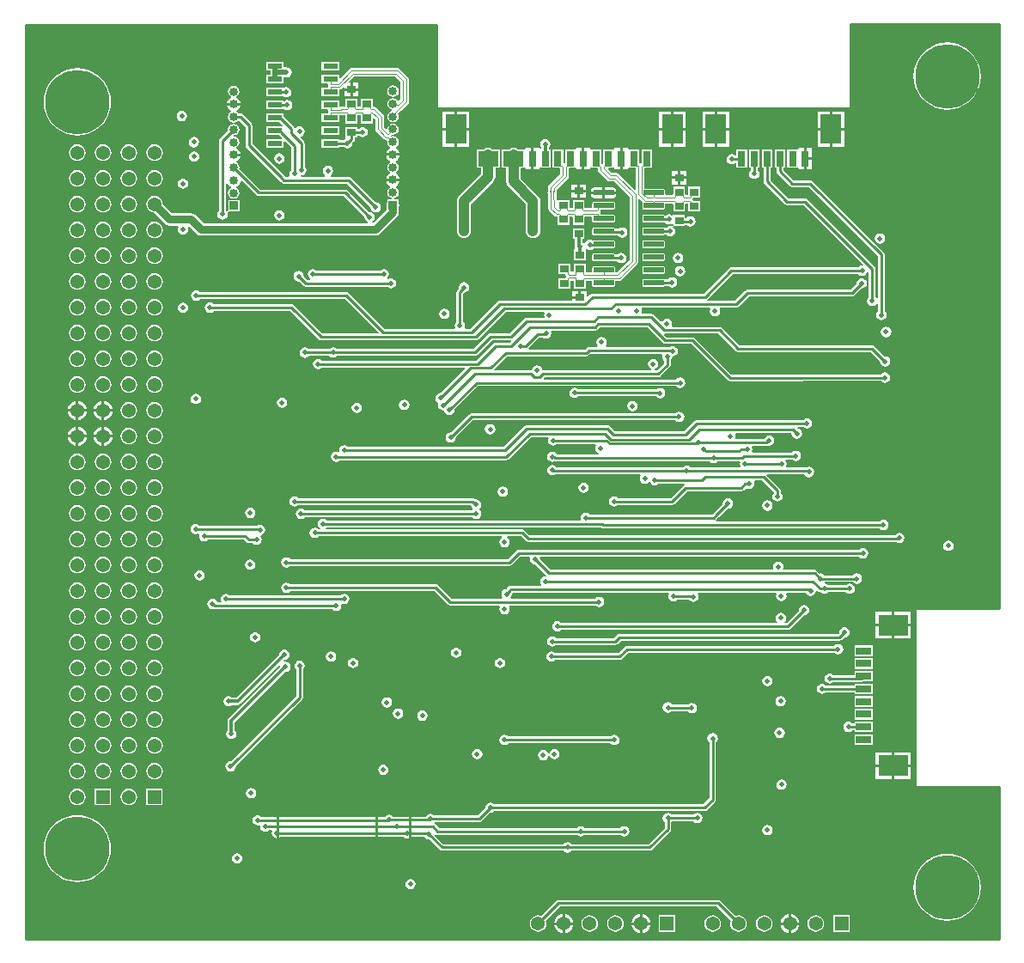
<source format=gbl>
G04*
G04 #@! TF.GenerationSoftware,Altium Limited,Altium Designer,21.8.1 (53)*
G04*
G04 Layer_Physical_Order=4*
G04 Layer_Color=16711680*
%FSLAX44Y44*%
%MOMM*%
G71*
G04*
G04 #@! TF.SameCoordinates,50A5A8F4-FCC5-4A63-BB33-6A8E803C0949*
G04*
G04*
G04 #@! TF.FilePolarity,Positive*
G04*
G01*
G75*
%ADD15C,0.2540*%
%ADD19R,3.0000X2.1000*%
%ADD20R,1.6000X0.8000*%
%ADD25R,0.9000X0.8000*%
%ADD62C,0.5000*%
%ADD63C,0.3000*%
%ADD66C,1.0000*%
%ADD67C,0.8500*%
%ADD68R,0.8500X0.8500*%
%ADD69C,1.3700*%
%ADD70R,1.3700X1.3700*%
%ADD71R,1.3700X1.3700*%
%ADD72C,6.3500*%
%ADD73C,0.5000*%
%ADD81C,0.1219*%
%ADD82R,2.1000X3.0000*%
%ADD83R,0.8000X1.6000*%
%ADD84R,1.4605X0.5334*%
G04:AMPARAMS|DCode=85|XSize=1.98mm|YSize=0.53mm|CornerRadius=0.0663mm|HoleSize=0mm|Usage=FLASHONLY|Rotation=0.000|XOffset=0mm|YOffset=0mm|HoleType=Round|Shape=RoundedRectangle|*
%AMROUNDEDRECTD85*
21,1,1.9800,0.3975,0,0,0.0*
21,1,1.8475,0.5300,0,0,0.0*
1,1,0.1325,0.9237,-0.1988*
1,1,0.1325,-0.9237,-0.1988*
1,1,0.1325,-0.9237,0.1988*
1,1,0.1325,0.9237,0.1988*
%
%ADD85ROUNDEDRECTD85*%
%ADD86C,0.8000*%
G36*
X959000Y325428D02*
X876155D01*
Y150000D01*
X959000D01*
Y0D01*
X0D01*
Y901000D01*
X405000D01*
Y818750D01*
X812500D01*
Y901700D01*
X959000Y901700D01*
X959000Y325428D01*
D02*
G37*
%LPC*%
G36*
X308814Y864037D02*
X291669D01*
Y856163D01*
X308814D01*
Y864037D01*
D02*
G37*
G36*
X245758Y864688D02*
X244003Y864339D01*
X243551Y864037D01*
X237186D01*
Y856163D01*
X241170D01*
Y851337D01*
X237186D01*
Y843463D01*
X243551D01*
X244003Y843161D01*
X245758Y842812D01*
X247514Y843161D01*
X247966Y843463D01*
X254331D01*
Y848969D01*
X255601Y849140D01*
X257000Y848861D01*
X258967Y849252D01*
X260634Y850366D01*
X261748Y852033D01*
X262139Y854000D01*
X261748Y855966D01*
X260634Y857634D01*
X258967Y858748D01*
X257000Y859139D01*
X255601Y858860D01*
X254466Y859601D01*
X254331Y859804D01*
Y864037D01*
X247966D01*
X247514Y864339D01*
X245758Y864688D01*
D02*
G37*
G36*
X366627Y858562D02*
X366627Y858561D01*
X321298D01*
X320280Y858359D01*
X319417Y857782D01*
X319417Y857782D01*
X309987Y848353D01*
X308814Y848839D01*
Y851337D01*
X291669D01*
Y843463D01*
X296370D01*
X297581Y843390D01*
X297783Y842372D01*
X298360Y841508D01*
Y840592D01*
X297783Y839728D01*
X297581Y838710D01*
X296370Y838637D01*
X291669D01*
Y830763D01*
X308814D01*
Y835757D01*
X309420Y836764D01*
X310438Y836966D01*
X311301Y837543D01*
X312787Y839029D01*
X313960Y838543D01*
Y838270D01*
X319730D01*
Y843540D01*
X318957D01*
X318471Y844713D01*
X323747Y849989D01*
X364178D01*
X369449Y844718D01*
Y827411D01*
X367904Y825866D01*
X366640Y825991D01*
X365980Y826980D01*
X364154Y828200D01*
X362000Y828628D01*
X359846Y828200D01*
X358020Y826980D01*
X356800Y825154D01*
X356372Y823000D01*
X356800Y820846D01*
X358020Y819020D01*
X359846Y817800D01*
X360474Y817675D01*
X361188Y816239D01*
X361041Y815937D01*
X359846Y815700D01*
X358020Y814480D01*
X356800Y812654D01*
X356372Y810500D01*
X356800Y808346D01*
X358020Y806520D01*
X359846Y805300D01*
X362000Y804872D01*
X364154Y805300D01*
X365980Y806520D01*
X367200Y808346D01*
X367628Y810500D01*
X367200Y812654D01*
X366821Y813220D01*
X369387Y815787D01*
X369729Y815855D01*
X370593Y816431D01*
X377243Y823081D01*
X377819Y823944D01*
X378022Y824963D01*
X378022Y824963D01*
Y847167D01*
X378022Y847167D01*
X377819Y848185D01*
X377243Y849048D01*
X377243Y849048D01*
X368508Y857782D01*
X367645Y858359D01*
X366627Y858562D01*
D02*
G37*
G36*
X328040Y843540D02*
X322270D01*
Y838270D01*
X328040D01*
Y843540D01*
D02*
G37*
G36*
Y835730D02*
X322270D01*
Y830460D01*
X328040D01*
Y835730D01*
D02*
G37*
G36*
X319730D02*
X313960D01*
Y830460D01*
X319730D01*
Y835730D01*
D02*
G37*
G36*
X362000Y841128D02*
X359846Y840700D01*
X358020Y839480D01*
X356800Y837654D01*
X356372Y835500D01*
X356800Y833346D01*
X358020Y831520D01*
X359846Y830300D01*
X362000Y829872D01*
X364154Y830300D01*
X365980Y831520D01*
X367200Y833346D01*
X367628Y835500D01*
X367200Y837654D01*
X365980Y839480D01*
X364154Y840700D01*
X362000Y841128D01*
D02*
G37*
G36*
X256540Y839529D02*
X254573Y839138D01*
X253824Y838637D01*
X237186D01*
Y830763D01*
X252902D01*
X252906Y830756D01*
X254573Y829642D01*
X256540Y829251D01*
X258507Y829642D01*
X260174Y830756D01*
X261288Y832423D01*
X261679Y834390D01*
X261288Y836357D01*
X260174Y838024D01*
X258507Y839138D01*
X256540Y839529D01*
D02*
G37*
G36*
X257810Y826829D02*
X255844Y826438D01*
X254755Y825710D01*
X254331Y825937D01*
Y825937D01*
X237186D01*
Y818063D01*
X254172D01*
X254176Y818056D01*
X255844Y816942D01*
X257810Y816551D01*
X259776Y816942D01*
X261444Y818056D01*
X262558Y819724D01*
X262949Y821690D01*
X262558Y823656D01*
X261444Y825324D01*
X259776Y826438D01*
X257810Y826829D01*
D02*
G37*
G36*
X205000Y840628D02*
X202846Y840200D01*
X201020Y838980D01*
X199800Y837154D01*
X199372Y835000D01*
X199800Y832846D01*
X201020Y831020D01*
X202355Y830128D01*
X202270Y828719D01*
X201576Y828431D01*
X200157Y827343D01*
X199069Y825924D01*
X198385Y824273D01*
X198319Y823770D01*
X205000D01*
X211681D01*
X211615Y824273D01*
X210931Y825924D01*
X209843Y827343D01*
X208424Y828431D01*
X207730Y828719D01*
X207645Y830128D01*
X208980Y831020D01*
X210200Y832846D01*
X210628Y835000D01*
X210200Y837154D01*
X208980Y838980D01*
X207154Y840200D01*
X205000Y840628D01*
D02*
G37*
G36*
X341770Y828270D02*
X330230D01*
Y821105D01*
X329911Y820628D01*
X329843Y820286D01*
X327157D01*
X327089Y820628D01*
X326770Y821105D01*
Y828270D01*
X315230D01*
Y821105D01*
X314911Y820628D01*
X314843Y820286D01*
X311075D01*
X311075Y820286D01*
X310056Y820084D01*
X308814Y820519D01*
Y825937D01*
X291669D01*
Y818063D01*
X296370D01*
X297581Y817990D01*
X297783Y816972D01*
X298360Y816108D01*
Y815192D01*
X297783Y814328D01*
X297581Y813310D01*
X296370Y813237D01*
X291669D01*
Y805363D01*
X308814D01*
Y811364D01*
X312071D01*
X312071Y811364D01*
X313090Y811566D01*
X313310Y811714D01*
X314843D01*
X314911Y811372D01*
X315230Y810895D01*
Y803730D01*
X326770D01*
Y810895D01*
X327089Y811372D01*
X327157Y811714D01*
X329843D01*
X329911Y811372D01*
X330230Y810895D01*
Y803730D01*
X341770D01*
Y808757D01*
X343040Y809284D01*
X344452Y807871D01*
Y797825D01*
X344452Y797824D01*
X344655Y796806D01*
X345232Y795943D01*
X352932Y788243D01*
X352932Y788243D01*
X353795Y787666D01*
X354813Y787464D01*
X354813Y787464D01*
X355543D01*
X356531Y786300D01*
X356372Y785500D01*
X356800Y783346D01*
X358020Y781520D01*
X359355Y780629D01*
X359270Y779219D01*
X358576Y778931D01*
X357157Y777843D01*
X356069Y776424D01*
X355385Y774772D01*
X355319Y774270D01*
X362000D01*
X368681D01*
X368615Y774772D01*
X367931Y776424D01*
X366843Y777843D01*
X365424Y778931D01*
X364730Y779219D01*
X364645Y780629D01*
X365980Y781520D01*
X367200Y783346D01*
X367628Y785500D01*
X367200Y787654D01*
X365980Y789480D01*
X364154Y790700D01*
X362000Y791128D01*
X360444Y790819D01*
X359513Y791750D01*
X360444Y792681D01*
X362000Y792372D01*
X364154Y792800D01*
X365980Y794020D01*
X367200Y795846D01*
X367628Y798000D01*
X367200Y800154D01*
X365980Y801980D01*
X364154Y803200D01*
X362000Y803628D01*
X359846Y803200D01*
X358020Y801980D01*
X356800Y800154D01*
X356492Y798603D01*
X355145Y798153D01*
X353025Y800273D01*
Y810320D01*
X352822Y811338D01*
X352246Y812201D01*
X352246Y812202D01*
X344940Y819507D01*
X344077Y820084D01*
X343059Y820286D01*
X342349Y820628D01*
X341772Y821491D01*
X341772Y821491D01*
X341770Y821493D01*
Y828270D01*
D02*
G37*
G36*
X908200Y883322D02*
X903019Y882914D01*
X897965Y881701D01*
X893163Y879712D01*
X888731Y876996D01*
X884779Y873621D01*
X881404Y869669D01*
X878688Y865237D01*
X876699Y860435D01*
X875486Y855381D01*
X875078Y850200D01*
X875486Y845019D01*
X876699Y839965D01*
X878688Y835163D01*
X881404Y830731D01*
X884779Y826779D01*
X888731Y823404D01*
X893163Y820688D01*
X897965Y818699D01*
X903019Y817486D01*
X908200Y817078D01*
X913382Y817486D01*
X918435Y818699D01*
X923237Y820688D01*
X927669Y823404D01*
X931621Y826779D01*
X934996Y830731D01*
X937712Y835163D01*
X939701Y839965D01*
X940914Y845019D01*
X941322Y850200D01*
X940914Y855381D01*
X939701Y860435D01*
X937712Y865237D01*
X934996Y869669D01*
X931621Y873621D01*
X927669Y876996D01*
X923237Y879712D01*
X918435Y881701D01*
X913382Y882914D01*
X908200Y883322D01*
D02*
G37*
G36*
X154000Y816139D02*
X152034Y815748D01*
X150366Y814634D01*
X149252Y812967D01*
X148861Y811000D01*
X149252Y809034D01*
X150366Y807366D01*
X152034Y806252D01*
X154000Y805861D01*
X155967Y806252D01*
X157634Y807366D01*
X158748Y809034D01*
X159139Y811000D01*
X158748Y812967D01*
X157634Y814634D01*
X155967Y815748D01*
X154000Y816139D01*
D02*
G37*
G36*
X650540Y815540D02*
X638770D01*
Y799270D01*
X650540D01*
Y815540D01*
D02*
G37*
G36*
X437040D02*
X425270D01*
Y799270D01*
X437040D01*
Y815540D01*
D02*
G37*
G36*
X636230D02*
X624460D01*
Y799270D01*
X636230D01*
Y815540D01*
D02*
G37*
G36*
X422730D02*
X410960D01*
Y799270D01*
X422730D01*
Y815540D01*
D02*
G37*
G36*
X806790Y815540D02*
X795020D01*
Y799270D01*
X806790D01*
Y815540D01*
D02*
G37*
G36*
X792480D02*
X780710D01*
Y799270D01*
X792480D01*
Y815540D01*
D02*
G37*
G36*
X693290D02*
X681520D01*
Y799270D01*
X693290D01*
Y815540D01*
D02*
G37*
G36*
X678980D02*
X667210D01*
Y799270D01*
X678980D01*
Y815540D01*
D02*
G37*
G36*
X308814Y800537D02*
X291669D01*
Y792663D01*
X308814D01*
Y800537D01*
D02*
G37*
G36*
X50800Y857922D02*
X45619Y857514D01*
X40565Y856301D01*
X35763Y854312D01*
X31331Y851596D01*
X27379Y848221D01*
X24004Y844269D01*
X21288Y839837D01*
X19299Y835035D01*
X18086Y829981D01*
X17678Y824800D01*
X18086Y819619D01*
X19299Y814565D01*
X21288Y809763D01*
X24004Y805331D01*
X27379Y801379D01*
X31331Y798004D01*
X35763Y795288D01*
X40565Y793299D01*
X45619Y792086D01*
X50800Y791678D01*
X55981Y792086D01*
X61035Y793299D01*
X65837Y795288D01*
X70269Y798004D01*
X74221Y801379D01*
X77596Y805331D01*
X80312Y809763D01*
X82301Y814565D01*
X83514Y819619D01*
X83922Y824800D01*
X83514Y829981D01*
X82301Y835035D01*
X80312Y839837D01*
X77596Y844269D01*
X74221Y848221D01*
X70269Y851596D01*
X65837Y854312D01*
X61035Y856301D01*
X55981Y857514D01*
X50800Y857922D01*
D02*
G37*
G36*
X326770Y800270D02*
X315230D01*
Y789730D01*
X315230D01*
X314843Y788620D01*
X313366Y787634D01*
X313133Y787284D01*
X308814D01*
Y787837D01*
X291669D01*
Y779963D01*
X308814D01*
Y780616D01*
X313200D01*
X313366Y780366D01*
X315033Y779252D01*
X317000Y778861D01*
X318967Y779252D01*
X320634Y780366D01*
X321748Y782033D01*
X322139Y784000D01*
X322068Y784353D01*
X323358Y785642D01*
X324080Y786724D01*
X324334Y788000D01*
Y789730D01*
X326770D01*
Y791666D01*
X328166D01*
X328366Y791366D01*
X330033Y790252D01*
X332000Y789861D01*
X333966Y790252D01*
X335634Y791366D01*
X336748Y793034D01*
X337139Y795000D01*
X336748Y796966D01*
X335634Y798634D01*
X333966Y799748D01*
X332000Y800139D01*
X330033Y799748D01*
X328366Y798634D01*
X328166Y798334D01*
X326770D01*
Y800270D01*
D02*
G37*
G36*
X650540Y796730D02*
X638770D01*
Y780460D01*
X650540D01*
Y796730D01*
D02*
G37*
G36*
X636230D02*
X624460D01*
Y780460D01*
X636230D01*
Y796730D01*
D02*
G37*
G36*
X437040D02*
X425270D01*
Y780460D01*
X437040D01*
Y796730D01*
D02*
G37*
G36*
X422730D02*
X410960D01*
Y780460D01*
X422730D01*
Y796730D01*
D02*
G37*
G36*
X806790Y796730D02*
X795020D01*
Y780460D01*
X806790D01*
Y796730D01*
D02*
G37*
G36*
X792480D02*
X780710D01*
Y780460D01*
X792480D01*
Y796730D01*
D02*
G37*
G36*
X693290D02*
X681520D01*
Y780460D01*
X693290D01*
Y796730D01*
D02*
G37*
G36*
X678980D02*
X667210D01*
Y780460D01*
X678980D01*
Y796730D01*
D02*
G37*
G36*
X165860Y790255D02*
X163893Y789864D01*
X162226Y788750D01*
X161112Y787083D01*
X160721Y785116D01*
X161112Y783149D01*
X162226Y781482D01*
X163893Y780368D01*
X165860Y779977D01*
X167826Y780368D01*
X169493Y781482D01*
X170607Y783149D01*
X170998Y785116D01*
X170607Y787083D01*
X169493Y788750D01*
X167826Y789864D01*
X165860Y790255D01*
D02*
G37*
G36*
X512000Y788139D02*
X510033Y787748D01*
X508366Y786634D01*
X507252Y784967D01*
X506861Y783000D01*
X507252Y781033D01*
X508158Y779678D01*
X507658Y778525D01*
X507002Y778510D01*
X506040Y779540D01*
Y779540D01*
X500770D01*
Y769000D01*
Y758460D01*
X506040D01*
Y758746D01*
X506730Y759730D01*
X507310Y759730D01*
X517270D01*
Y778270D01*
X516279D01*
X515947Y778833D01*
X515750Y779540D01*
X516748Y781033D01*
X517139Y783000D01*
X516748Y784967D01*
X515634Y786634D01*
X513966Y787748D01*
X512000Y788139D01*
D02*
G37*
G36*
X711020Y778270D02*
X700480D01*
Y772803D01*
X700414Y772741D01*
X699210Y772240D01*
X697926Y773098D01*
X695960Y773489D01*
X693994Y773098D01*
X692326Y771984D01*
X691212Y770316D01*
X690821Y768350D01*
X691212Y766384D01*
X692326Y764716D01*
X693994Y763602D01*
X695960Y763211D01*
X697926Y763602D01*
X699210Y764460D01*
X700414Y763959D01*
X700480Y763897D01*
Y759730D01*
X711020D01*
Y778270D01*
D02*
G37*
G36*
X774790Y779540D02*
X769520D01*
Y770270D01*
X774790D01*
Y779540D01*
D02*
G37*
G36*
X127000Y782890D02*
X124880Y782611D01*
X122905Y781793D01*
X121209Y780491D01*
X119907Y778795D01*
X119089Y776820D01*
X118810Y774700D01*
X119089Y772580D01*
X119907Y770605D01*
X121209Y768909D01*
X122905Y767607D01*
X124880Y766789D01*
X127000Y766510D01*
X129120Y766789D01*
X131095Y767607D01*
X132791Y768909D01*
X134093Y770605D01*
X134911Y772580D01*
X135190Y774700D01*
X134911Y776820D01*
X134093Y778795D01*
X132791Y780491D01*
X131095Y781793D01*
X129120Y782611D01*
X127000Y782890D01*
D02*
G37*
G36*
X101600D02*
X99480Y782611D01*
X97505Y781793D01*
X95809Y780491D01*
X94507Y778795D01*
X93689Y776820D01*
X93410Y774700D01*
X93689Y772580D01*
X94507Y770605D01*
X95809Y768909D01*
X97505Y767607D01*
X99480Y766789D01*
X101600Y766510D01*
X103720Y766789D01*
X105695Y767607D01*
X107391Y768909D01*
X108693Y770605D01*
X109511Y772580D01*
X109790Y774700D01*
X109511Y776820D01*
X108693Y778795D01*
X107391Y780491D01*
X105695Y781793D01*
X103720Y782611D01*
X101600Y782890D01*
D02*
G37*
G36*
X76200D02*
X74080Y782611D01*
X72105Y781793D01*
X70409Y780491D01*
X69107Y778795D01*
X68289Y776820D01*
X68010Y774700D01*
X68289Y772580D01*
X69107Y770605D01*
X70409Y768909D01*
X72105Y767607D01*
X74080Y766789D01*
X76200Y766510D01*
X78320Y766789D01*
X80295Y767607D01*
X81991Y768909D01*
X83293Y770605D01*
X84111Y772580D01*
X84390Y774700D01*
X84111Y776820D01*
X83293Y778795D01*
X81991Y780491D01*
X80295Y781793D01*
X78320Y782611D01*
X76200Y782890D01*
D02*
G37*
G36*
X50800D02*
X48680Y782611D01*
X46705Y781793D01*
X45009Y780491D01*
X43707Y778795D01*
X42889Y776820D01*
X42610Y774700D01*
X42889Y772580D01*
X43707Y770605D01*
X45009Y768909D01*
X46705Y767607D01*
X48680Y766789D01*
X50800Y766510D01*
X52920Y766789D01*
X54895Y767607D01*
X56591Y768909D01*
X57893Y770605D01*
X58711Y772580D01*
X58990Y774700D01*
X58711Y776820D01*
X57893Y778795D01*
X56591Y780491D01*
X54895Y781793D01*
X52920Y782611D01*
X50800Y782890D01*
D02*
G37*
G36*
X166000Y776139D02*
X164034Y775748D01*
X162366Y774634D01*
X161252Y772967D01*
X160861Y771000D01*
X161252Y769034D01*
X162366Y767366D01*
X164034Y766252D01*
X166000Y765861D01*
X167966Y766252D01*
X169634Y767366D01*
X170748Y769034D01*
X171139Y771000D01*
X170748Y772967D01*
X169634Y774634D01*
X167966Y775748D01*
X166000Y776139D01*
D02*
G37*
G36*
X548230Y779540D02*
X542960D01*
Y779254D01*
X542270Y778270D01*
X541690Y778270D01*
X531730D01*
Y764546D01*
X531040Y763974D01*
X529770Y764571D01*
Y778270D01*
X519230D01*
Y759730D01*
X526007D01*
X526009Y759728D01*
X526009Y759728D01*
X526464Y759424D01*
Y753709D01*
X515619Y742864D01*
X515393Y742527D01*
X515140Y742211D01*
X515107Y742098D01*
X515042Y742001D01*
X514963Y741603D01*
X514849Y741214D01*
X514482Y737003D01*
X514500Y736836D01*
X514390Y736000D01*
X514430Y735698D01*
X514474Y734433D01*
X514840Y719749D01*
X514947Y719275D01*
X515042Y718798D01*
X515061Y718770D01*
X515068Y718737D01*
X515348Y718339D01*
X515619Y717934D01*
X521060Y712493D01*
X521060Y712493D01*
X521923Y711916D01*
X522941Y711714D01*
X523843D01*
X523911Y711372D01*
X524230Y710895D01*
Y703730D01*
X535770D01*
Y710895D01*
X536089Y711372D01*
X536157Y711714D01*
X538843D01*
X538911Y711372D01*
X539230Y710895D01*
Y703730D01*
X550770D01*
Y710895D01*
X551089Y711372D01*
X551157Y711714D01*
X556946D01*
X556946Y711714D01*
X557122Y711749D01*
X558392Y710915D01*
Y707812D01*
X558542Y707058D01*
X558969Y706419D01*
X559608Y705992D01*
X560363Y705842D01*
X578838D01*
X579592Y705992D01*
X580231Y706419D01*
X580658Y707058D01*
X580808Y707812D01*
Y711787D01*
X580658Y712542D01*
X580231Y713181D01*
X579592Y713608D01*
X578838Y713758D01*
X568152D01*
X566945Y713810D01*
X566742Y714828D01*
X566324Y715455D01*
X566205Y716094D01*
X566281Y716865D01*
X566686Y717472D01*
X566889Y718490D01*
X568096Y718542D01*
X578838D01*
X579592Y718692D01*
X580231Y719119D01*
X580658Y719759D01*
X580808Y720512D01*
Y724488D01*
X580658Y725241D01*
X580231Y725881D01*
X579592Y726308D01*
X578838Y726458D01*
X560363D01*
X559608Y726308D01*
X558969Y725881D01*
X558542Y725241D01*
X558392Y724488D01*
Y720512D01*
X558330Y720436D01*
X555750D01*
X555749Y720436D01*
X554995Y720286D01*
X551157D01*
X551089Y720628D01*
X550770Y721105D01*
Y728270D01*
X539230D01*
Y721105D01*
X538911Y720628D01*
X538843Y720286D01*
X536157D01*
X536089Y720628D01*
X535770Y721105D01*
Y728270D01*
X524230D01*
X523204Y728859D01*
X523012Y735919D01*
X523046Y735920D01*
X523100Y736353D01*
X523033Y736361D01*
X523033Y736361D01*
X523282Y738404D01*
X534257Y749379D01*
X534257Y749379D01*
X534834Y750242D01*
X535036Y751261D01*
X535036Y751261D01*
Y758649D01*
X536180Y759730D01*
X541690D01*
X542270Y759730D01*
X542960Y758746D01*
Y758460D01*
X548230D01*
Y769000D01*
Y779540D01*
D02*
G37*
G36*
X250000Y774139D02*
X248034Y773748D01*
X246366Y772634D01*
X245252Y770966D01*
X244861Y769000D01*
X245252Y767033D01*
X246366Y765366D01*
X248034Y764252D01*
X250000Y763861D01*
X251966Y764252D01*
X253634Y765366D01*
X254748Y767033D01*
X255139Y769000D01*
X254748Y770966D01*
X253634Y772634D01*
X251966Y773748D01*
X250000Y774139D01*
D02*
G37*
G36*
X593540Y779540D02*
X588270D01*
Y769000D01*
Y758460D01*
X593540D01*
Y758746D01*
X594230Y759730D01*
X594810Y759730D01*
X601007D01*
X601009Y759728D01*
X601009Y759728D01*
X601464Y759424D01*
Y738556D01*
X600290Y738070D01*
X583821Y754540D01*
X582958Y755117D01*
X581940Y755319D01*
X581939Y755319D01*
X577491D01*
X574253Y758557D01*
X574739Y759730D01*
X579770Y759730D01*
X580460Y758746D01*
Y758460D01*
X585730D01*
Y769000D01*
Y779540D01*
X580460D01*
Y779254D01*
X579770Y778270D01*
X579190Y778270D01*
X569230D01*
Y764450D01*
X567960Y763899D01*
X567270Y764545D01*
Y778270D01*
X557310D01*
X556730Y778270D01*
X556040Y779254D01*
Y779540D01*
X550770D01*
Y769000D01*
Y758460D01*
X556040D01*
Y758746D01*
X556730Y759730D01*
X557310Y759730D01*
X563507D01*
X563509Y759728D01*
X563509Y759728D01*
X563964Y759424D01*
Y757825D01*
X563964Y757824D01*
X564166Y756806D01*
X564743Y755943D01*
X573160Y747526D01*
X573160Y747526D01*
X574024Y746949D01*
X575042Y746747D01*
X579491D01*
X594961Y731276D01*
Y669322D01*
X582576Y656936D01*
X580870D01*
X580808Y657012D01*
Y660987D01*
X580658Y661741D01*
X580231Y662381D01*
X579592Y662808D01*
X578838Y662958D01*
X560363D01*
X559608Y662808D01*
X558969Y662381D01*
X558542Y661741D01*
X558392Y660987D01*
Y657012D01*
X558330Y656936D01*
X552226D01*
X552089Y657628D01*
X551770Y658105D01*
Y665270D01*
X540230D01*
Y658105D01*
X539911Y657628D01*
X539843Y657286D01*
X538779D01*
X538779Y657286D01*
X537157D01*
X537089Y657628D01*
X536770Y658105D01*
Y665270D01*
X525230D01*
Y654730D01*
X532091D01*
X532172Y654322D01*
X532749Y653458D01*
Y652542D01*
X532173Y651678D01*
X532091Y651270D01*
X525230D01*
Y640730D01*
X536770D01*
Y647895D01*
X537089Y648372D01*
X537157Y648714D01*
X539843D01*
X539911Y648372D01*
X540230Y647895D01*
Y640730D01*
X551770D01*
Y647507D01*
X551772Y647509D01*
X551772Y647509D01*
X552343Y648364D01*
X558330D01*
X558392Y648288D01*
Y644313D01*
X558542Y643559D01*
X558969Y642919D01*
X559608Y642492D01*
X560363Y642342D01*
X578838D01*
X579592Y642492D01*
X580231Y642919D01*
X580658Y643559D01*
X580808Y644313D01*
Y648288D01*
X580870Y648364D01*
X585024D01*
X585024Y648364D01*
X586043Y648566D01*
X586906Y649143D01*
X602755Y664992D01*
X603331Y665855D01*
X603534Y666873D01*
X603534Y666873D01*
Y728833D01*
X604707Y729319D01*
X608219Y725806D01*
X607842Y725241D01*
X607692Y724488D01*
Y720512D01*
X607842Y719759D01*
X608269Y719119D01*
X608908Y718692D01*
X609663Y718542D01*
X628138D01*
X628891Y718692D01*
X629531Y719119D01*
X629958Y719759D01*
X630108Y720512D01*
Y724488D01*
X630170Y724564D01*
X633000D01*
X633001Y724564D01*
X633755Y724714D01*
X637843D01*
X637911Y724372D01*
X638230Y723895D01*
Y716730D01*
X649770D01*
Y723895D01*
X650089Y724372D01*
X650157Y724714D01*
X652843D01*
X652911Y724372D01*
X653230Y723895D01*
Y716730D01*
X664770D01*
Y727270D01*
X657909D01*
X657828Y727678D01*
X657416Y728295D01*
X657316Y729000D01*
X657416Y729705D01*
X657828Y730322D01*
X657909Y730730D01*
X664770D01*
Y741270D01*
X653230D01*
Y734105D01*
X652911Y733628D01*
X652843Y733286D01*
X650157D01*
X650089Y733628D01*
X649770Y734105D01*
Y741270D01*
X638230D01*
Y734105D01*
X637911Y733628D01*
X637843Y733286D01*
X631804D01*
X631373Y733201D01*
X630108Y733918D01*
Y737188D01*
X629958Y737942D01*
X629531Y738581D01*
X628891Y739008D01*
X628138Y739158D01*
X610036D01*
Y759424D01*
X610491Y759728D01*
X610493Y759730D01*
X617270D01*
Y778270D01*
X606730D01*
Y764546D01*
X606040Y763974D01*
X604770Y764571D01*
Y778270D01*
X594810D01*
X594230Y778270D01*
X593540Y779254D01*
Y779540D01*
D02*
G37*
G36*
X480750Y779560D02*
X478923Y779320D01*
X477220Y778615D01*
X476771Y778270D01*
X469230D01*
Y759730D01*
X473690D01*
Y746250D01*
X473930Y744423D01*
X474636Y742720D01*
X475757Y741257D01*
X492940Y724075D01*
Y712500D01*
Y705000D01*
Y697500D01*
X493180Y695673D01*
X493885Y693970D01*
X495008Y692508D01*
X496470Y691385D01*
X498173Y690680D01*
X500000Y690440D01*
X501827Y690680D01*
X503530Y691385D01*
X504992Y692508D01*
X506115Y693970D01*
X506820Y695673D01*
X507060Y697500D01*
Y705000D01*
Y712500D01*
Y720000D01*
Y727000D01*
X506820Y728827D01*
X506115Y730530D01*
X504992Y731992D01*
X487810Y749174D01*
Y758832D01*
X488708Y759730D01*
X492270Y759730D01*
X492960Y758746D01*
Y758460D01*
X498230D01*
Y769000D01*
Y779540D01*
X492960D01*
Y779254D01*
X492270Y778270D01*
X491690Y778270D01*
X484729D01*
X484280Y778615D01*
X482577Y779320D01*
X480750Y779560D01*
D02*
G37*
G36*
X774790Y767730D02*
X769520D01*
Y758460D01*
X774790D01*
Y767730D01*
D02*
G37*
G36*
X766980Y779540D02*
X761710D01*
Y779254D01*
X761020Y778270D01*
X760440Y778270D01*
X750480D01*
Y759730D01*
X760440D01*
X761020Y759730D01*
X761710Y758746D01*
Y758460D01*
X766980D01*
Y769000D01*
Y779540D01*
D02*
G37*
G36*
X651040Y756540D02*
X645270D01*
Y751270D01*
X651040D01*
Y756540D01*
D02*
G37*
G36*
X642730D02*
X636960D01*
Y751270D01*
X642730D01*
Y756540D01*
D02*
G37*
G36*
X368681Y771730D02*
X362000D01*
X355319D01*
X355385Y771227D01*
X356069Y769576D01*
X357157Y768157D01*
X358576Y767069D01*
X359270Y766781D01*
X359355Y765371D01*
X358020Y764480D01*
X356800Y762654D01*
X356372Y760500D01*
X356800Y758346D01*
X358020Y756520D01*
X359355Y755629D01*
X359270Y754219D01*
X358576Y753931D01*
X357157Y752843D01*
X356069Y751424D01*
X355385Y749772D01*
X355319Y749270D01*
X362000D01*
X368681D01*
X368615Y749772D01*
X367931Y751424D01*
X366843Y752843D01*
X365424Y753931D01*
X364730Y754219D01*
X364645Y755629D01*
X365980Y756520D01*
X367200Y758346D01*
X367628Y760500D01*
X367200Y762654D01*
X365980Y764480D01*
X364645Y765371D01*
X364730Y766781D01*
X365424Y767069D01*
X366843Y768157D01*
X367931Y769576D01*
X368615Y771227D01*
X368681Y771730D01*
D02*
G37*
G36*
X723520Y778270D02*
X712980D01*
Y759730D01*
X714666D01*
Y757834D01*
X714366Y757634D01*
X713252Y755966D01*
X712861Y754000D01*
X713252Y752033D01*
X714366Y750366D01*
X716033Y749252D01*
X718000Y748861D01*
X719967Y749252D01*
X721634Y750366D01*
X722748Y752033D01*
X723139Y754000D01*
X722748Y755966D01*
X721634Y757634D01*
X721334Y757834D01*
Y759730D01*
X723520D01*
Y778270D01*
D02*
G37*
G36*
X651040Y748730D02*
X645270D01*
Y743460D01*
X651040D01*
Y748730D01*
D02*
G37*
G36*
X642730D02*
X636960D01*
Y743460D01*
X642730D01*
Y748730D01*
D02*
G37*
G36*
X127000Y757490D02*
X124880Y757211D01*
X122905Y756393D01*
X121209Y755091D01*
X119907Y753395D01*
X119089Y751420D01*
X118810Y749300D01*
X119089Y747180D01*
X119907Y745205D01*
X121209Y743509D01*
X122905Y742207D01*
X124880Y741389D01*
X127000Y741110D01*
X129120Y741389D01*
X131095Y742207D01*
X132791Y743509D01*
X134093Y745205D01*
X134911Y747180D01*
X135190Y749300D01*
X134911Y751420D01*
X134093Y753395D01*
X132791Y755091D01*
X131095Y756393D01*
X129120Y757211D01*
X127000Y757490D01*
D02*
G37*
G36*
X101600D02*
X99480Y757211D01*
X97505Y756393D01*
X95809Y755091D01*
X94507Y753395D01*
X93689Y751420D01*
X93410Y749300D01*
X93689Y747180D01*
X94507Y745205D01*
X95809Y743509D01*
X97505Y742207D01*
X99480Y741389D01*
X101600Y741110D01*
X103720Y741389D01*
X105695Y742207D01*
X107391Y743509D01*
X108693Y745205D01*
X109511Y747180D01*
X109790Y749300D01*
X109511Y751420D01*
X108693Y753395D01*
X107391Y755091D01*
X105695Y756393D01*
X103720Y757211D01*
X101600Y757490D01*
D02*
G37*
G36*
X76200D02*
X74080Y757211D01*
X72105Y756393D01*
X70409Y755091D01*
X69107Y753395D01*
X68289Y751420D01*
X68010Y749300D01*
X68289Y747180D01*
X69107Y745205D01*
X70409Y743509D01*
X72105Y742207D01*
X74080Y741389D01*
X76200Y741110D01*
X78320Y741389D01*
X80295Y742207D01*
X81991Y743509D01*
X83293Y745205D01*
X84111Y747180D01*
X84390Y749300D01*
X84111Y751420D01*
X83293Y753395D01*
X81991Y755091D01*
X80295Y756393D01*
X78320Y757211D01*
X76200Y757490D01*
D02*
G37*
G36*
X50800D02*
X48680Y757211D01*
X46705Y756393D01*
X45009Y755091D01*
X43707Y753395D01*
X42889Y751420D01*
X42610Y749300D01*
X42889Y747180D01*
X43707Y745205D01*
X45009Y743509D01*
X46705Y742207D01*
X48680Y741389D01*
X50800Y741110D01*
X52920Y741389D01*
X54895Y742207D01*
X56591Y743509D01*
X57893Y745205D01*
X58711Y747180D01*
X58990Y749300D01*
X58711Y751420D01*
X57893Y753395D01*
X56591Y755091D01*
X54895Y756393D01*
X52920Y757211D01*
X50800Y757490D01*
D02*
G37*
G36*
X154940Y749359D02*
X152973Y748968D01*
X151306Y747854D01*
X150192Y746187D01*
X149801Y744220D01*
X150192Y742253D01*
X151306Y740586D01*
X152973Y739472D01*
X154940Y739081D01*
X156906Y739472D01*
X158574Y740586D01*
X159688Y742253D01*
X160079Y744220D01*
X159688Y746187D01*
X158574Y747854D01*
X156906Y748968D01*
X154940Y749359D01*
D02*
G37*
G36*
X552040Y743540D02*
X546270D01*
Y738270D01*
X552040D01*
Y743540D01*
D02*
G37*
G36*
X543730D02*
X537960D01*
Y738270D01*
X543730D01*
Y743540D01*
D02*
G37*
G36*
X578838Y740453D02*
X570870D01*
Y736470D01*
X582103D01*
Y737188D01*
X581854Y738437D01*
X581146Y739496D01*
X580087Y740204D01*
X578838Y740453D01*
D02*
G37*
G36*
X568330D02*
X560363D01*
X559113Y740204D01*
X558054Y739496D01*
X557346Y738437D01*
X557097Y737188D01*
Y736470D01*
X568330D01*
Y740453D01*
D02*
G37*
G36*
X552040Y735730D02*
X546270D01*
Y730460D01*
X552040D01*
Y735730D01*
D02*
G37*
G36*
X543730D02*
X537960D01*
Y730460D01*
X543730D01*
Y735730D01*
D02*
G37*
G36*
X582103Y733930D02*
X570870D01*
Y729947D01*
X578838D01*
X580087Y730196D01*
X581146Y730904D01*
X581854Y731963D01*
X582103Y733213D01*
Y733930D01*
D02*
G37*
G36*
X568330D02*
X557097D01*
Y733213D01*
X557346Y731963D01*
X558054Y730904D01*
X559113Y730196D01*
X560363Y729947D01*
X568330D01*
Y733930D01*
D02*
G37*
G36*
X211681Y821230D02*
X205000D01*
X198319D01*
X198385Y820727D01*
X199069Y819076D01*
X200157Y817657D01*
X201576Y816569D01*
X202270Y816281D01*
X202355Y814872D01*
X201020Y813980D01*
X199800Y812154D01*
X199372Y810000D01*
X199800Y807846D01*
X201020Y806020D01*
X202846Y804800D01*
X205000Y804372D01*
X207154Y804800D01*
X208980Y806020D01*
X209072Y806158D01*
X210528Y806269D01*
X216666Y800131D01*
Y782030D01*
X216920Y780754D01*
X217642Y779672D01*
X248983Y748333D01*
X248983Y748332D01*
X251923Y745392D01*
X253005Y744669D01*
X254281Y744415D01*
X316870D01*
X339932Y721353D01*
X339861Y721000D01*
X340252Y719034D01*
X341366Y717366D01*
X343033Y716252D01*
X345000Y715861D01*
X346967Y716252D01*
X348634Y717366D01*
X349748Y719034D01*
X350139Y721000D01*
X349748Y722967D01*
X348634Y724634D01*
X346967Y725748D01*
X345000Y726139D01*
X344647Y726068D01*
X320608Y750107D01*
X319527Y750829D01*
X318251Y751083D01*
X301086D01*
X300879Y751335D01*
X301131Y753031D01*
X301634Y753366D01*
X302748Y755033D01*
X303139Y757000D01*
X302748Y758967D01*
X301634Y760634D01*
X299967Y761748D01*
X298000Y762139D01*
X296033Y761748D01*
X294366Y760634D01*
X293252Y758967D01*
X292861Y757000D01*
X293252Y755033D01*
X294366Y753366D01*
X294869Y753031D01*
X295121Y751335D01*
X294914Y751083D01*
X271668D01*
X271028Y752353D01*
X271109Y752464D01*
X271637Y752359D01*
X273603Y752750D01*
X275271Y753864D01*
X276385Y755531D01*
X276776Y757497D01*
X276385Y759464D01*
X275271Y761131D01*
X274971Y761331D01*
Y783733D01*
X274717Y785009D01*
X273995Y786090D01*
X270578Y789507D01*
X270996Y790885D01*
X271748Y791034D01*
X273416Y792148D01*
X274529Y793815D01*
X274921Y795782D01*
X274529Y797748D01*
X273416Y799416D01*
X271748Y800529D01*
X269782Y800921D01*
X267815Y800529D01*
X266148Y799416D01*
X266063Y799289D01*
X265472Y799285D01*
X264650Y799460D01*
X264048Y800361D01*
X254331Y810078D01*
Y813237D01*
X237186D01*
Y805363D01*
X249616D01*
X253172Y801807D01*
X252646Y800537D01*
X237186D01*
Y792663D01*
X249246D01*
X249433Y792383D01*
X252806Y789010D01*
X252320Y787837D01*
X237186D01*
Y779963D01*
X254331D01*
Y785826D01*
X255504Y786312D01*
X261593Y780223D01*
Y757893D01*
X261293Y757693D01*
X260179Y756026D01*
X259788Y754059D01*
X260127Y752353D01*
X259442Y751083D01*
X255662D01*
X253698Y753047D01*
X253697Y753048D01*
X223334Y783411D01*
Y801512D01*
X223080Y802788D01*
X222358Y803870D01*
X213870Y812357D01*
X212788Y813080D01*
X211512Y813334D01*
X209411D01*
X208980Y813980D01*
X207645Y814872D01*
X207730Y816281D01*
X208424Y816569D01*
X209843Y817657D01*
X210931Y819076D01*
X211615Y820727D01*
X211681Y821230D01*
D02*
G37*
G36*
X101600Y732090D02*
X99480Y731811D01*
X97505Y730993D01*
X95809Y729691D01*
X94507Y727995D01*
X93689Y726020D01*
X93410Y723900D01*
X93689Y721780D01*
X94507Y719805D01*
X95809Y718109D01*
X97505Y716807D01*
X99480Y715989D01*
X101600Y715710D01*
X103720Y715989D01*
X105695Y716807D01*
X107391Y718109D01*
X108693Y719805D01*
X109511Y721780D01*
X109790Y723900D01*
X109511Y726020D01*
X108693Y727995D01*
X107391Y729691D01*
X105695Y730993D01*
X103720Y731811D01*
X101600Y732090D01*
D02*
G37*
G36*
X76200D02*
X74080Y731811D01*
X72105Y730993D01*
X70409Y729691D01*
X69107Y727995D01*
X68289Y726020D01*
X68010Y723900D01*
X68289Y721780D01*
X69107Y719805D01*
X70409Y718109D01*
X72105Y716807D01*
X74080Y715989D01*
X76200Y715710D01*
X78320Y715989D01*
X80295Y716807D01*
X81991Y718109D01*
X83293Y719805D01*
X84111Y721780D01*
X84390Y723900D01*
X84111Y726020D01*
X83293Y727995D01*
X81991Y729691D01*
X80295Y730993D01*
X78320Y731811D01*
X76200Y732090D01*
D02*
G37*
G36*
X50800D02*
X48680Y731811D01*
X46705Y730993D01*
X45009Y729691D01*
X43707Y727995D01*
X42889Y726020D01*
X42610Y723900D01*
X42889Y721780D01*
X43707Y719805D01*
X45009Y718109D01*
X46705Y716807D01*
X48680Y715989D01*
X50800Y715710D01*
X52920Y715989D01*
X54895Y716807D01*
X56591Y718109D01*
X57893Y719805D01*
X58711Y721780D01*
X58990Y723900D01*
X58711Y726020D01*
X57893Y727995D01*
X56591Y729691D01*
X54895Y730993D01*
X52920Y731811D01*
X50800Y732090D01*
D02*
G37*
G36*
X634000Y714139D02*
X632034Y713748D01*
X630517Y712734D01*
X629829D01*
X629531Y713181D01*
X628891Y713608D01*
X628138Y713758D01*
X609663D01*
X608908Y713608D01*
X608269Y713181D01*
X607842Y712542D01*
X607692Y711787D01*
Y707812D01*
X607842Y707058D01*
X608269Y706419D01*
X608908Y705992D01*
X609663Y705842D01*
X628138D01*
X628891Y705992D01*
X630156Y705681D01*
X630366Y705366D01*
X632034Y704252D01*
X634000Y703861D01*
X635966Y704252D01*
X636960Y704916D01*
X638230Y704238D01*
X638230Y703002D01*
X637267Y702190D01*
X636967Y702248D01*
X636929Y702255D01*
X635000Y702639D01*
X633033Y702248D01*
X631366Y701134D01*
X631033Y700634D01*
X629301D01*
X628891Y700908D01*
X628138Y701058D01*
X609663D01*
X608908Y700908D01*
X608269Y700481D01*
X607842Y699842D01*
X607692Y699088D01*
Y695113D01*
X607842Y694359D01*
X608269Y693719D01*
X608908Y693292D01*
X609663Y693142D01*
X628138D01*
X628891Y693292D01*
X629531Y693719D01*
X629696Y693966D01*
X631300D01*
X631366Y693866D01*
X633033Y692752D01*
X635000Y692361D01*
X636967Y692752D01*
X638634Y693866D01*
X639748Y695534D01*
X640139Y697500D01*
X639748Y699466D01*
X638634Y701134D01*
X638007Y701553D01*
X638530Y702730D01*
X639417Y702730D01*
X649770D01*
Y703666D01*
X651166D01*
X651366Y703366D01*
X653034Y702252D01*
X655000Y701861D01*
X656966Y702252D01*
X658634Y703366D01*
X659748Y705033D01*
X660139Y707000D01*
X659748Y708967D01*
X658634Y710634D01*
X656966Y711748D01*
X655000Y712139D01*
X653034Y711748D01*
X651366Y710634D01*
X651166Y710334D01*
X649770D01*
Y713270D01*
X638230D01*
X638230Y713270D01*
Y713270D01*
X636960Y713084D01*
X635966Y713748D01*
X634000Y714139D01*
D02*
G37*
G36*
X250000Y718139D02*
X248034Y717748D01*
X246366Y716634D01*
X245252Y714967D01*
X244861Y713000D01*
X245252Y711033D01*
X246366Y709366D01*
X248034Y708252D01*
X250000Y707861D01*
X251966Y708252D01*
X253634Y709366D01*
X254748Y711033D01*
X255139Y713000D01*
X254748Y714967D01*
X253634Y716634D01*
X251966Y717748D01*
X250000Y718139D01*
D02*
G37*
G36*
X205000Y803128D02*
X202846Y802700D01*
X201020Y801480D01*
X199800Y799654D01*
X199372Y797500D01*
X199523Y796738D01*
X191642Y788857D01*
X190920Y787776D01*
X190666Y786500D01*
Y717834D01*
X190366Y717634D01*
X189252Y715966D01*
X188861Y714000D01*
X189252Y712033D01*
X190366Y710366D01*
X192034Y709252D01*
X194000Y708861D01*
X195966Y709252D01*
X197634Y710366D01*
X198748Y712033D01*
X199139Y714000D01*
X198875Y715325D01*
X198748Y715966D01*
X198808Y716081D01*
X198748Y715966D01*
X198778Y715814D01*
X198947Y716289D01*
X199578Y716959D01*
X200373Y716980D01*
X200677Y716980D01*
X210520D01*
Y728020D01*
X199480D01*
X199480Y718156D01*
X198221Y717130D01*
X197934Y717184D01*
X197634Y717634D01*
X197334Y717834D01*
Y744945D01*
X198604Y745198D01*
X199069Y744076D01*
X200157Y742657D01*
X201576Y741569D01*
X202270Y741281D01*
X202355Y739872D01*
X201020Y738980D01*
X199800Y737154D01*
X199372Y735000D01*
X199800Y732846D01*
X201020Y731020D01*
X202846Y729800D01*
X205000Y729372D01*
X207154Y729800D01*
X208980Y731020D01*
X210200Y732846D01*
X210628Y735000D01*
X210200Y737154D01*
X208980Y738980D01*
X207645Y739872D01*
X207730Y741281D01*
X208424Y741569D01*
X209843Y742657D01*
X210931Y744076D01*
X211615Y745727D01*
X211749Y746740D01*
X213090Y747196D01*
X227477Y732808D01*
X228559Y732085D01*
X229835Y731831D01*
X313454D01*
X333932Y711353D01*
X333861Y711000D01*
X334252Y709034D01*
X335366Y707366D01*
X336831Y706387D01*
X336756Y705491D01*
X336620Y705117D01*
X175534D01*
X167326Y713326D01*
X165341Y714652D01*
X163000Y715117D01*
X144434D01*
X135120Y724431D01*
X134911Y726020D01*
X134093Y727995D01*
X132791Y729691D01*
X131095Y730993D01*
X129120Y731811D01*
X127000Y732090D01*
X124880Y731811D01*
X122905Y730993D01*
X121209Y729691D01*
X119907Y727995D01*
X119089Y726020D01*
X118810Y723900D01*
X119089Y721780D01*
X119907Y719805D01*
X121209Y718109D01*
X122905Y716807D01*
X124880Y715989D01*
X126469Y715780D01*
X137574Y704674D01*
X139559Y703348D01*
X141900Y702883D01*
X150005D01*
X150684Y701612D01*
X150252Y700966D01*
X149861Y699000D01*
X150252Y697033D01*
X151366Y695366D01*
X153034Y694252D01*
X155000Y693861D01*
X156966Y694252D01*
X158634Y695366D01*
X159748Y697033D01*
X160139Y699000D01*
X159782Y700791D01*
X159846Y701130D01*
X160473Y702167D01*
X161097Y702251D01*
X168674Y694674D01*
X170659Y693348D01*
X173000Y692883D01*
X345000D01*
X347341Y693348D01*
X349326Y694674D01*
X366076Y711424D01*
X367402Y713409D01*
X367868Y715750D01*
Y721743D01*
X368118Y723000D01*
X367652Y725341D01*
X367520Y725538D01*
Y728520D01*
X364538D01*
X364341Y728652D01*
X363359Y728847D01*
Y730142D01*
X364154Y730300D01*
X365980Y731520D01*
X367200Y733346D01*
X367628Y735500D01*
X367200Y737654D01*
X365980Y739480D01*
X364645Y740371D01*
X364730Y741781D01*
X365424Y742069D01*
X366843Y743157D01*
X367931Y744576D01*
X368615Y746227D01*
X368681Y746730D01*
X362000D01*
X355319D01*
X355385Y746227D01*
X356069Y744576D01*
X357157Y743157D01*
X358576Y742069D01*
X359270Y741781D01*
X359355Y740371D01*
X358020Y739480D01*
X356800Y737654D01*
X356372Y735500D01*
X356800Y733346D01*
X358020Y731520D01*
X359846Y730300D01*
X360641Y730142D01*
Y728847D01*
X359659Y728652D01*
X359462Y728520D01*
X356480D01*
Y725663D01*
X356098Y725091D01*
X355633Y722750D01*
Y718284D01*
X342558Y705210D01*
X341734Y705304D01*
X341499Y706609D01*
X342634Y707366D01*
X343748Y709034D01*
X344139Y711000D01*
X343748Y712967D01*
X342634Y714634D01*
X340966Y715748D01*
X339000Y716139D01*
X338647Y716068D01*
X317192Y737523D01*
X316111Y738245D01*
X314835Y738499D01*
X231216D01*
X210477Y759238D01*
X210628Y760000D01*
X210200Y762154D01*
X208980Y763980D01*
X207645Y764872D01*
X207730Y766281D01*
X208424Y766569D01*
X209843Y767657D01*
X210931Y769076D01*
X211615Y770727D01*
X211681Y771230D01*
X205000D01*
Y773770D01*
X211681D01*
X211615Y774273D01*
X210931Y775924D01*
X209843Y777343D01*
X208424Y778431D01*
X207730Y778719D01*
X207645Y780128D01*
X208980Y781020D01*
X210200Y782846D01*
X210628Y785000D01*
X210200Y787154D01*
X208980Y788980D01*
X207154Y790200D01*
X205770Y790475D01*
X205759Y790482D01*
X205209Y791866D01*
X205250Y791922D01*
X207154Y792300D01*
X208980Y793520D01*
X210200Y795346D01*
X210628Y797500D01*
X210200Y799654D01*
X208980Y801480D01*
X207154Y802700D01*
X205000Y803128D01*
D02*
G37*
G36*
X588000Y701139D02*
X586034Y700748D01*
X584622Y699805D01*
X580665D01*
X580658Y699842D01*
X580231Y700481D01*
X579592Y700908D01*
X578838Y701058D01*
X560363D01*
X559608Y700908D01*
X558969Y700481D01*
X558542Y699842D01*
X558392Y699088D01*
Y695113D01*
X558542Y694359D01*
X558969Y693719D01*
X559608Y693292D01*
X560363Y693142D01*
X570202D01*
X570229Y693137D01*
X583852D01*
X584366Y692366D01*
X586034Y691252D01*
X588000Y690861D01*
X589967Y691252D01*
X591634Y692366D01*
X592748Y694034D01*
X593139Y696000D01*
X592748Y697967D01*
X591634Y699634D01*
X589967Y700748D01*
X588000Y701139D01*
D02*
G37*
G36*
X455750Y779560D02*
X453923Y779320D01*
X452220Y778615D01*
X451771Y778270D01*
X444230D01*
Y759730D01*
X448690D01*
Y753674D01*
X427008Y731992D01*
X425886Y730530D01*
X425180Y728827D01*
X424940Y727000D01*
Y697500D01*
X425180Y695673D01*
X425886Y693970D01*
X427008Y692508D01*
X428470Y691385D01*
X430173Y690680D01*
X432000Y690440D01*
X433827Y690680D01*
X435530Y691385D01*
X436992Y692508D01*
X438115Y693970D01*
X438820Y695673D01*
X439060Y697500D01*
Y724075D01*
X460742Y745758D01*
X461865Y747220D01*
X462570Y748923D01*
X462810Y750750D01*
Y759730D01*
X467270D01*
Y778270D01*
X459729D01*
X459280Y778615D01*
X457577Y779320D01*
X455750Y779560D01*
D02*
G37*
G36*
X127000Y706690D02*
X124880Y706411D01*
X122905Y705593D01*
X121209Y704291D01*
X119907Y702595D01*
X119089Y700620D01*
X118810Y698500D01*
X119089Y696380D01*
X119907Y694405D01*
X121209Y692709D01*
X122905Y691407D01*
X124880Y690589D01*
X127000Y690310D01*
X129120Y690589D01*
X131095Y691407D01*
X132791Y692709D01*
X134093Y694405D01*
X134911Y696380D01*
X135190Y698500D01*
X134911Y700620D01*
X134093Y702595D01*
X132791Y704291D01*
X131095Y705593D01*
X129120Y706411D01*
X127000Y706690D01*
D02*
G37*
G36*
X101600D02*
X99480Y706411D01*
X97505Y705593D01*
X95809Y704291D01*
X94507Y702595D01*
X93689Y700620D01*
X93410Y698500D01*
X93689Y696380D01*
X94507Y694405D01*
X95809Y692709D01*
X97505Y691407D01*
X99480Y690589D01*
X101600Y690310D01*
X103720Y690589D01*
X105695Y691407D01*
X107391Y692709D01*
X108693Y694405D01*
X109511Y696380D01*
X109790Y698500D01*
X109511Y700620D01*
X108693Y702595D01*
X107391Y704291D01*
X105695Y705593D01*
X103720Y706411D01*
X101600Y706690D01*
D02*
G37*
G36*
X76200D02*
X74080Y706411D01*
X72105Y705593D01*
X70409Y704291D01*
X69107Y702595D01*
X68289Y700620D01*
X68010Y698500D01*
X68289Y696380D01*
X69107Y694405D01*
X70409Y692709D01*
X72105Y691407D01*
X74080Y690589D01*
X76200Y690310D01*
X78320Y690589D01*
X80295Y691407D01*
X81991Y692709D01*
X83293Y694405D01*
X84111Y696380D01*
X84390Y698500D01*
X84111Y700620D01*
X83293Y702595D01*
X81991Y704291D01*
X80295Y705593D01*
X78320Y706411D01*
X76200Y706690D01*
D02*
G37*
G36*
X50800D02*
X48680Y706411D01*
X46705Y705593D01*
X45009Y704291D01*
X43707Y702595D01*
X42889Y700620D01*
X42610Y698500D01*
X42889Y696380D01*
X43707Y694405D01*
X45009Y692709D01*
X46705Y691407D01*
X48680Y690589D01*
X50800Y690310D01*
X52920Y690589D01*
X54895Y691407D01*
X56591Y692709D01*
X57893Y694405D01*
X58711Y696380D01*
X58990Y698500D01*
X58711Y700620D01*
X57893Y702595D01*
X56591Y704291D01*
X54895Y705593D01*
X52920Y706411D01*
X50800Y706690D01*
D02*
G37*
G36*
X841870Y695274D02*
X839903Y694883D01*
X838236Y693769D01*
X837122Y692102D01*
X836731Y690135D01*
X837122Y688169D01*
X838236Y686501D01*
X839903Y685387D01*
X841870Y684996D01*
X843837Y685387D01*
X845504Y686501D01*
X846618Y688169D01*
X847009Y690135D01*
X846618Y692102D01*
X845504Y693769D01*
X843837Y694883D01*
X841870Y695274D01*
D02*
G37*
G36*
X628138Y688358D02*
X609663D01*
X608908Y688208D01*
X608269Y687781D01*
X607842Y687141D01*
X607692Y686387D01*
Y682412D01*
X607842Y681658D01*
X608269Y681019D01*
X608908Y680592D01*
X609663Y680442D01*
X628138D01*
X628891Y680592D01*
X629531Y681019D01*
X629958Y681658D01*
X630108Y682412D01*
Y686387D01*
X629958Y687141D01*
X629531Y687781D01*
X628891Y688208D01*
X628138Y688358D01*
D02*
G37*
G36*
X550770Y700270D02*
X539230D01*
Y689730D01*
X541431D01*
Y684075D01*
X541352Y683957D01*
X540961Y681990D01*
X541250Y680540D01*
X540445Y679270D01*
X540230D01*
Y668730D01*
X551770D01*
Y679238D01*
X552670Y680164D01*
X554034Y679252D01*
X556000Y678861D01*
X557966Y679252D01*
X559634Y680366D01*
X559764Y680561D01*
X560363Y680442D01*
X578838D01*
X579592Y680592D01*
X580231Y681019D01*
X580658Y681658D01*
X580808Y682412D01*
Y686387D01*
X580658Y687141D01*
X580231Y687781D01*
X579592Y688208D01*
X578838Y688358D01*
X560363D01*
X559608Y688208D01*
X559191Y687929D01*
X557966Y688748D01*
X556000Y689139D01*
X554034Y688748D01*
X552366Y687634D01*
X551252Y685966D01*
X551202Y685712D01*
X549854Y685444D01*
X549734Y685624D01*
X548569Y686402D01*
Y689730D01*
X550770D01*
Y700270D01*
D02*
G37*
G36*
X587000Y676139D02*
X585033Y675748D01*
X583442Y674684D01*
X580496D01*
X580231Y675081D01*
X579592Y675508D01*
X578838Y675658D01*
X560363D01*
X559608Y675508D01*
X558969Y675081D01*
X558542Y674442D01*
X558392Y673688D01*
Y669713D01*
X558542Y668959D01*
X558969Y668319D01*
X559608Y667892D01*
X560363Y667742D01*
X578838D01*
X579592Y667892D01*
X579777Y668016D01*
X582932D01*
X583366Y667366D01*
X585033Y666252D01*
X587000Y665861D01*
X588966Y666252D01*
X590634Y667366D01*
X591748Y669034D01*
X592139Y671000D01*
X591748Y672967D01*
X590634Y674634D01*
X588966Y675748D01*
X587000Y676139D01*
D02*
G37*
G36*
X628138Y675658D02*
X609663D01*
X608908Y675508D01*
X608269Y675081D01*
X607842Y674442D01*
X607692Y673688D01*
Y669713D01*
X607842Y668959D01*
X608269Y668319D01*
X608908Y667892D01*
X609663Y667742D01*
X628138D01*
X628891Y667892D01*
X629531Y668319D01*
X629958Y668959D01*
X630108Y669713D01*
Y673688D01*
X629958Y674442D01*
X629531Y675081D01*
X628891Y675508D01*
X628138Y675658D01*
D02*
G37*
G36*
X643000Y676139D02*
X641033Y675748D01*
X639366Y674634D01*
X638252Y672967D01*
X637861Y671000D01*
X638252Y669034D01*
X639366Y667366D01*
X641033Y666252D01*
X643000Y665861D01*
X644967Y666252D01*
X646634Y667366D01*
X647748Y669034D01*
X648139Y671000D01*
X647748Y672967D01*
X646634Y674634D01*
X644967Y675748D01*
X643000Y676139D01*
D02*
G37*
G36*
X127000Y681290D02*
X124880Y681011D01*
X122905Y680193D01*
X121209Y678891D01*
X119907Y677195D01*
X119089Y675220D01*
X118810Y673100D01*
X119089Y670980D01*
X119907Y669005D01*
X121209Y667309D01*
X122905Y666007D01*
X124880Y665189D01*
X127000Y664910D01*
X129120Y665189D01*
X131095Y666007D01*
X132791Y667309D01*
X134093Y669005D01*
X134911Y670980D01*
X135190Y673100D01*
X134911Y675220D01*
X134093Y677195D01*
X132791Y678891D01*
X131095Y680193D01*
X129120Y681011D01*
X127000Y681290D01*
D02*
G37*
G36*
X101600D02*
X99480Y681011D01*
X97505Y680193D01*
X95809Y678891D01*
X94507Y677195D01*
X93689Y675220D01*
X93410Y673100D01*
X93689Y670980D01*
X94507Y669005D01*
X95809Y667309D01*
X97505Y666007D01*
X99480Y665189D01*
X101600Y664910D01*
X103720Y665189D01*
X105695Y666007D01*
X107391Y667309D01*
X108693Y669005D01*
X109511Y670980D01*
X109790Y673100D01*
X109511Y675220D01*
X108693Y677195D01*
X107391Y678891D01*
X105695Y680193D01*
X103720Y681011D01*
X101600Y681290D01*
D02*
G37*
G36*
X76200D02*
X74080Y681011D01*
X72105Y680193D01*
X70409Y678891D01*
X69107Y677195D01*
X68289Y675220D01*
X68010Y673100D01*
X68289Y670980D01*
X69107Y669005D01*
X70409Y667309D01*
X72105Y666007D01*
X74080Y665189D01*
X76200Y664910D01*
X78320Y665189D01*
X80295Y666007D01*
X81991Y667309D01*
X83293Y669005D01*
X84111Y670980D01*
X84390Y673100D01*
X84111Y675220D01*
X83293Y677195D01*
X81991Y678891D01*
X80295Y680193D01*
X78320Y681011D01*
X76200Y681290D01*
D02*
G37*
G36*
X50800D02*
X48680Y681011D01*
X46705Y680193D01*
X45009Y678891D01*
X43707Y677195D01*
X42889Y675220D01*
X42610Y673100D01*
X42889Y670980D01*
X43707Y669005D01*
X45009Y667309D01*
X46705Y666007D01*
X48680Y665189D01*
X50800Y664910D01*
X52920Y665189D01*
X54895Y666007D01*
X56591Y667309D01*
X57893Y669005D01*
X58711Y670980D01*
X58990Y673100D01*
X58711Y675220D01*
X57893Y677195D01*
X56591Y678891D01*
X54895Y680193D01*
X52920Y681011D01*
X50800Y681290D01*
D02*
G37*
G36*
X353000Y660139D02*
X351034Y659748D01*
X349366Y658634D01*
X349166Y658334D01*
X286834D01*
X286634Y658634D01*
X284967Y659748D01*
X283000Y660139D01*
X281033Y659748D01*
X279366Y658634D01*
X278252Y656966D01*
X277861Y655000D01*
X278252Y653034D01*
X279366Y651366D01*
X280507Y650604D01*
X280122Y649334D01*
X277685D01*
X274119Y652900D01*
X274139Y653000D01*
X273748Y654967D01*
X272634Y656634D01*
X270966Y657748D01*
X269000Y658139D01*
X267034Y657748D01*
X265366Y656634D01*
X264252Y654967D01*
X263861Y653000D01*
X264252Y651033D01*
X265366Y649366D01*
X267034Y648252D01*
X269000Y647861D01*
X269607Y647982D01*
X273946Y643643D01*
X275028Y642920D01*
X276304Y642666D01*
X356166D01*
X356366Y642366D01*
X358033Y641252D01*
X360000Y640861D01*
X361967Y641252D01*
X363634Y642366D01*
X364748Y644034D01*
X365139Y646000D01*
X364748Y647967D01*
X363634Y649634D01*
X361967Y650748D01*
X360000Y651139D01*
X358033Y650748D01*
X356988Y650049D01*
X356961Y650058D01*
X356664Y651245D01*
X356698Y651463D01*
X357748Y653034D01*
X358139Y655000D01*
X357748Y656966D01*
X356634Y658634D01*
X354967Y659748D01*
X353000Y660139D01*
D02*
G37*
G36*
X628138Y662958D02*
X609663D01*
X608908Y662808D01*
X608269Y662381D01*
X607842Y661741D01*
X607692Y660987D01*
Y657012D01*
X607842Y656258D01*
X608269Y655619D01*
X608908Y655192D01*
X609663Y655042D01*
X628138D01*
X628891Y655192D01*
X629531Y655619D01*
X629958Y656258D01*
X630108Y657012D01*
Y660987D01*
X629958Y661741D01*
X629531Y662381D01*
X628891Y662808D01*
X628138Y662958D01*
D02*
G37*
G36*
X645000Y663139D02*
X643034Y662748D01*
X641366Y661634D01*
X640252Y659967D01*
X639861Y658000D01*
X640252Y656033D01*
X641366Y654366D01*
X643034Y653252D01*
X645000Y652861D01*
X646966Y653252D01*
X648634Y654366D01*
X649748Y656033D01*
X650139Y658000D01*
X649748Y659967D01*
X648634Y661634D01*
X646966Y662748D01*
X645000Y663139D01*
D02*
G37*
G36*
X637000Y652139D02*
X635033Y651748D01*
X633366Y650634D01*
X632932Y649984D01*
X629077D01*
X628891Y650108D01*
X628138Y650258D01*
X609663D01*
X608908Y650108D01*
X608269Y649681D01*
X607842Y649042D01*
X607692Y648288D01*
Y644313D01*
X607842Y643559D01*
X608269Y642919D01*
X608908Y642492D01*
X609663Y642342D01*
X628138D01*
X628891Y642492D01*
X629531Y642919D01*
X629796Y643316D01*
X633442D01*
X635033Y642252D01*
X637000Y641861D01*
X638966Y642252D01*
X640634Y643366D01*
X641748Y645033D01*
X642139Y647000D01*
X641748Y648967D01*
X640634Y650634D01*
X638966Y651748D01*
X637000Y652139D01*
D02*
G37*
G36*
X127000Y655890D02*
X124880Y655611D01*
X122905Y654793D01*
X121209Y653491D01*
X119907Y651795D01*
X119089Y649820D01*
X118810Y647700D01*
X119089Y645580D01*
X119907Y643605D01*
X121209Y641909D01*
X122905Y640607D01*
X124880Y639789D01*
X127000Y639510D01*
X129120Y639789D01*
X131095Y640607D01*
X132791Y641909D01*
X134093Y643605D01*
X134911Y645580D01*
X135190Y647700D01*
X134911Y649820D01*
X134093Y651795D01*
X132791Y653491D01*
X131095Y654793D01*
X129120Y655611D01*
X127000Y655890D01*
D02*
G37*
G36*
X101600D02*
X99480Y655611D01*
X97505Y654793D01*
X95809Y653491D01*
X94507Y651795D01*
X93689Y649820D01*
X93410Y647700D01*
X93689Y645580D01*
X94507Y643605D01*
X95809Y641909D01*
X97505Y640607D01*
X99480Y639789D01*
X101600Y639510D01*
X103720Y639789D01*
X105695Y640607D01*
X107391Y641909D01*
X108693Y643605D01*
X109511Y645580D01*
X109790Y647700D01*
X109511Y649820D01*
X108693Y651795D01*
X107391Y653491D01*
X105695Y654793D01*
X103720Y655611D01*
X101600Y655890D01*
D02*
G37*
G36*
X76200D02*
X74080Y655611D01*
X72105Y654793D01*
X70409Y653491D01*
X69107Y651795D01*
X68289Y649820D01*
X68010Y647700D01*
X68289Y645580D01*
X69107Y643605D01*
X70409Y641909D01*
X72105Y640607D01*
X74080Y639789D01*
X76200Y639510D01*
X78320Y639789D01*
X80295Y640607D01*
X81991Y641909D01*
X83293Y643605D01*
X84111Y645580D01*
X84390Y647700D01*
X84111Y649820D01*
X83293Y651795D01*
X81991Y653491D01*
X80295Y654793D01*
X78320Y655611D01*
X76200Y655890D01*
D02*
G37*
G36*
X50800D02*
X48680Y655611D01*
X46705Y654793D01*
X45009Y653491D01*
X43707Y651795D01*
X42889Y649820D01*
X42610Y647700D01*
X42889Y645580D01*
X43707Y643605D01*
X45009Y641909D01*
X46705Y640607D01*
X48680Y639789D01*
X50800Y639510D01*
X52920Y639789D01*
X54895Y640607D01*
X56591Y641909D01*
X57893Y643605D01*
X58711Y645580D01*
X58990Y647700D01*
X58711Y649820D01*
X57893Y651795D01*
X56591Y653491D01*
X54895Y654793D01*
X52920Y655611D01*
X50800Y655890D01*
D02*
G37*
G36*
X544730Y638540D02*
X538960D01*
Y633270D01*
X544730D01*
Y638540D01*
D02*
G37*
G36*
X748520Y778270D02*
X737980D01*
Y759730D01*
X739916D01*
Y756620D01*
X740170Y755344D01*
X740892Y754262D01*
X753292Y741862D01*
X754374Y741140D01*
X755650Y740886D01*
X772049D01*
X839946Y672989D01*
Y631693D01*
X838676Y631307D01*
X838024Y632284D01*
X837724Y632484D01*
Y660400D01*
X837470Y661676D01*
X836748Y662758D01*
X770708Y728798D01*
X769626Y729520D01*
X768350Y729774D01*
X751951D01*
X734084Y747641D01*
Y759730D01*
X736020D01*
Y778270D01*
X725480D01*
Y759730D01*
X727416D01*
Y746260D01*
X727670Y744984D01*
X728392Y743903D01*
X748213Y724082D01*
X749294Y723360D01*
X750570Y723106D01*
X766969D01*
X825244Y664831D01*
X824618Y663661D01*
X824538Y663677D01*
X822572Y663286D01*
X820904Y662172D01*
X820704Y661872D01*
X695538D01*
X694262Y661618D01*
X693181Y660896D01*
X668191Y635906D01*
X558664D01*
X557388Y635652D01*
X556307Y634930D01*
X554213Y632836D01*
X553040Y633322D01*
Y638540D01*
X547270D01*
Y632000D01*
X546000D01*
Y630730D01*
X538960D01*
Y628794D01*
X521785D01*
X521783Y628795D01*
X520508Y629049D01*
X467473D01*
X466197Y628795D01*
X465116Y628073D01*
X438067Y601024D01*
X433484D01*
X432799Y602294D01*
X433139Y604000D01*
X432748Y605966D01*
X431634Y607634D01*
X431334Y607834D01*
Y635953D01*
X432302Y636921D01*
X433966Y637252D01*
X435634Y638366D01*
X436748Y640033D01*
X437139Y642000D01*
X436748Y643967D01*
X435634Y645634D01*
X433966Y646748D01*
X432000Y647139D01*
X430033Y646748D01*
X428366Y645634D01*
X427252Y643967D01*
X426861Y642000D01*
X427042Y641091D01*
X425643Y639692D01*
X424920Y638610D01*
X424666Y637334D01*
Y607834D01*
X424366Y607634D01*
X423252Y605966D01*
X422861Y604000D01*
X423201Y602294D01*
X422516Y601024D01*
X353651D01*
X318318Y636357D01*
X317236Y637080D01*
X315960Y637334D01*
X171834D01*
X171634Y637634D01*
X169967Y638748D01*
X168000Y639139D01*
X166033Y638748D01*
X164366Y637634D01*
X163252Y635966D01*
X162861Y634000D01*
X163252Y632034D01*
X164366Y630366D01*
X166033Y629252D01*
X168000Y628861D01*
X169967Y629252D01*
X171634Y630366D01*
X171834Y630666D01*
X314579D01*
X347738Y597507D01*
X347252Y596334D01*
X292555D01*
X264412Y624478D01*
X263330Y625200D01*
X262054Y625454D01*
X185404D01*
X185204Y625754D01*
X183536Y626868D01*
X181570Y627259D01*
X179604Y626868D01*
X177936Y625754D01*
X176822Y624086D01*
X176431Y622120D01*
X176822Y620154D01*
X177936Y618486D01*
X179604Y617373D01*
X181570Y616981D01*
X183536Y617373D01*
X185204Y618486D01*
X185404Y618786D01*
X260673D01*
X288817Y590643D01*
X289898Y589920D01*
X291174Y589666D01*
X443648D01*
X444924Y589920D01*
X446006Y590643D01*
X473172Y617809D01*
X510516D01*
X511201Y616539D01*
X510861Y614833D01*
X511201Y613127D01*
X510516Y611857D01*
X493419D01*
X492143Y611603D01*
X491061Y610881D01*
X476859Y596678D01*
X458344D01*
X457068Y596424D01*
X455987Y595701D01*
X441429Y581144D01*
X306874D01*
X306674Y581444D01*
X305006Y582558D01*
X303040Y582949D01*
X301073Y582558D01*
X299406Y581444D01*
X299206Y581144D01*
X278946D01*
X278833Y581314D01*
X277166Y582428D01*
X275199Y582819D01*
X273233Y582428D01*
X271565Y581314D01*
X270452Y579647D01*
X270060Y577681D01*
X270452Y575714D01*
X271565Y574047D01*
X273233Y572933D01*
X275199Y572542D01*
X277166Y572933D01*
X278833Y574047D01*
X279119Y574476D01*
X299206D01*
X299406Y574176D01*
X301073Y573062D01*
X303040Y572671D01*
X305006Y573062D01*
X306674Y574176D01*
X306874Y574476D01*
X442810D01*
X444086Y574730D01*
X445168Y575452D01*
X459725Y590010D01*
X478089D01*
X478368Y589655D01*
X478677Y588802D01*
X477409Y587534D01*
X463042D01*
X461766Y587280D01*
X460684Y586558D01*
X443881Y569754D01*
X292124D01*
X291924Y570054D01*
X290257Y571168D01*
X288290Y571559D01*
X286324Y571168D01*
X284656Y570054D01*
X283542Y568386D01*
X283151Y566420D01*
X283542Y564454D01*
X284656Y562786D01*
X286324Y561672D01*
X288290Y561281D01*
X290257Y561672D01*
X291924Y562786D01*
X292124Y563086D01*
X432711D01*
X433198Y561913D01*
X409353Y538068D01*
X409000Y538139D01*
X407034Y537748D01*
X405366Y536634D01*
X404252Y534967D01*
X403861Y533000D01*
X404252Y531034D01*
X405366Y529366D01*
X406021Y528929D01*
X406707Y527732D01*
X406589Y527138D01*
X406316Y525765D01*
X406707Y523799D01*
X407821Y522132D01*
X409488Y521018D01*
X411455Y520627D01*
X412476Y520830D01*
X412775Y519324D01*
X413889Y517656D01*
X415556Y516542D01*
X417523Y516151D01*
X419489Y516542D01*
X421156Y517656D01*
X422270Y519324D01*
X422661Y521290D01*
X422591Y521643D01*
X445614Y544666D01*
X641166D01*
X641366Y544366D01*
X643034Y543252D01*
X645000Y542861D01*
X646966Y543252D01*
X648634Y544366D01*
X649748Y546034D01*
X650139Y548000D01*
X649748Y549967D01*
X648634Y551634D01*
X646966Y552748D01*
X645000Y553139D01*
X643034Y552748D01*
X641366Y551634D01*
X641166Y551334D01*
X510889D01*
X510363Y552604D01*
X511425Y553666D01*
X623548D01*
X624824Y553920D01*
X625905Y554642D01*
X634566Y563303D01*
X635289Y564384D01*
X635542Y565660D01*
Y569955D01*
X635842Y570155D01*
X636956Y571822D01*
X637347Y573788D01*
X637540Y573981D01*
X639506Y574372D01*
X641174Y575486D01*
X642288Y577154D01*
X642679Y579120D01*
X642288Y581087D01*
X641174Y582754D01*
X639506Y583868D01*
X637540Y584259D01*
X635574Y583868D01*
X634899Y583417D01*
X634822Y583433D01*
X572023D01*
X571541Y584702D01*
X572438Y586044D01*
X572829Y588010D01*
X572438Y589977D01*
X571324Y591644D01*
X569656Y592758D01*
X567690Y593149D01*
X565723Y592758D01*
X564056Y591644D01*
X562942Y589977D01*
X562551Y588010D01*
X562942Y586044D01*
X563839Y584702D01*
X563357Y583433D01*
X555153D01*
X553877Y583179D01*
X552796Y582456D01*
X551284Y580944D01*
X496002D01*
X495476Y582214D01*
X506024Y592762D01*
X509519D01*
X510930Y591819D01*
X512897Y591428D01*
X514863Y591819D01*
X516530Y592933D01*
X517644Y594600D01*
X518036Y596567D01*
X517696Y598273D01*
X518381Y599543D01*
X561083D01*
X562359Y599797D01*
X563440Y600519D01*
X565631Y602710D01*
X612499D01*
X627995Y587214D01*
X629077Y586491D01*
X630353Y586237D01*
X656048D01*
X691643Y550643D01*
X692724Y549920D01*
X694000Y549666D01*
X766000D01*
X766457Y549757D01*
X842982D01*
X843183Y549457D01*
X844850Y548343D01*
X846816Y547952D01*
X848783Y548343D01*
X850450Y549457D01*
X851564Y551124D01*
X851955Y553091D01*
X851564Y555057D01*
X850450Y556725D01*
X848783Y557838D01*
X846816Y558230D01*
X844850Y557838D01*
X843183Y556725D01*
X842982Y556425D01*
X766091D01*
X765634Y556334D01*
X695381D01*
X659787Y591928D01*
X658705Y592651D01*
X657429Y592905D01*
X631734D01*
X629553Y595086D01*
X630079Y596356D01*
X682899D01*
X699952Y579302D01*
X701034Y578580D01*
X702310Y578326D01*
X832959D01*
X841932Y569353D01*
X841861Y569000D01*
X842252Y567034D01*
X843366Y565366D01*
X845033Y564252D01*
X847000Y563861D01*
X848967Y564252D01*
X850634Y565366D01*
X851748Y567034D01*
X852139Y569000D01*
X851748Y570966D01*
X850634Y572634D01*
X848967Y573748D01*
X847000Y574139D01*
X846647Y574068D01*
X836697Y584017D01*
X835616Y584740D01*
X834340Y584994D01*
X703691D01*
X686637Y602048D01*
X685556Y602770D01*
X684280Y603024D01*
X637484D01*
X636799Y604294D01*
X637139Y606000D01*
X636748Y607966D01*
X635634Y609634D01*
X633966Y610748D01*
X632000Y611139D01*
X630033Y610748D01*
X628366Y609634D01*
X627400Y608187D01*
X626018Y607774D01*
X618862Y614930D01*
X617780Y615652D01*
X616504Y615906D01*
X607484D01*
X606799Y617176D01*
X607139Y618882D01*
X606799Y620588D01*
X607484Y621858D01*
X674292D01*
X674890Y620738D01*
X674702Y620457D01*
X674311Y618490D01*
X674702Y616524D01*
X675816Y614856D01*
X677484Y613742D01*
X679450Y613351D01*
X681416Y613742D01*
X683084Y614856D01*
X684198Y616524D01*
X684589Y618490D01*
X684198Y620457D01*
X684010Y620738D01*
X684608Y621858D01*
X700122D01*
X701398Y622112D01*
X702479Y622835D01*
X712581Y632936D01*
X814270D01*
X815546Y633190D01*
X816628Y633913D01*
X823647Y640932D01*
X824000Y640861D01*
X825966Y641252D01*
X827634Y642366D01*
X828748Y644034D01*
X829139Y646000D01*
X828748Y647967D01*
X827634Y649634D01*
X825966Y650748D01*
X824000Y651139D01*
X822033Y650748D01*
X820366Y649634D01*
X819252Y647967D01*
X818861Y646000D01*
X818932Y645647D01*
X812889Y639604D01*
X711200D01*
X709924Y639350D01*
X708842Y638628D01*
X698741Y628526D01*
X671689D01*
X671303Y629796D01*
X671929Y630215D01*
X696919Y655204D01*
X820704D01*
X820904Y654904D01*
X822572Y653791D01*
X824538Y653399D01*
X826505Y653791D01*
X828172Y654904D01*
X829286Y656572D01*
X829451Y657404D01*
X830872Y658034D01*
X831056Y657923D01*
Y632484D01*
X830756Y632284D01*
X829642Y630616D01*
X829251Y628650D01*
X829642Y626684D01*
X830756Y625016D01*
X832423Y623902D01*
X834390Y623511D01*
X836357Y623902D01*
X838024Y625016D01*
X838676Y625993D01*
X839946Y625607D01*
Y618514D01*
X839646Y618314D01*
X838532Y616646D01*
X838141Y614680D01*
X838532Y612714D01*
X839646Y611046D01*
X841313Y609932D01*
X843280Y609541D01*
X845247Y609932D01*
X846914Y611046D01*
X848028Y612714D01*
X848419Y614680D01*
X848028Y616646D01*
X846914Y618314D01*
X846614Y618514D01*
Y674370D01*
X846360Y675646D01*
X845638Y676728D01*
X775788Y746578D01*
X774706Y747300D01*
X773430Y747554D01*
X757031D01*
X746584Y758001D01*
Y759730D01*
X748520D01*
Y778270D01*
D02*
G37*
G36*
X155000Y627139D02*
X153034Y626748D01*
X151366Y625634D01*
X150252Y623966D01*
X149861Y622000D01*
X150252Y620033D01*
X151366Y618366D01*
X153034Y617252D01*
X155000Y616861D01*
X156966Y617252D01*
X158634Y618366D01*
X159748Y620033D01*
X160139Y622000D01*
X159748Y623966D01*
X158634Y625634D01*
X156966Y626748D01*
X155000Y627139D01*
D02*
G37*
G36*
X127000Y630490D02*
X124880Y630211D01*
X122905Y629393D01*
X121209Y628091D01*
X119907Y626395D01*
X119089Y624420D01*
X118810Y622300D01*
X119089Y620180D01*
X119907Y618205D01*
X121209Y616509D01*
X122905Y615207D01*
X124880Y614389D01*
X127000Y614110D01*
X129120Y614389D01*
X131095Y615207D01*
X132791Y616509D01*
X134093Y618205D01*
X134911Y620180D01*
X135190Y622300D01*
X134911Y624420D01*
X134093Y626395D01*
X132791Y628091D01*
X131095Y629393D01*
X129120Y630211D01*
X127000Y630490D01*
D02*
G37*
G36*
X101600D02*
X99480Y630211D01*
X97505Y629393D01*
X95809Y628091D01*
X94507Y626395D01*
X93689Y624420D01*
X93410Y622300D01*
X93689Y620180D01*
X94507Y618205D01*
X95809Y616509D01*
X97505Y615207D01*
X99480Y614389D01*
X101600Y614110D01*
X103720Y614389D01*
X105695Y615207D01*
X107391Y616509D01*
X108693Y618205D01*
X109511Y620180D01*
X109790Y622300D01*
X109511Y624420D01*
X108693Y626395D01*
X107391Y628091D01*
X105695Y629393D01*
X103720Y630211D01*
X101600Y630490D01*
D02*
G37*
G36*
X76200D02*
X74080Y630211D01*
X72105Y629393D01*
X70409Y628091D01*
X69107Y626395D01*
X68289Y624420D01*
X68010Y622300D01*
X68289Y620180D01*
X69107Y618205D01*
X70409Y616509D01*
X72105Y615207D01*
X74080Y614389D01*
X76200Y614110D01*
X78320Y614389D01*
X80295Y615207D01*
X81991Y616509D01*
X83293Y618205D01*
X84111Y620180D01*
X84390Y622300D01*
X84111Y624420D01*
X83293Y626395D01*
X81991Y628091D01*
X80295Y629393D01*
X78320Y630211D01*
X76200Y630490D01*
D02*
G37*
G36*
X50800D02*
X48680Y630211D01*
X46705Y629393D01*
X45009Y628091D01*
X43707Y626395D01*
X42889Y624420D01*
X42610Y622300D01*
X42889Y620180D01*
X43707Y618205D01*
X45009Y616509D01*
X46705Y615207D01*
X48680Y614389D01*
X50800Y614110D01*
X52920Y614389D01*
X54895Y615207D01*
X56591Y616509D01*
X57893Y618205D01*
X58711Y620180D01*
X58990Y622300D01*
X58711Y624420D01*
X57893Y626395D01*
X56591Y628091D01*
X54895Y629393D01*
X52920Y630211D01*
X50800Y630490D01*
D02*
G37*
G36*
X412750Y621089D02*
X410784Y620698D01*
X409116Y619584D01*
X408002Y617916D01*
X407611Y615950D01*
X408002Y613983D01*
X409116Y612316D01*
X410784Y611202D01*
X412750Y610811D01*
X414716Y611202D01*
X416384Y612316D01*
X417498Y613983D01*
X417889Y615950D01*
X417498Y617916D01*
X416384Y619584D01*
X414716Y620698D01*
X412750Y621089D01*
D02*
G37*
G36*
X848000Y603139D02*
X846033Y602748D01*
X844366Y601634D01*
X843252Y599967D01*
X842861Y598000D01*
X843252Y596034D01*
X844366Y594366D01*
X846033Y593252D01*
X848000Y592861D01*
X849967Y593252D01*
X851634Y594366D01*
X852748Y596034D01*
X853139Y598000D01*
X852748Y599967D01*
X851634Y601634D01*
X849967Y602748D01*
X848000Y603139D01*
D02*
G37*
G36*
X127000Y605090D02*
X124880Y604811D01*
X122905Y603993D01*
X121209Y602691D01*
X119907Y600995D01*
X119089Y599020D01*
X118810Y596900D01*
X119089Y594780D01*
X119907Y592805D01*
X121209Y591109D01*
X122905Y589807D01*
X124880Y588989D01*
X127000Y588710D01*
X129120Y588989D01*
X131095Y589807D01*
X132791Y591109D01*
X134093Y592805D01*
X134911Y594780D01*
X135190Y596900D01*
X134911Y599020D01*
X134093Y600995D01*
X132791Y602691D01*
X131095Y603993D01*
X129120Y604811D01*
X127000Y605090D01*
D02*
G37*
G36*
X101600D02*
X99480Y604811D01*
X97505Y603993D01*
X95809Y602691D01*
X94507Y600995D01*
X93689Y599020D01*
X93410Y596900D01*
X93689Y594780D01*
X94507Y592805D01*
X95809Y591109D01*
X97505Y589807D01*
X99480Y588989D01*
X101600Y588710D01*
X103720Y588989D01*
X105695Y589807D01*
X107391Y591109D01*
X108693Y592805D01*
X109511Y594780D01*
X109790Y596900D01*
X109511Y599020D01*
X108693Y600995D01*
X107391Y602691D01*
X105695Y603993D01*
X103720Y604811D01*
X101600Y605090D01*
D02*
G37*
G36*
X76200D02*
X74080Y604811D01*
X72105Y603993D01*
X70409Y602691D01*
X69107Y600995D01*
X68289Y599020D01*
X68010Y596900D01*
X68289Y594780D01*
X69107Y592805D01*
X70409Y591109D01*
X72105Y589807D01*
X74080Y588989D01*
X76200Y588710D01*
X78320Y588989D01*
X80295Y589807D01*
X81991Y591109D01*
X83293Y592805D01*
X84111Y594780D01*
X84390Y596900D01*
X84111Y599020D01*
X83293Y600995D01*
X81991Y602691D01*
X80295Y603993D01*
X78320Y604811D01*
X76200Y605090D01*
D02*
G37*
G36*
X50800D02*
X48680Y604811D01*
X46705Y603993D01*
X45009Y602691D01*
X43707Y600995D01*
X42889Y599020D01*
X42610Y596900D01*
X42889Y594780D01*
X43707Y592805D01*
X45009Y591109D01*
X46705Y589807D01*
X48680Y588989D01*
X50800Y588710D01*
X52920Y588989D01*
X54895Y589807D01*
X56591Y591109D01*
X57893Y592805D01*
X58711Y594780D01*
X58990Y596900D01*
X58711Y599020D01*
X57893Y600995D01*
X56591Y602691D01*
X54895Y603993D01*
X52920Y604811D01*
X50800Y605090D01*
D02*
G37*
G36*
X127000Y579690D02*
X124880Y579411D01*
X122905Y578593D01*
X121209Y577291D01*
X119907Y575595D01*
X119089Y573620D01*
X118810Y571500D01*
X119089Y569380D01*
X119907Y567405D01*
X121209Y565709D01*
X122905Y564407D01*
X124880Y563589D01*
X127000Y563310D01*
X129120Y563589D01*
X131095Y564407D01*
X132791Y565709D01*
X134093Y567405D01*
X134911Y569380D01*
X135190Y571500D01*
X134911Y573620D01*
X134093Y575595D01*
X132791Y577291D01*
X131095Y578593D01*
X129120Y579411D01*
X127000Y579690D01*
D02*
G37*
G36*
X101600D02*
X99480Y579411D01*
X97505Y578593D01*
X95809Y577291D01*
X94507Y575595D01*
X93689Y573620D01*
X93410Y571500D01*
X93689Y569380D01*
X94507Y567405D01*
X95809Y565709D01*
X97505Y564407D01*
X99480Y563589D01*
X101600Y563310D01*
X103720Y563589D01*
X105695Y564407D01*
X107391Y565709D01*
X108693Y567405D01*
X109511Y569380D01*
X109790Y571500D01*
X109511Y573620D01*
X108693Y575595D01*
X107391Y577291D01*
X105695Y578593D01*
X103720Y579411D01*
X101600Y579690D01*
D02*
G37*
G36*
X76200D02*
X74080Y579411D01*
X72105Y578593D01*
X70409Y577291D01*
X69107Y575595D01*
X68289Y573620D01*
X68010Y571500D01*
X68289Y569380D01*
X69107Y567405D01*
X70409Y565709D01*
X72105Y564407D01*
X74080Y563589D01*
X76200Y563310D01*
X78320Y563589D01*
X80295Y564407D01*
X81991Y565709D01*
X83293Y567405D01*
X84111Y569380D01*
X84390Y571500D01*
X84111Y573620D01*
X83293Y575595D01*
X81991Y577291D01*
X80295Y578593D01*
X78320Y579411D01*
X76200Y579690D01*
D02*
G37*
G36*
X50800D02*
X48680Y579411D01*
X46705Y578593D01*
X45009Y577291D01*
X43707Y575595D01*
X42889Y573620D01*
X42610Y571500D01*
X42889Y569380D01*
X43707Y567405D01*
X45009Y565709D01*
X46705Y564407D01*
X48680Y563589D01*
X50800Y563310D01*
X52920Y563589D01*
X54895Y564407D01*
X56591Y565709D01*
X57893Y567405D01*
X58711Y569380D01*
X58990Y571500D01*
X58711Y573620D01*
X57893Y575595D01*
X56591Y577291D01*
X54895Y578593D01*
X52920Y579411D01*
X50800Y579690D01*
D02*
G37*
G36*
X127000Y554290D02*
X124880Y554011D01*
X122905Y553193D01*
X121209Y551891D01*
X119907Y550195D01*
X119089Y548220D01*
X118810Y546100D01*
X119089Y543980D01*
X119907Y542005D01*
X121209Y540309D01*
X122905Y539007D01*
X124880Y538189D01*
X127000Y537910D01*
X129120Y538189D01*
X131095Y539007D01*
X132791Y540309D01*
X134093Y542005D01*
X134911Y543980D01*
X135190Y546100D01*
X134911Y548220D01*
X134093Y550195D01*
X132791Y551891D01*
X131095Y553193D01*
X129120Y554011D01*
X127000Y554290D01*
D02*
G37*
G36*
X101600D02*
X99480Y554011D01*
X97505Y553193D01*
X95809Y551891D01*
X94507Y550195D01*
X93689Y548220D01*
X93410Y546100D01*
X93689Y543980D01*
X94507Y542005D01*
X95809Y540309D01*
X97505Y539007D01*
X99480Y538189D01*
X101600Y537910D01*
X103720Y538189D01*
X105695Y539007D01*
X107391Y540309D01*
X108693Y542005D01*
X109511Y543980D01*
X109790Y546100D01*
X109511Y548220D01*
X108693Y550195D01*
X107391Y551891D01*
X105695Y553193D01*
X103720Y554011D01*
X101600Y554290D01*
D02*
G37*
G36*
X76200D02*
X74080Y554011D01*
X72105Y553193D01*
X70409Y551891D01*
X69107Y550195D01*
X68289Y548220D01*
X68010Y546100D01*
X68289Y543980D01*
X69107Y542005D01*
X70409Y540309D01*
X72105Y539007D01*
X74080Y538189D01*
X76200Y537910D01*
X78320Y538189D01*
X80295Y539007D01*
X81991Y540309D01*
X83293Y542005D01*
X84111Y543980D01*
X84390Y546100D01*
X84111Y548220D01*
X83293Y550195D01*
X81991Y551891D01*
X80295Y553193D01*
X78320Y554011D01*
X76200Y554290D01*
D02*
G37*
G36*
X50800D02*
X48680Y554011D01*
X46705Y553193D01*
X45009Y551891D01*
X43707Y550195D01*
X42889Y548220D01*
X42610Y546100D01*
X42889Y543980D01*
X43707Y542005D01*
X45009Y540309D01*
X46705Y539007D01*
X48680Y538189D01*
X50800Y537910D01*
X52920Y538189D01*
X54895Y539007D01*
X56591Y540309D01*
X57893Y542005D01*
X58711Y543980D01*
X58990Y546100D01*
X58711Y548220D01*
X57893Y550195D01*
X56591Y551891D01*
X54895Y553193D01*
X52920Y554011D01*
X50800Y554290D01*
D02*
G37*
G36*
X541000Y543139D02*
X539034Y542748D01*
X537366Y541634D01*
X536252Y539967D01*
X535861Y538000D01*
X536252Y536034D01*
X537366Y534366D01*
X539034Y533252D01*
X541000Y532861D01*
X542966Y533252D01*
X544634Y534366D01*
X544834Y534666D01*
X621246D01*
X621568Y534184D01*
X623235Y533070D01*
X625202Y532679D01*
X627168Y533070D01*
X628835Y534184D01*
X629949Y535851D01*
X630340Y537817D01*
X629949Y539784D01*
X628835Y541451D01*
X627168Y542565D01*
X625202Y542956D01*
X623235Y542565D01*
X621568Y541451D01*
X621490Y541334D01*
X544834D01*
X544634Y541634D01*
X542966Y542748D01*
X541000Y543139D01*
D02*
G37*
G36*
X167640Y537269D02*
X165674Y536878D01*
X164006Y535764D01*
X162892Y534096D01*
X162501Y532130D01*
X162892Y530163D01*
X164006Y528496D01*
X165674Y527382D01*
X167640Y526991D01*
X169606Y527382D01*
X171274Y528496D01*
X172388Y530163D01*
X172779Y532130D01*
X172388Y534096D01*
X171274Y535764D01*
X169606Y536878D01*
X167640Y537269D01*
D02*
G37*
G36*
X252730Y533459D02*
X250763Y533068D01*
X249096Y531954D01*
X247982Y530286D01*
X247591Y528320D01*
X247982Y526353D01*
X249096Y524686D01*
X250763Y523572D01*
X252730Y523181D01*
X254697Y523572D01*
X256364Y524686D01*
X257478Y526353D01*
X257869Y528320D01*
X257478Y530286D01*
X256364Y531954D01*
X254697Y533068D01*
X252730Y533459D01*
D02*
G37*
G36*
X77470Y530004D02*
Y521970D01*
X85504D01*
X85348Y523151D01*
X84402Y525435D01*
X82897Y527397D01*
X80935Y528902D01*
X78651Y529848D01*
X77470Y530004D01*
D02*
G37*
G36*
X52070D02*
Y521970D01*
X60104D01*
X59948Y523151D01*
X59002Y525435D01*
X57497Y527397D01*
X55535Y528902D01*
X53251Y529848D01*
X52070Y530004D01*
D02*
G37*
G36*
X74930Y530004D02*
X73749Y529848D01*
X71465Y528902D01*
X69503Y527397D01*
X67998Y525435D01*
X67052Y523151D01*
X66896Y521970D01*
X74930D01*
Y530004D01*
D02*
G37*
G36*
X49530D02*
X48349Y529848D01*
X46065Y528902D01*
X44103Y527397D01*
X42598Y525435D01*
X41652Y523151D01*
X41496Y521970D01*
X49530D01*
Y530004D01*
D02*
G37*
G36*
X373046Y531306D02*
X371080Y530915D01*
X369413Y529801D01*
X368299Y528134D01*
X367907Y526168D01*
X368299Y524201D01*
X369413Y522534D01*
X371080Y521420D01*
X373046Y521029D01*
X375013Y521420D01*
X376680Y522534D01*
X377794Y524201D01*
X378185Y526168D01*
X377794Y528134D01*
X376680Y529801D01*
X375013Y530915D01*
X373046Y531306D01*
D02*
G37*
G36*
X598000Y530139D02*
X596034Y529748D01*
X594366Y528634D01*
X593252Y526967D01*
X592861Y525000D01*
X593252Y523033D01*
X594366Y521366D01*
X596034Y520252D01*
X598000Y519861D01*
X599967Y520252D01*
X601634Y521366D01*
X602748Y523033D01*
X603139Y525000D01*
X602748Y526967D01*
X601634Y528634D01*
X599967Y529748D01*
X598000Y530139D01*
D02*
G37*
G36*
X326390Y528379D02*
X324423Y527988D01*
X322756Y526874D01*
X321642Y525206D01*
X321251Y523240D01*
X321642Y521273D01*
X322756Y519606D01*
X324423Y518492D01*
X326390Y518101D01*
X328357Y518492D01*
X330024Y519606D01*
X331138Y521273D01*
X331529Y523240D01*
X331138Y525206D01*
X330024Y526874D01*
X328357Y527988D01*
X326390Y528379D01*
D02*
G37*
G36*
X127000Y528890D02*
X124880Y528611D01*
X122905Y527793D01*
X121209Y526491D01*
X119907Y524795D01*
X119089Y522820D01*
X118810Y520700D01*
X119089Y518580D01*
X119907Y516605D01*
X121209Y514909D01*
X122905Y513607D01*
X124880Y512789D01*
X127000Y512510D01*
X129120Y512789D01*
X131095Y513607D01*
X132791Y514909D01*
X134093Y516605D01*
X134911Y518580D01*
X135190Y520700D01*
X134911Y522820D01*
X134093Y524795D01*
X132791Y526491D01*
X131095Y527793D01*
X129120Y528611D01*
X127000Y528890D01*
D02*
G37*
G36*
X101600D02*
X99480Y528611D01*
X97505Y527793D01*
X95809Y526491D01*
X94507Y524795D01*
X93689Y522820D01*
X93410Y520700D01*
X93689Y518580D01*
X94507Y516605D01*
X95809Y514909D01*
X97505Y513607D01*
X99480Y512789D01*
X101600Y512510D01*
X103720Y512789D01*
X105695Y513607D01*
X107391Y514909D01*
X108693Y516605D01*
X109511Y518580D01*
X109790Y520700D01*
X109511Y522820D01*
X108693Y524795D01*
X107391Y526491D01*
X105695Y527793D01*
X103720Y528611D01*
X101600Y528890D01*
D02*
G37*
G36*
X85504Y519430D02*
X77470D01*
Y511396D01*
X78651Y511552D01*
X80935Y512498D01*
X82897Y514003D01*
X84402Y515965D01*
X85348Y518249D01*
X85504Y519430D01*
D02*
G37*
G36*
X60104D02*
X52070D01*
Y511396D01*
X53251Y511552D01*
X55535Y512498D01*
X57497Y514003D01*
X59002Y515965D01*
X59948Y518249D01*
X60104Y519430D01*
D02*
G37*
G36*
X74930D02*
X66896D01*
X67052Y518249D01*
X67998Y515965D01*
X69503Y514003D01*
X71465Y512498D01*
X73749Y511552D01*
X74930Y511396D01*
Y519430D01*
D02*
G37*
G36*
X49530D02*
X41496D01*
X41652Y518249D01*
X42598Y515965D01*
X44103Y514003D01*
X46065Y512498D01*
X48349Y511552D01*
X49530Y511396D01*
Y519430D01*
D02*
G37*
G36*
X643943Y519487D02*
X641976Y519096D01*
X640309Y517982D01*
X640109Y517683D01*
X439348D01*
X438073Y517429D01*
X436991Y516706D01*
X419353Y499068D01*
X419000Y499139D01*
X417034Y498748D01*
X415366Y497634D01*
X414252Y495966D01*
X413861Y494000D01*
X414252Y492034D01*
X415366Y490366D01*
X417034Y489252D01*
X419000Y488861D01*
X420966Y489252D01*
X422634Y490366D01*
X423748Y492034D01*
X424139Y494000D01*
X424068Y494353D01*
X440729Y511014D01*
X640109D01*
X640309Y510715D01*
X641976Y509601D01*
X643943Y509210D01*
X645910Y509601D01*
X647577Y510715D01*
X648691Y512382D01*
X649082Y514348D01*
X648691Y516315D01*
X647577Y517982D01*
X645910Y519096D01*
X643943Y519487D01*
D02*
G37*
G36*
X770000Y513139D02*
X768034Y512748D01*
X766366Y511634D01*
X766166Y511334D01*
X661670D01*
X660394Y511080D01*
X659313Y510358D01*
X648979Y500024D01*
X580919D01*
X575586Y505358D01*
X574504Y506080D01*
X573228Y506334D01*
X494000D01*
X492724Y506080D01*
X491642Y505358D01*
X470926Y484641D01*
X317736D01*
X317534Y484944D01*
X315867Y486058D01*
X313900Y486449D01*
X311934Y486058D01*
X310267Y484944D01*
X309153Y483276D01*
X308762Y481310D01*
X308892Y480657D01*
X308449Y480222D01*
X307770Y479787D01*
X306000Y480139D01*
X304034Y479748D01*
X302366Y478634D01*
X301252Y476967D01*
X300861Y475000D01*
X301252Y473033D01*
X302366Y471366D01*
X304034Y470252D01*
X306000Y469861D01*
X307966Y470252D01*
X309634Y471366D01*
X309834Y471666D01*
X473730D01*
X475006Y471920D01*
X476087Y472643D01*
X498111Y494666D01*
X514860D01*
X515539Y493396D01*
X515252Y492966D01*
X514861Y491000D01*
X515252Y489034D01*
X516366Y487366D01*
X518033Y486252D01*
X520000Y485861D01*
X521967Y486252D01*
X523634Y487366D01*
X523834Y487666D01*
X561514D01*
X562193Y486396D01*
X561541Y485421D01*
X561150Y483454D01*
X561541Y481488D01*
X562655Y479821D01*
X564322Y478707D01*
X564838Y478604D01*
X564713Y477334D01*
X523502D01*
X522634Y478634D01*
X520966Y479748D01*
X519000Y480139D01*
X517034Y479748D01*
X515366Y478634D01*
X514252Y476967D01*
X513861Y475000D01*
X514252Y473033D01*
X515366Y471366D01*
X517034Y470252D01*
X519000Y469861D01*
X520966Y470252D01*
X521616Y470686D01*
X521718Y470666D01*
X674166D01*
X674366Y470366D01*
X676033Y469252D01*
X678000Y468861D01*
X679967Y469252D01*
X681634Y470366D01*
X681834Y470666D01*
X703309D01*
X704139Y469396D01*
X703861Y468000D01*
X704252Y466034D01*
X704386Y465834D01*
X703787Y464714D01*
X655424D01*
X655224Y465014D01*
X653557Y466128D01*
X651590Y466519D01*
X649623Y466128D01*
X647956Y465014D01*
X647756Y464714D01*
X523248D01*
X522634Y465634D01*
X520966Y466748D01*
X519000Y467139D01*
X517034Y466748D01*
X515366Y465634D01*
X514252Y463966D01*
X513861Y462000D01*
X514252Y460033D01*
X515366Y458366D01*
X517034Y457252D01*
X519000Y456861D01*
X520966Y457252D01*
X522154Y458046D01*
X605751D01*
X606322Y456776D01*
X605499Y455544D01*
X605107Y453577D01*
X605499Y451611D01*
X606613Y449944D01*
X608280Y448830D01*
X610246Y448438D01*
X612213Y448830D01*
X613880Y449944D01*
X614030Y450167D01*
X615360Y449873D01*
X616366Y448366D01*
X618033Y447252D01*
X620000Y446861D01*
X621967Y447252D01*
X623634Y448366D01*
X623834Y448666D01*
X648835D01*
X649115Y447396D01*
X648310Y446857D01*
X635786Y434334D01*
X583834D01*
X583634Y434634D01*
X581967Y435748D01*
X580000Y436139D01*
X578033Y435748D01*
X576366Y434634D01*
X575252Y432966D01*
X574861Y431000D01*
X575252Y429034D01*
X576366Y427366D01*
X578033Y426252D01*
X580000Y425861D01*
X581967Y426252D01*
X583634Y427366D01*
X583834Y427666D01*
X637167D01*
X638443Y427920D01*
X639525Y428643D01*
X652048Y441166D01*
X705420D01*
X706696Y441420D01*
X707777Y442142D01*
X710119Y444484D01*
X711033Y443872D01*
X713000Y443481D01*
X714967Y443872D01*
X716634Y444986D01*
X717748Y446654D01*
X718139Y448620D01*
X717799Y450326D01*
X718484Y451596D01*
X726059D01*
X736843Y440812D01*
X737366Y439634D01*
X736252Y437966D01*
X735861Y436000D01*
X736252Y434034D01*
X737366Y432366D01*
X739034Y431252D01*
X741000Y430861D01*
X742967Y431252D01*
X744634Y432366D01*
X745748Y434034D01*
X746139Y436000D01*
X745748Y437966D01*
X744634Y439634D01*
X744334Y439834D01*
Y441370D01*
X744080Y442646D01*
X743357Y443727D01*
X730309Y456776D01*
X730835Y458046D01*
X767250D01*
X767252Y458033D01*
X768366Y456366D01*
X770033Y455252D01*
X772000Y454861D01*
X773967Y455252D01*
X775634Y456366D01*
X776748Y458033D01*
X777139Y460000D01*
X776748Y461967D01*
X775634Y463634D01*
X773967Y464748D01*
X772000Y465139D01*
X770033Y464748D01*
X769977Y464710D01*
X769954Y464714D01*
X750213D01*
X749614Y465834D01*
X749748Y466034D01*
X750139Y468000D01*
X749748Y469967D01*
X748792Y471396D01*
X749201Y472666D01*
X755166D01*
X755366Y472366D01*
X757033Y471252D01*
X759000Y470861D01*
X760966Y471252D01*
X762634Y472366D01*
X763748Y474034D01*
X764139Y476000D01*
X763748Y477966D01*
X762634Y479634D01*
X760966Y480748D01*
X759000Y481139D01*
X757033Y480748D01*
X755366Y479634D01*
X755166Y479334D01*
X716484D01*
X715799Y480604D01*
X716139Y482310D01*
X715748Y484277D01*
X715601Y484496D01*
X716200Y485616D01*
X729974D01*
X731250Y485870D01*
X731571Y486084D01*
X732690Y485861D01*
X734657Y486252D01*
X736324Y487366D01*
X737438Y489034D01*
X737829Y491000D01*
X737438Y492966D01*
X736324Y494634D01*
X734657Y495748D01*
X732690Y496139D01*
X730723Y495748D01*
X729056Y494634D01*
X727942Y492966D01*
X727807Y492284D01*
X700147D01*
X699481Y493554D01*
X699829Y495300D01*
X699481Y497046D01*
X700147Y498316D01*
X754602D01*
X754861Y498000D01*
X755252Y496034D01*
X756366Y494366D01*
X758034Y493252D01*
X760000Y492861D01*
X761966Y493252D01*
X763634Y494366D01*
X764748Y496034D01*
X765139Y498000D01*
X764748Y499967D01*
X763634Y501634D01*
X761966Y502748D01*
X760543Y503031D01*
X760289Y503396D01*
X760953Y504664D01*
X760957Y504666D01*
X766166D01*
X766366Y504366D01*
X768034Y503252D01*
X770000Y502861D01*
X771966Y503252D01*
X773634Y504366D01*
X774748Y506034D01*
X775139Y508000D01*
X774748Y509967D01*
X773634Y511634D01*
X771966Y512748D01*
X770000Y513139D01*
D02*
G37*
G36*
X457750Y507389D02*
X455784Y506998D01*
X454116Y505884D01*
X453002Y504216D01*
X452611Y502250D01*
X453002Y500284D01*
X454116Y498616D01*
X455784Y497502D01*
X457750Y497111D01*
X459716Y497502D01*
X461384Y498616D01*
X462498Y500284D01*
X462889Y502250D01*
X462498Y504216D01*
X461384Y505884D01*
X459716Y506998D01*
X457750Y507389D01*
D02*
G37*
G36*
X77470Y504604D02*
Y496570D01*
X85504D01*
X85348Y497751D01*
X84402Y500036D01*
X82897Y501997D01*
X80935Y503502D01*
X78651Y504448D01*
X77470Y504604D01*
D02*
G37*
G36*
X52070D02*
Y496570D01*
X60104D01*
X59948Y497751D01*
X59002Y500036D01*
X57497Y501997D01*
X55535Y503502D01*
X53251Y504448D01*
X52070Y504604D01*
D02*
G37*
G36*
X74930Y504604D02*
X73749Y504448D01*
X71465Y503502D01*
X69503Y501997D01*
X67998Y500036D01*
X67052Y497751D01*
X66896Y496570D01*
X74930D01*
Y504604D01*
D02*
G37*
G36*
X49530D02*
X48349Y504448D01*
X46065Y503502D01*
X44103Y501997D01*
X42598Y500036D01*
X41652Y497751D01*
X41496Y496570D01*
X49530D01*
Y504604D01*
D02*
G37*
G36*
X127000Y503490D02*
X124880Y503211D01*
X122905Y502393D01*
X121209Y501091D01*
X119907Y499395D01*
X119089Y497420D01*
X118810Y495300D01*
X119089Y493180D01*
X119907Y491205D01*
X121209Y489509D01*
X122905Y488207D01*
X124880Y487389D01*
X127000Y487110D01*
X129120Y487389D01*
X131095Y488207D01*
X132791Y489509D01*
X134093Y491205D01*
X134911Y493180D01*
X135190Y495300D01*
X134911Y497420D01*
X134093Y499395D01*
X132791Y501091D01*
X131095Y502393D01*
X129120Y503211D01*
X127000Y503490D01*
D02*
G37*
G36*
X101600D02*
X99480Y503211D01*
X97505Y502393D01*
X95809Y501091D01*
X94507Y499395D01*
X93689Y497420D01*
X93410Y495300D01*
X93689Y493180D01*
X94507Y491205D01*
X95809Y489509D01*
X97505Y488207D01*
X99480Y487389D01*
X101600Y487110D01*
X103720Y487389D01*
X105695Y488207D01*
X107391Y489509D01*
X108693Y491205D01*
X109511Y493180D01*
X109790Y495300D01*
X109511Y497420D01*
X108693Y499395D01*
X107391Y501091D01*
X105695Y502393D01*
X103720Y503211D01*
X101600Y503490D01*
D02*
G37*
G36*
X85504Y494030D02*
X77470D01*
Y485996D01*
X78651Y486152D01*
X80935Y487098D01*
X82897Y488603D01*
X84402Y490564D01*
X85348Y492849D01*
X85504Y494030D01*
D02*
G37*
G36*
X60104D02*
X52070D01*
Y485996D01*
X53251Y486152D01*
X55535Y487098D01*
X57497Y488603D01*
X59002Y490564D01*
X59948Y492849D01*
X60104Y494030D01*
D02*
G37*
G36*
X74930D02*
X66896D01*
X67052Y492849D01*
X67998Y490564D01*
X69503Y488603D01*
X71465Y487098D01*
X73749Y486152D01*
X74930Y485996D01*
Y494030D01*
D02*
G37*
G36*
X49530D02*
X41496D01*
X41652Y492849D01*
X42598Y490564D01*
X44103Y488603D01*
X46065Y487098D01*
X48349Y486152D01*
X49530Y485996D01*
Y494030D01*
D02*
G37*
G36*
X127000Y478090D02*
X124880Y477811D01*
X122905Y476993D01*
X121209Y475691D01*
X119907Y473995D01*
X119089Y472020D01*
X118810Y469900D01*
X119089Y467780D01*
X119907Y465805D01*
X121209Y464109D01*
X122905Y462807D01*
X124880Y461989D01*
X127000Y461710D01*
X129120Y461989D01*
X131095Y462807D01*
X132791Y464109D01*
X134093Y465805D01*
X134911Y467780D01*
X135190Y469900D01*
X134911Y472020D01*
X134093Y473995D01*
X132791Y475691D01*
X131095Y476993D01*
X129120Y477811D01*
X127000Y478090D01*
D02*
G37*
G36*
X101600D02*
X99480Y477811D01*
X97505Y476993D01*
X95809Y475691D01*
X94507Y473995D01*
X93689Y472020D01*
X93410Y469900D01*
X93689Y467780D01*
X94507Y465805D01*
X95809Y464109D01*
X97505Y462807D01*
X99480Y461989D01*
X101600Y461710D01*
X103720Y461989D01*
X105695Y462807D01*
X107391Y464109D01*
X108693Y465805D01*
X109511Y467780D01*
X109790Y469900D01*
X109511Y472020D01*
X108693Y473995D01*
X107391Y475691D01*
X105695Y476993D01*
X103720Y477811D01*
X101600Y478090D01*
D02*
G37*
G36*
X76200D02*
X74080Y477811D01*
X72105Y476993D01*
X70409Y475691D01*
X69107Y473995D01*
X68289Y472020D01*
X68010Y469900D01*
X68289Y467780D01*
X69107Y465805D01*
X70409Y464109D01*
X72105Y462807D01*
X74080Y461989D01*
X76200Y461710D01*
X78320Y461989D01*
X80295Y462807D01*
X81991Y464109D01*
X83293Y465805D01*
X84111Y467780D01*
X84390Y469900D01*
X84111Y472020D01*
X83293Y473995D01*
X81991Y475691D01*
X80295Y476993D01*
X78320Y477811D01*
X76200Y478090D01*
D02*
G37*
G36*
X50800D02*
X48680Y477811D01*
X46705Y476993D01*
X45009Y475691D01*
X43707Y473995D01*
X42889Y472020D01*
X42610Y469900D01*
X42889Y467780D01*
X43707Y465805D01*
X45009Y464109D01*
X46705Y462807D01*
X48680Y461989D01*
X50800Y461710D01*
X52920Y461989D01*
X54895Y462807D01*
X56591Y464109D01*
X57893Y465805D01*
X58711Y467780D01*
X58990Y469900D01*
X58711Y472020D01*
X57893Y473995D01*
X56591Y475691D01*
X54895Y476993D01*
X52920Y477811D01*
X50800Y478090D01*
D02*
G37*
G36*
X549910Y449639D02*
X547943Y449248D01*
X546276Y448134D01*
X545162Y446466D01*
X544771Y444500D01*
X545162Y442533D01*
X546276Y440866D01*
X547943Y439752D01*
X549910Y439361D01*
X551876Y439752D01*
X553544Y440866D01*
X554658Y442533D01*
X555049Y444500D01*
X554658Y446466D01*
X553544Y448134D01*
X551876Y449248D01*
X549910Y449639D01*
D02*
G37*
G36*
X127000Y452690D02*
X124880Y452411D01*
X122905Y451593D01*
X121209Y450291D01*
X119907Y448595D01*
X119089Y446620D01*
X118810Y444500D01*
X119089Y442380D01*
X119907Y440405D01*
X121209Y438709D01*
X122905Y437407D01*
X124880Y436589D01*
X127000Y436310D01*
X129120Y436589D01*
X131095Y437407D01*
X132791Y438709D01*
X134093Y440405D01*
X134911Y442380D01*
X135190Y444500D01*
X134911Y446620D01*
X134093Y448595D01*
X132791Y450291D01*
X131095Y451593D01*
X129120Y452411D01*
X127000Y452690D01*
D02*
G37*
G36*
X101600D02*
X99480Y452411D01*
X97505Y451593D01*
X95809Y450291D01*
X94507Y448595D01*
X93689Y446620D01*
X93410Y444500D01*
X93689Y442380D01*
X94507Y440405D01*
X95809Y438709D01*
X97505Y437407D01*
X99480Y436589D01*
X101600Y436310D01*
X103720Y436589D01*
X105695Y437407D01*
X107391Y438709D01*
X108693Y440405D01*
X109511Y442380D01*
X109790Y444500D01*
X109511Y446620D01*
X108693Y448595D01*
X107391Y450291D01*
X105695Y451593D01*
X103720Y452411D01*
X101600Y452690D01*
D02*
G37*
G36*
X76200D02*
X74080Y452411D01*
X72105Y451593D01*
X70409Y450291D01*
X69107Y448595D01*
X68289Y446620D01*
X68010Y444500D01*
X68289Y442380D01*
X69107Y440405D01*
X70409Y438709D01*
X72105Y437407D01*
X74080Y436589D01*
X76200Y436310D01*
X78320Y436589D01*
X80295Y437407D01*
X81991Y438709D01*
X83293Y440405D01*
X84111Y442380D01*
X84390Y444500D01*
X84111Y446620D01*
X83293Y448595D01*
X81991Y450291D01*
X80295Y451593D01*
X78320Y452411D01*
X76200Y452690D01*
D02*
G37*
G36*
X50800D02*
X48680Y452411D01*
X46705Y451593D01*
X45009Y450291D01*
X43707Y448595D01*
X42889Y446620D01*
X42610Y444500D01*
X42889Y442380D01*
X43707Y440405D01*
X45009Y438709D01*
X46705Y437407D01*
X48680Y436589D01*
X50800Y436310D01*
X52920Y436589D01*
X54895Y437407D01*
X56591Y438709D01*
X57893Y440405D01*
X58711Y442380D01*
X58990Y444500D01*
X58711Y446620D01*
X57893Y448595D01*
X56591Y450291D01*
X54895Y451593D01*
X52920Y452411D01*
X50800Y452690D01*
D02*
G37*
G36*
X470250Y445889D02*
X468284Y445498D01*
X466616Y444384D01*
X465502Y442716D01*
X465111Y440750D01*
X465502Y438783D01*
X466616Y437116D01*
X468284Y436002D01*
X470250Y435611D01*
X472216Y436002D01*
X473884Y437116D01*
X474998Y438783D01*
X475389Y440750D01*
X474998Y442716D01*
X473884Y444384D01*
X472216Y445498D01*
X470250Y445889D01*
D02*
G37*
G36*
X692000Y434139D02*
X690033Y433748D01*
X688366Y432634D01*
X687252Y430966D01*
X686861Y429000D01*
X686933Y428641D01*
X678355Y420063D01*
X678336Y420051D01*
X676619Y418334D01*
X555834D01*
X555634Y418634D01*
X553966Y419748D01*
X552000Y420139D01*
X550033Y419748D01*
X548366Y418634D01*
X547252Y416967D01*
X546861Y415000D01*
X547201Y413294D01*
X546516Y412024D01*
X297041D01*
X296634Y412634D01*
X294967Y413748D01*
X293000Y414139D01*
X291033Y413748D01*
X289366Y412634D01*
X288252Y410966D01*
X287861Y409000D01*
X288252Y407034D01*
X289366Y405366D01*
X290507Y404604D01*
X290122Y403334D01*
X288834D01*
X288634Y403634D01*
X286966Y404748D01*
X285000Y405139D01*
X283034Y404748D01*
X281366Y403634D01*
X280252Y401967D01*
X279861Y400000D01*
X280252Y398033D01*
X281366Y396366D01*
X283034Y395252D01*
X285000Y394861D01*
X286966Y395252D01*
X288634Y396366D01*
X288834Y396666D01*
X469122D01*
X469507Y395396D01*
X468366Y394634D01*
X467252Y392966D01*
X466861Y391000D01*
X467252Y389034D01*
X468366Y387366D01*
X470033Y386252D01*
X472000Y385861D01*
X473966Y386252D01*
X475634Y387366D01*
X476748Y389034D01*
X477139Y391000D01*
X476748Y392966D01*
X475634Y394634D01*
X474493Y395396D01*
X474878Y396666D01*
X488385D01*
X492719Y392332D01*
X493800Y391610D01*
X495076Y391356D01*
X857382D01*
X859034Y390252D01*
X861000Y389861D01*
X862967Y390252D01*
X864634Y391366D01*
X865748Y393033D01*
X866139Y395000D01*
X865748Y396967D01*
X864634Y398634D01*
X862967Y399748D01*
X861000Y400139D01*
X859034Y399748D01*
X857366Y398634D01*
X856959Y398024D01*
X496457D01*
X492124Y402357D01*
X491042Y403080D01*
X489766Y403334D01*
X295878D01*
X295493Y404604D01*
X296618Y405356D01*
X567336D01*
X567989Y404920D01*
X569265Y404666D01*
X841476D01*
X841676Y404366D01*
X843344Y403252D01*
X845310Y402861D01*
X847277Y403252D01*
X848944Y404366D01*
X850058Y406034D01*
X850449Y408000D01*
X850058Y409967D01*
X848944Y411634D01*
X847277Y412748D01*
X845310Y413139D01*
X843344Y412748D01*
X841676Y411634D01*
X841476Y411334D01*
X680685D01*
X680300Y412604D01*
X680358Y412643D01*
X683038Y415323D01*
X683057Y415336D01*
X691652Y423931D01*
X692000Y423861D01*
X693967Y424252D01*
X695634Y425366D01*
X696748Y427034D01*
X697139Y429000D01*
X696748Y430966D01*
X695634Y432634D01*
X693967Y433748D01*
X692000Y434139D01*
D02*
G37*
G36*
X265000Y436139D02*
X263034Y435748D01*
X261366Y434634D01*
X260252Y432966D01*
X259861Y431000D01*
X260252Y429034D01*
X261366Y427366D01*
X263034Y426252D01*
X265000Y425861D01*
X266966Y426252D01*
X268634Y427366D01*
X268834Y427666D01*
X438821D01*
X439148Y426023D01*
X440262Y424356D01*
X440233Y422982D01*
X439586Y422334D01*
X275144D01*
X274944Y422634D01*
X273277Y423748D01*
X271310Y424139D01*
X269343Y423748D01*
X267676Y422634D01*
X266562Y420966D01*
X266171Y419000D01*
X266562Y417034D01*
X267676Y415366D01*
X269343Y414252D01*
X271310Y413861D01*
X273277Y414252D01*
X274944Y415366D01*
X275144Y415666D01*
X440166D01*
X440366Y415366D01*
X442034Y414252D01*
X444000Y413861D01*
X445966Y414252D01*
X447634Y415366D01*
X448748Y417034D01*
X449139Y419000D01*
X448748Y420966D01*
X447634Y422634D01*
X447243Y422895D01*
Y424165D01*
X447529Y424356D01*
X448643Y426023D01*
X449034Y427990D01*
X448643Y429957D01*
X447529Y431624D01*
X445862Y432738D01*
X443896Y433129D01*
X442987Y432948D01*
X442578Y433358D01*
X441496Y434080D01*
X440220Y434334D01*
X268834D01*
X268634Y434634D01*
X266966Y435748D01*
X265000Y436139D01*
D02*
G37*
G36*
X731000Y432139D02*
X729034Y431748D01*
X727366Y430634D01*
X726252Y428966D01*
X725861Y427000D01*
X726252Y425033D01*
X727366Y423366D01*
X729034Y422252D01*
X731000Y421861D01*
X732967Y422252D01*
X734634Y423366D01*
X735748Y425033D01*
X736139Y427000D01*
X735748Y428966D01*
X734634Y430634D01*
X732967Y431748D01*
X731000Y432139D01*
D02*
G37*
G36*
X221339Y424941D02*
X219372Y424550D01*
X217705Y423436D01*
X216591Y421769D01*
X216200Y419803D01*
X216591Y417836D01*
X217705Y416169D01*
X219372Y415055D01*
X221339Y414664D01*
X223305Y415055D01*
X224972Y416169D01*
X226086Y417836D01*
X226477Y419803D01*
X226086Y421769D01*
X224972Y423436D01*
X223305Y424550D01*
X221339Y424941D01*
D02*
G37*
G36*
X127000Y427290D02*
X124880Y427011D01*
X122905Y426193D01*
X121209Y424891D01*
X119907Y423195D01*
X119089Y421220D01*
X118810Y419100D01*
X119089Y416980D01*
X119907Y415005D01*
X121209Y413309D01*
X122905Y412007D01*
X124880Y411189D01*
X127000Y410910D01*
X129120Y411189D01*
X131095Y412007D01*
X132791Y413309D01*
X134093Y415005D01*
X134911Y416980D01*
X135190Y419100D01*
X134911Y421220D01*
X134093Y423195D01*
X132791Y424891D01*
X131095Y426193D01*
X129120Y427011D01*
X127000Y427290D01*
D02*
G37*
G36*
X101600D02*
X99480Y427011D01*
X97505Y426193D01*
X95809Y424891D01*
X94507Y423195D01*
X93689Y421220D01*
X93410Y419100D01*
X93689Y416980D01*
X94507Y415005D01*
X95809Y413309D01*
X97505Y412007D01*
X99480Y411189D01*
X101600Y410910D01*
X103720Y411189D01*
X105695Y412007D01*
X107391Y413309D01*
X108693Y415005D01*
X109511Y416980D01*
X109790Y419100D01*
X109511Y421220D01*
X108693Y423195D01*
X107391Y424891D01*
X105695Y426193D01*
X103720Y427011D01*
X101600Y427290D01*
D02*
G37*
G36*
X76200D02*
X74080Y427011D01*
X72105Y426193D01*
X70409Y424891D01*
X69107Y423195D01*
X68289Y421220D01*
X68010Y419100D01*
X68289Y416980D01*
X69107Y415005D01*
X70409Y413309D01*
X72105Y412007D01*
X74080Y411189D01*
X76200Y410910D01*
X78320Y411189D01*
X80295Y412007D01*
X81991Y413309D01*
X83293Y415005D01*
X84111Y416980D01*
X84390Y419100D01*
X84111Y421220D01*
X83293Y423195D01*
X81991Y424891D01*
X80295Y426193D01*
X78320Y427011D01*
X76200Y427290D01*
D02*
G37*
G36*
X50800D02*
X48680Y427011D01*
X46705Y426193D01*
X45009Y424891D01*
X43707Y423195D01*
X42889Y421220D01*
X42610Y419100D01*
X42889Y416980D01*
X43707Y415005D01*
X45009Y413309D01*
X46705Y412007D01*
X48680Y411189D01*
X50800Y410910D01*
X52920Y411189D01*
X54895Y412007D01*
X56591Y413309D01*
X57893Y415005D01*
X58711Y416980D01*
X58990Y419100D01*
X58711Y421220D01*
X57893Y423195D01*
X56591Y424891D01*
X54895Y426193D01*
X52920Y427011D01*
X50800Y427290D01*
D02*
G37*
G36*
X167498Y408984D02*
X165531Y408593D01*
X163864Y407479D01*
X162750Y405812D01*
X162359Y403846D01*
X162750Y401879D01*
X163864Y400212D01*
X165531Y399098D01*
X167498Y398707D01*
X169464Y399098D01*
X170177Y399575D01*
X170646Y399309D01*
X171206Y398735D01*
X170861Y397000D01*
X171252Y395033D01*
X172366Y393366D01*
X174034Y392252D01*
X176000Y391861D01*
X177966Y392252D01*
X179634Y393366D01*
X179834Y393666D01*
X214748D01*
X217440Y390974D01*
X218521Y390251D01*
X219797Y389997D01*
X223835D01*
X224035Y389698D01*
X225702Y388584D01*
X227668Y388193D01*
X229635Y388584D01*
X231302Y389698D01*
X232416Y391365D01*
X232807Y393332D01*
X232416Y395298D01*
X231502Y396666D01*
X231750Y397704D01*
X231961Y398052D01*
X232966Y398252D01*
X234634Y399366D01*
X235748Y401034D01*
X236139Y403000D01*
X235748Y404967D01*
X234634Y406634D01*
X232966Y407748D01*
X231000Y408139D01*
X229034Y407748D01*
X227551Y406757D01*
X171614D01*
X171131Y407479D01*
X169464Y408593D01*
X167498Y408984D01*
D02*
G37*
G36*
X127000Y401890D02*
X124880Y401611D01*
X122905Y400793D01*
X121209Y399491D01*
X119907Y397795D01*
X119089Y395820D01*
X118810Y393700D01*
X119089Y391580D01*
X119907Y389605D01*
X121209Y387909D01*
X122905Y386607D01*
X124880Y385789D01*
X127000Y385510D01*
X129120Y385789D01*
X131095Y386607D01*
X132791Y387909D01*
X134093Y389605D01*
X134911Y391580D01*
X135190Y393700D01*
X134911Y395820D01*
X134093Y397795D01*
X132791Y399491D01*
X131095Y400793D01*
X129120Y401611D01*
X127000Y401890D01*
D02*
G37*
G36*
X101600D02*
X99480Y401611D01*
X97505Y400793D01*
X95809Y399491D01*
X94507Y397795D01*
X93689Y395820D01*
X93410Y393700D01*
X93689Y391580D01*
X94507Y389605D01*
X95809Y387909D01*
X97505Y386607D01*
X99480Y385789D01*
X101600Y385510D01*
X103720Y385789D01*
X105695Y386607D01*
X107391Y387909D01*
X108693Y389605D01*
X109511Y391580D01*
X109790Y393700D01*
X109511Y395820D01*
X108693Y397795D01*
X107391Y399491D01*
X105695Y400793D01*
X103720Y401611D01*
X101600Y401890D01*
D02*
G37*
G36*
X76200D02*
X74080Y401611D01*
X72105Y400793D01*
X70409Y399491D01*
X69107Y397795D01*
X68289Y395820D01*
X68010Y393700D01*
X68289Y391580D01*
X69107Y389605D01*
X70409Y387909D01*
X72105Y386607D01*
X74080Y385789D01*
X76200Y385510D01*
X78320Y385789D01*
X80295Y386607D01*
X81991Y387909D01*
X83293Y389605D01*
X84111Y391580D01*
X84390Y393700D01*
X84111Y395820D01*
X83293Y397795D01*
X81991Y399491D01*
X80295Y400793D01*
X78320Y401611D01*
X76200Y401890D01*
D02*
G37*
G36*
X50800D02*
X48680Y401611D01*
X46705Y400793D01*
X45009Y399491D01*
X43707Y397795D01*
X42889Y395820D01*
X42610Y393700D01*
X42889Y391580D01*
X43707Y389605D01*
X45009Y387909D01*
X46705Y386607D01*
X48680Y385789D01*
X50800Y385510D01*
X52920Y385789D01*
X54895Y386607D01*
X56591Y387909D01*
X57893Y389605D01*
X58711Y391580D01*
X58990Y393700D01*
X58711Y395820D01*
X57893Y397795D01*
X56591Y399491D01*
X54895Y400793D01*
X52920Y401611D01*
X50800Y401890D01*
D02*
G37*
G36*
X909320Y392489D02*
X907354Y392098D01*
X905686Y390984D01*
X904572Y389316D01*
X904181Y387350D01*
X904572Y385383D01*
X905686Y383716D01*
X907354Y382602D01*
X909320Y382211D01*
X911286Y382602D01*
X912954Y383716D01*
X914068Y385383D01*
X914459Y387350D01*
X914068Y389316D01*
X912954Y390984D01*
X911286Y392098D01*
X909320Y392489D01*
D02*
G37*
G36*
X825310Y385139D02*
X823344Y384748D01*
X821692Y383644D01*
X486310D01*
X485034Y383390D01*
X483952Y382668D01*
X475619Y374334D01*
X260834D01*
X260634Y374634D01*
X258967Y375748D01*
X257000Y376139D01*
X255033Y375748D01*
X253366Y374634D01*
X252252Y372966D01*
X251861Y371000D01*
X252252Y369034D01*
X253366Y367366D01*
X255033Y366252D01*
X257000Y365861D01*
X258967Y366252D01*
X260634Y367366D01*
X260834Y367666D01*
X477000D01*
X478276Y367920D01*
X479357Y368643D01*
X487691Y376976D01*
X496516D01*
X497201Y375706D01*
X496861Y374000D01*
X497252Y372034D01*
X498366Y370366D01*
X500033Y369252D01*
X502000Y368861D01*
X502353Y368932D01*
X513063Y358222D01*
X512437Y357052D01*
X512000Y357139D01*
X510033Y356748D01*
X508366Y355634D01*
X507252Y353966D01*
X506861Y352000D01*
X507252Y350033D01*
X508000Y348914D01*
X507336Y347644D01*
X477310D01*
X476034Y347390D01*
X474953Y346668D01*
X474230Y345586D01*
X474159Y345230D01*
X473698Y344769D01*
X472034Y344438D01*
X470366Y343324D01*
X469252Y341656D01*
X468861Y339690D01*
X469252Y337724D01*
X470000Y336604D01*
X469336Y335334D01*
X419714D01*
X406690Y348358D01*
X405609Y349080D01*
X404333Y349334D01*
X260834D01*
X260634Y349634D01*
X258967Y350748D01*
X257000Y351139D01*
X255033Y350748D01*
X253366Y349634D01*
X252252Y347966D01*
X251861Y346000D01*
X252252Y344034D01*
X253366Y342366D01*
X255033Y341252D01*
X257000Y340861D01*
X258967Y341252D01*
X260634Y342366D01*
X260834Y342666D01*
X402952D01*
X415975Y329642D01*
X417057Y328920D01*
X418333Y328666D01*
X466861D01*
X467539Y327396D01*
X467252Y326967D01*
X466861Y325000D01*
X467252Y323033D01*
X468366Y321366D01*
X470033Y320252D01*
X472000Y319861D01*
X473966Y320252D01*
X475634Y321366D01*
X476748Y323033D01*
X477139Y325000D01*
X476748Y326967D01*
X476461Y327396D01*
X477140Y328666D01*
X561166D01*
X561366Y328366D01*
X563033Y327252D01*
X565000Y326861D01*
X566967Y327252D01*
X568634Y328366D01*
X569748Y330033D01*
X570139Y332000D01*
X569748Y333966D01*
X568634Y335634D01*
X566967Y336748D01*
X565000Y337139D01*
X563033Y336748D01*
X561366Y335634D01*
X561166Y335334D01*
X478665D01*
X478000Y336604D01*
X478748Y337724D01*
X479139Y339690D01*
X479118Y339796D01*
X480117Y340976D01*
X633463D01*
X634062Y339856D01*
X633782Y339437D01*
X633391Y337471D01*
X633782Y335504D01*
X634896Y333837D01*
X636563Y332723D01*
X638529Y332332D01*
X640496Y332723D01*
X642163Y333837D01*
X642206Y333901D01*
X653909D01*
X654266Y333366D01*
X655934Y332252D01*
X657900Y331861D01*
X659866Y332252D01*
X661534Y333366D01*
X662648Y335033D01*
X663039Y337000D01*
X662648Y338966D01*
X662153Y339706D01*
X662832Y340976D01*
X739194D01*
X739879Y339706D01*
X739539Y338000D01*
X739931Y336034D01*
X741045Y334366D01*
X742712Y333252D01*
X744678Y332861D01*
X746645Y333252D01*
X748312Y334366D01*
X749426Y336034D01*
X749817Y338000D01*
X749478Y339706D01*
X750163Y340976D01*
X768841D01*
X769916Y339366D01*
X771583Y338252D01*
X773550Y337861D01*
X775517Y338252D01*
X777184Y339366D01*
X778298Y341034D01*
X778643Y342770D01*
X779805Y343404D01*
X780566Y342642D01*
X781648Y341920D01*
X782924Y341666D01*
X783526D01*
X783726Y341366D01*
X785394Y340252D01*
X787360Y339861D01*
X789326Y340252D01*
X790994Y341366D01*
X791194Y341666D01*
X808166D01*
X808366Y341366D01*
X810033Y340252D01*
X812000Y339861D01*
X813967Y340252D01*
X815634Y341366D01*
X816748Y343033D01*
X817139Y345000D01*
X816748Y346967D01*
X815634Y348634D01*
X813967Y349748D01*
X812000Y350139D01*
X810033Y349748D01*
X808366Y348634D01*
X808166Y348334D01*
X791194D01*
X790994Y348634D01*
X789326Y349748D01*
X788082Y349995D01*
X787466Y351356D01*
X787674Y351666D01*
X815166D01*
X815366Y351366D01*
X817033Y350252D01*
X819000Y349861D01*
X820966Y350252D01*
X822634Y351366D01*
X823748Y353033D01*
X824139Y355000D01*
X823748Y356967D01*
X822634Y358634D01*
X820966Y359748D01*
X819000Y360139D01*
X817033Y359748D01*
X815366Y358634D01*
X815166Y358334D01*
X786834D01*
X786634Y358634D01*
X784967Y359748D01*
X783000Y360139D01*
X782647Y360068D01*
X780185Y362529D01*
X779104Y363252D01*
X777828Y363506D01*
X746904D01*
X746305Y364626D01*
X746428Y364809D01*
X746819Y366776D01*
X746428Y368742D01*
X745314Y370410D01*
X743646Y371524D01*
X741680Y371915D01*
X739714Y371524D01*
X738046Y370410D01*
X736932Y368742D01*
X736541Y366776D01*
X736932Y364809D01*
X737055Y364626D01*
X736456Y363506D01*
X517209D01*
X507068Y373647D01*
X507139Y374000D01*
X506799Y375706D01*
X507484Y376976D01*
X821269D01*
X821676Y376366D01*
X823344Y375252D01*
X825310Y374861D01*
X827277Y375252D01*
X828944Y376366D01*
X830058Y378033D01*
X830449Y380000D01*
X830058Y381967D01*
X828944Y383634D01*
X827277Y384748D01*
X825310Y385139D01*
D02*
G37*
G36*
X221202Y373894D02*
X219235Y373502D01*
X217568Y372388D01*
X216454Y370721D01*
X216063Y368755D01*
X216454Y366788D01*
X217568Y365121D01*
X219235Y364007D01*
X221202Y363616D01*
X223168Y364007D01*
X224835Y365121D01*
X225949Y366788D01*
X226340Y368755D01*
X225949Y370721D01*
X224835Y372388D01*
X223168Y373502D01*
X221202Y373894D01*
D02*
G37*
G36*
X127000Y376490D02*
X124880Y376211D01*
X122905Y375393D01*
X121209Y374091D01*
X119907Y372395D01*
X119089Y370420D01*
X118810Y368300D01*
X119089Y366180D01*
X119907Y364205D01*
X121209Y362509D01*
X122905Y361207D01*
X124880Y360389D01*
X127000Y360110D01*
X129120Y360389D01*
X131095Y361207D01*
X132791Y362509D01*
X134093Y364205D01*
X134911Y366180D01*
X135190Y368300D01*
X134911Y370420D01*
X134093Y372395D01*
X132791Y374091D01*
X131095Y375393D01*
X129120Y376211D01*
X127000Y376490D01*
D02*
G37*
G36*
X101600D02*
X99480Y376211D01*
X97505Y375393D01*
X95809Y374091D01*
X94507Y372395D01*
X93689Y370420D01*
X93410Y368300D01*
X93689Y366180D01*
X94507Y364205D01*
X95809Y362509D01*
X97505Y361207D01*
X99480Y360389D01*
X101600Y360110D01*
X103720Y360389D01*
X105695Y361207D01*
X107391Y362509D01*
X108693Y364205D01*
X109511Y366180D01*
X109790Y368300D01*
X109511Y370420D01*
X108693Y372395D01*
X107391Y374091D01*
X105695Y375393D01*
X103720Y376211D01*
X101600Y376490D01*
D02*
G37*
G36*
X76200D02*
X74080Y376211D01*
X72105Y375393D01*
X70409Y374091D01*
X69107Y372395D01*
X68289Y370420D01*
X68010Y368300D01*
X68289Y366180D01*
X69107Y364205D01*
X70409Y362509D01*
X72105Y361207D01*
X74080Y360389D01*
X76200Y360110D01*
X78320Y360389D01*
X80295Y361207D01*
X81991Y362509D01*
X83293Y364205D01*
X84111Y366180D01*
X84390Y368300D01*
X84111Y370420D01*
X83293Y372395D01*
X81991Y374091D01*
X80295Y375393D01*
X78320Y376211D01*
X76200Y376490D01*
D02*
G37*
G36*
X50800D02*
X48680Y376211D01*
X46705Y375393D01*
X45009Y374091D01*
X43707Y372395D01*
X42889Y370420D01*
X42610Y368300D01*
X42889Y366180D01*
X43707Y364205D01*
X45009Y362509D01*
X46705Y361207D01*
X48680Y360389D01*
X50800Y360110D01*
X52920Y360389D01*
X54895Y361207D01*
X56591Y362509D01*
X57893Y364205D01*
X58711Y366180D01*
X58990Y368300D01*
X58711Y370420D01*
X57893Y372395D01*
X56591Y374091D01*
X54895Y375393D01*
X52920Y376211D01*
X50800Y376490D01*
D02*
G37*
G36*
X171450Y363279D02*
X169484Y362888D01*
X167816Y361774D01*
X166702Y360107D01*
X166311Y358140D01*
X166702Y356174D01*
X167816Y354506D01*
X169484Y353392D01*
X171450Y353001D01*
X173417Y353392D01*
X175084Y354506D01*
X176198Y356174D01*
X176589Y358140D01*
X176198Y360107D01*
X175084Y361774D01*
X173417Y362888D01*
X171450Y363279D01*
D02*
G37*
G36*
X314000Y340139D02*
X312034Y339748D01*
X310366Y338634D01*
X310150Y338309D01*
X201232D01*
X201049Y338584D01*
X199381Y339698D01*
X197415Y340089D01*
X195448Y339698D01*
X193781Y338584D01*
X192667Y336917D01*
X192276Y334950D01*
X192667Y332984D01*
X193021Y332454D01*
X192423Y331334D01*
X188873D01*
X188748Y331967D01*
X187634Y333634D01*
X185966Y334748D01*
X184000Y335139D01*
X182034Y334748D01*
X180366Y333634D01*
X179252Y331967D01*
X178861Y330000D01*
X179252Y328033D01*
X180366Y326366D01*
X182034Y325252D01*
X184000Y324861D01*
X185138Y325088D01*
X185390Y324920D01*
X186666Y324666D01*
X302166D01*
X302366Y324366D01*
X304034Y323252D01*
X306000Y322861D01*
X307966Y323252D01*
X309634Y324366D01*
X310748Y326034D01*
X311139Y328000D01*
X310835Y329526D01*
X311915Y330332D01*
X312034Y330252D01*
X314000Y329861D01*
X315966Y330252D01*
X317634Y331366D01*
X318748Y333033D01*
X319139Y335000D01*
X318748Y336967D01*
X317634Y338634D01*
X315966Y339748D01*
X314000Y340139D01*
D02*
G37*
G36*
X127000Y351090D02*
X124880Y350811D01*
X122905Y349993D01*
X121209Y348691D01*
X119907Y346995D01*
X119089Y345020D01*
X118810Y342900D01*
X119089Y340780D01*
X119907Y338805D01*
X121209Y337109D01*
X122905Y335807D01*
X124880Y334989D01*
X127000Y334710D01*
X129120Y334989D01*
X131095Y335807D01*
X132791Y337109D01*
X134093Y338805D01*
X134911Y340780D01*
X135190Y342900D01*
X134911Y345020D01*
X134093Y346995D01*
X132791Y348691D01*
X131095Y349993D01*
X129120Y350811D01*
X127000Y351090D01*
D02*
G37*
G36*
X101600D02*
X99480Y350811D01*
X97505Y349993D01*
X95809Y348691D01*
X94507Y346995D01*
X93689Y345020D01*
X93410Y342900D01*
X93689Y340780D01*
X94507Y338805D01*
X95809Y337109D01*
X97505Y335807D01*
X99480Y334989D01*
X101600Y334710D01*
X103720Y334989D01*
X105695Y335807D01*
X107391Y337109D01*
X108693Y338805D01*
X109511Y340780D01*
X109790Y342900D01*
X109511Y345020D01*
X108693Y346995D01*
X107391Y348691D01*
X105695Y349993D01*
X103720Y350811D01*
X101600Y351090D01*
D02*
G37*
G36*
X76200D02*
X74080Y350811D01*
X72105Y349993D01*
X70409Y348691D01*
X69107Y346995D01*
X68289Y345020D01*
X68010Y342900D01*
X68289Y340780D01*
X69107Y338805D01*
X70409Y337109D01*
X72105Y335807D01*
X74080Y334989D01*
X76200Y334710D01*
X78320Y334989D01*
X80295Y335807D01*
X81991Y337109D01*
X83293Y338805D01*
X84111Y340780D01*
X84390Y342900D01*
X84111Y345020D01*
X83293Y346995D01*
X81991Y348691D01*
X80295Y349993D01*
X78320Y350811D01*
X76200Y351090D01*
D02*
G37*
G36*
X50800D02*
X48680Y350811D01*
X46705Y349993D01*
X45009Y348691D01*
X43707Y346995D01*
X42889Y345020D01*
X42610Y342900D01*
X42889Y340780D01*
X43707Y338805D01*
X45009Y337109D01*
X46705Y335807D01*
X48680Y334989D01*
X50800Y334710D01*
X52920Y334989D01*
X54895Y335807D01*
X56591Y337109D01*
X57893Y338805D01*
X58711Y340780D01*
X58990Y342900D01*
X58711Y345020D01*
X57893Y346995D01*
X56591Y348691D01*
X54895Y349993D01*
X52920Y350811D01*
X50800Y351090D01*
D02*
G37*
G36*
X767240Y329139D02*
X765274Y328748D01*
X763606Y327634D01*
X762493Y325966D01*
X762101Y324000D01*
X762172Y323647D01*
X749859Y311334D01*
X748250D01*
X747854Y312596D01*
X748968Y314263D01*
X749359Y316230D01*
X748968Y318197D01*
X747854Y319864D01*
X746187Y320978D01*
X744220Y321369D01*
X742253Y320978D01*
X740586Y319864D01*
X739472Y318197D01*
X739081Y316230D01*
X739472Y314263D01*
X740586Y312596D01*
X740190Y311334D01*
X527834D01*
X527634Y311634D01*
X525966Y312748D01*
X524000Y313139D01*
X522034Y312748D01*
X520366Y311634D01*
X519252Y309967D01*
X518861Y308000D01*
X519252Y306033D01*
X520366Y304366D01*
X522034Y303252D01*
X524000Y302861D01*
X525966Y303252D01*
X527634Y304366D01*
X527834Y304666D01*
X751240D01*
X752516Y304920D01*
X753597Y305643D01*
X766887Y318932D01*
X767240Y318861D01*
X769206Y319252D01*
X770874Y320366D01*
X771988Y322034D01*
X772379Y324000D01*
X771988Y325966D01*
X770874Y327634D01*
X769206Y328748D01*
X767240Y329139D01*
D02*
G37*
G36*
X872540Y322290D02*
X856270D01*
Y310520D01*
X872540D01*
Y322290D01*
D02*
G37*
G36*
X853730D02*
X837460D01*
Y310520D01*
X853730D01*
Y322290D01*
D02*
G37*
G36*
X127000Y325690D02*
X124880Y325411D01*
X122905Y324593D01*
X121209Y323291D01*
X119907Y321595D01*
X119089Y319620D01*
X118810Y317500D01*
X119089Y315380D01*
X119907Y313405D01*
X121209Y311709D01*
X122905Y310407D01*
X124880Y309589D01*
X127000Y309310D01*
X129120Y309589D01*
X131095Y310407D01*
X132791Y311709D01*
X134093Y313405D01*
X134911Y315380D01*
X135190Y317500D01*
X134911Y319620D01*
X134093Y321595D01*
X132791Y323291D01*
X131095Y324593D01*
X129120Y325411D01*
X127000Y325690D01*
D02*
G37*
G36*
X101600D02*
X99480Y325411D01*
X97505Y324593D01*
X95809Y323291D01*
X94507Y321595D01*
X93689Y319620D01*
X93410Y317500D01*
X93689Y315380D01*
X94507Y313405D01*
X95809Y311709D01*
X97505Y310407D01*
X99480Y309589D01*
X101600Y309310D01*
X103720Y309589D01*
X105695Y310407D01*
X107391Y311709D01*
X108693Y313405D01*
X109511Y315380D01*
X109790Y317500D01*
X109511Y319620D01*
X108693Y321595D01*
X107391Y323291D01*
X105695Y324593D01*
X103720Y325411D01*
X101600Y325690D01*
D02*
G37*
G36*
X76200D02*
X74080Y325411D01*
X72105Y324593D01*
X70409Y323291D01*
X69107Y321595D01*
X68289Y319620D01*
X68010Y317500D01*
X68289Y315380D01*
X69107Y313405D01*
X70409Y311709D01*
X72105Y310407D01*
X74080Y309589D01*
X76200Y309310D01*
X78320Y309589D01*
X80295Y310407D01*
X81991Y311709D01*
X83293Y313405D01*
X84111Y315380D01*
X84390Y317500D01*
X84111Y319620D01*
X83293Y321595D01*
X81991Y323291D01*
X80295Y324593D01*
X78320Y325411D01*
X76200Y325690D01*
D02*
G37*
G36*
X50800D02*
X48680Y325411D01*
X46705Y324593D01*
X45009Y323291D01*
X43707Y321595D01*
X42889Y319620D01*
X42610Y317500D01*
X42889Y315380D01*
X43707Y313405D01*
X45009Y311709D01*
X46705Y310407D01*
X48680Y309589D01*
X50800Y309310D01*
X52920Y309589D01*
X54895Y310407D01*
X56591Y311709D01*
X57893Y313405D01*
X58711Y315380D01*
X58990Y317500D01*
X58711Y319620D01*
X57893Y321595D01*
X56591Y323291D01*
X54895Y324593D01*
X52920Y325411D01*
X50800Y325690D01*
D02*
G37*
G36*
X806918Y307139D02*
X804951Y306748D01*
X803284Y305634D01*
X802170Y303967D01*
X801779Y302000D01*
X801850Y301647D01*
X800717Y300514D01*
X585256D01*
X583980Y300260D01*
X582899Y299538D01*
X579695Y296334D01*
X522834D01*
X522634Y296634D01*
X520966Y297748D01*
X519000Y298139D01*
X517034Y297748D01*
X515366Y296634D01*
X514252Y294967D01*
X513861Y293000D01*
X514252Y291033D01*
X515366Y289366D01*
X517034Y288252D01*
X519000Y287861D01*
X520966Y288252D01*
X522634Y289366D01*
X522834Y289666D01*
X581076D01*
X582352Y289920D01*
X583434Y290643D01*
X586637Y293846D01*
X802098D01*
X803374Y294100D01*
X804455Y294823D01*
X806565Y296932D01*
X806918Y296861D01*
X808885Y297252D01*
X810552Y298366D01*
X811666Y300033D01*
X812057Y302000D01*
X811666Y303967D01*
X810552Y305634D01*
X808885Y306748D01*
X806918Y307139D01*
D02*
G37*
G36*
X872540Y307980D02*
X856270D01*
Y296210D01*
X872540D01*
Y307980D01*
D02*
G37*
G36*
X853730D02*
X837460D01*
Y296210D01*
X853730D01*
Y307980D01*
D02*
G37*
G36*
X226060Y302319D02*
X224093Y301928D01*
X222426Y300814D01*
X221312Y299146D01*
X220921Y297180D01*
X221312Y295214D01*
X222426Y293546D01*
X224093Y292432D01*
X226060Y292041D01*
X228027Y292432D01*
X229694Y293546D01*
X230808Y295214D01*
X231199Y297180D01*
X230808Y299146D01*
X229694Y300814D01*
X228027Y301928D01*
X226060Y302319D01*
D02*
G37*
G36*
X127000Y300290D02*
X124880Y300011D01*
X122905Y299193D01*
X121209Y297891D01*
X119907Y296195D01*
X119089Y294220D01*
X118810Y292100D01*
X119089Y289980D01*
X119907Y288005D01*
X121209Y286309D01*
X122905Y285007D01*
X124880Y284189D01*
X127000Y283910D01*
X129120Y284189D01*
X131095Y285007D01*
X132791Y286309D01*
X134093Y288005D01*
X134911Y289980D01*
X135190Y292100D01*
X134911Y294220D01*
X134093Y296195D01*
X132791Y297891D01*
X131095Y299193D01*
X129120Y300011D01*
X127000Y300290D01*
D02*
G37*
G36*
X101600D02*
X99480Y300011D01*
X97505Y299193D01*
X95809Y297891D01*
X94507Y296195D01*
X93689Y294220D01*
X93410Y292100D01*
X93689Y289980D01*
X94507Y288005D01*
X95809Y286309D01*
X97505Y285007D01*
X99480Y284189D01*
X101600Y283910D01*
X103720Y284189D01*
X105695Y285007D01*
X107391Y286309D01*
X108693Y288005D01*
X109511Y289980D01*
X109790Y292100D01*
X109511Y294220D01*
X108693Y296195D01*
X107391Y297891D01*
X105695Y299193D01*
X103720Y300011D01*
X101600Y300290D01*
D02*
G37*
G36*
X76200D02*
X74080Y300011D01*
X72105Y299193D01*
X70409Y297891D01*
X69107Y296195D01*
X68289Y294220D01*
X68010Y292100D01*
X68289Y289980D01*
X69107Y288005D01*
X70409Y286309D01*
X72105Y285007D01*
X74080Y284189D01*
X76200Y283910D01*
X78320Y284189D01*
X80295Y285007D01*
X81991Y286309D01*
X83293Y288005D01*
X84111Y289980D01*
X84390Y292100D01*
X84111Y294220D01*
X83293Y296195D01*
X81991Y297891D01*
X80295Y299193D01*
X78320Y300011D01*
X76200Y300290D01*
D02*
G37*
G36*
X50800D02*
X48680Y300011D01*
X46705Y299193D01*
X45009Y297891D01*
X43707Y296195D01*
X42889Y294220D01*
X42610Y292100D01*
X42889Y289980D01*
X43707Y288005D01*
X45009Y286309D01*
X46705Y285007D01*
X48680Y284189D01*
X50800Y283910D01*
X52920Y284189D01*
X54895Y285007D01*
X56591Y286309D01*
X57893Y288005D01*
X58711Y289980D01*
X58990Y292100D01*
X58711Y294220D01*
X57893Y296195D01*
X56591Y297891D01*
X54895Y299193D01*
X52920Y300011D01*
X50800Y300290D01*
D02*
G37*
G36*
X800608Y290635D02*
X798642Y290244D01*
X796974Y289130D01*
X796774Y288830D01*
X592496D01*
X591220Y288576D01*
X590139Y287854D01*
X583875Y281590D01*
X521935D01*
X521735Y281889D01*
X520067Y283003D01*
X518101Y283394D01*
X516134Y283003D01*
X514467Y281889D01*
X513353Y280222D01*
X512962Y278256D01*
X513353Y276289D01*
X514467Y274622D01*
X516134Y273508D01*
X518101Y273117D01*
X520067Y273508D01*
X521735Y274622D01*
X521935Y274922D01*
X585256D01*
X586532Y275175D01*
X587613Y275898D01*
X593877Y282162D01*
X796774D01*
X796974Y281862D01*
X798642Y280748D01*
X800608Y280357D01*
X802574Y280748D01*
X804242Y281862D01*
X805356Y283529D01*
X805747Y285496D01*
X805356Y287463D01*
X804242Y289130D01*
X802574Y290244D01*
X800608Y290635D01*
D02*
G37*
G36*
X835270Y289020D02*
X816730D01*
Y278480D01*
X835270D01*
Y289020D01*
D02*
G37*
G36*
X424180Y287079D02*
X422214Y286688D01*
X420546Y285574D01*
X419432Y283906D01*
X419041Y281940D01*
X419432Y279974D01*
X420546Y278306D01*
X422214Y277192D01*
X424180Y276801D01*
X426147Y277192D01*
X427814Y278306D01*
X428928Y279974D01*
X429319Y281940D01*
X428928Y283906D01*
X427814Y285574D01*
X426147Y286688D01*
X424180Y287079D01*
D02*
G37*
G36*
X255000Y285139D02*
X253034Y284748D01*
X251366Y283634D01*
X250252Y281966D01*
X249861Y280000D01*
X249876Y279923D01*
X207522Y237569D01*
X203677D01*
X203634Y237634D01*
X201966Y238748D01*
X200000Y239139D01*
X198034Y238748D01*
X196366Y237634D01*
X195252Y235966D01*
X194861Y234000D01*
X195252Y232034D01*
X196366Y230366D01*
X198034Y229252D01*
X200000Y228861D01*
X201966Y229252D01*
X203634Y230366D01*
X203677Y230431D01*
X209000D01*
X210366Y230703D01*
X211523Y231477D01*
X249944Y269897D01*
X251114Y269271D01*
X250861Y268000D01*
X250877Y267923D01*
X200054Y217101D01*
X199281Y215943D01*
X199009Y214578D01*
Y205640D01*
X198944Y205596D01*
X197830Y203929D01*
X197439Y201963D01*
X197830Y199996D01*
X198944Y198329D01*
X200611Y197215D01*
X202578Y196824D01*
X204544Y197215D01*
X206211Y198329D01*
X207325Y199996D01*
X207717Y201963D01*
X207325Y203929D01*
X206211Y205596D01*
X206146Y205640D01*
Y213100D01*
X255923Y262876D01*
X256000Y262861D01*
X257966Y263252D01*
X259634Y264366D01*
X260748Y266033D01*
X261139Y268000D01*
X260748Y269967D01*
X259634Y271634D01*
X257966Y272748D01*
X256000Y273139D01*
X254729Y272886D01*
X254139Y273990D01*
X254963Y274869D01*
X255000Y274861D01*
X256966Y275252D01*
X258634Y276366D01*
X259748Y278034D01*
X260139Y280000D01*
X259748Y281966D01*
X258634Y283634D01*
X256966Y284748D01*
X255000Y285139D01*
D02*
G37*
G36*
X300990Y283269D02*
X299023Y282878D01*
X297356Y281764D01*
X296242Y280096D01*
X295851Y278130D01*
X296242Y276164D01*
X297356Y274496D01*
X299023Y273382D01*
X300990Y272991D01*
X302957Y273382D01*
X304624Y274496D01*
X305738Y276164D01*
X306129Y278130D01*
X305738Y280096D01*
X304624Y281764D01*
X302957Y282878D01*
X300990Y283269D01*
D02*
G37*
G36*
X467360Y276919D02*
X465393Y276528D01*
X463726Y275414D01*
X462612Y273746D01*
X462221Y271780D01*
X462612Y269813D01*
X463726Y268146D01*
X465393Y267032D01*
X467360Y266641D01*
X469327Y267032D01*
X470994Y268146D01*
X472108Y269813D01*
X472499Y271780D01*
X472108Y273746D01*
X470994Y275414D01*
X469327Y276528D01*
X467360Y276919D01*
D02*
G37*
G36*
X322580D02*
X320614Y276528D01*
X318946Y275414D01*
X317832Y273746D01*
X317441Y271780D01*
X317832Y269813D01*
X318946Y268146D01*
X320614Y267032D01*
X322580Y266641D01*
X324547Y267032D01*
X326214Y268146D01*
X327328Y269813D01*
X327719Y271780D01*
X327328Y273746D01*
X326214Y275414D01*
X324547Y276528D01*
X322580Y276919D01*
D02*
G37*
G36*
X835270Y276520D02*
X816730D01*
Y265980D01*
X835270D01*
Y276520D01*
D02*
G37*
G36*
Y264020D02*
X816730D01*
Y259874D01*
X796314D01*
X796114Y260174D01*
X794446Y261288D01*
X792480Y261679D01*
X790514Y261288D01*
X788846Y260174D01*
X787732Y258507D01*
X787341Y256540D01*
X787732Y254573D01*
X788846Y252906D01*
X790514Y251792D01*
X792480Y251401D01*
X794446Y251792D01*
X796114Y252906D01*
X796314Y253206D01*
X823790D01*
X825066Y253460D01*
X825096Y253480D01*
X835270D01*
Y264020D01*
D02*
G37*
G36*
X127000Y274890D02*
X124880Y274611D01*
X122905Y273793D01*
X121209Y272491D01*
X119907Y270795D01*
X119089Y268820D01*
X118810Y266700D01*
X119089Y264580D01*
X119907Y262605D01*
X121209Y260909D01*
X122905Y259607D01*
X124880Y258789D01*
X127000Y258510D01*
X129120Y258789D01*
X131095Y259607D01*
X132791Y260909D01*
X134093Y262605D01*
X134911Y264580D01*
X135190Y266700D01*
X134911Y268820D01*
X134093Y270795D01*
X132791Y272491D01*
X131095Y273793D01*
X129120Y274611D01*
X127000Y274890D01*
D02*
G37*
G36*
X101600D02*
X99480Y274611D01*
X97505Y273793D01*
X95809Y272491D01*
X94507Y270795D01*
X93689Y268820D01*
X93410Y266700D01*
X93689Y264580D01*
X94507Y262605D01*
X95809Y260909D01*
X97505Y259607D01*
X99480Y258789D01*
X101600Y258510D01*
X103720Y258789D01*
X105695Y259607D01*
X107391Y260909D01*
X108693Y262605D01*
X109511Y264580D01*
X109790Y266700D01*
X109511Y268820D01*
X108693Y270795D01*
X107391Y272491D01*
X105695Y273793D01*
X103720Y274611D01*
X101600Y274890D01*
D02*
G37*
G36*
X76200D02*
X74080Y274611D01*
X72105Y273793D01*
X70409Y272491D01*
X69107Y270795D01*
X68289Y268820D01*
X68010Y266700D01*
X68289Y264580D01*
X69107Y262605D01*
X70409Y260909D01*
X72105Y259607D01*
X74080Y258789D01*
X76200Y258510D01*
X78320Y258789D01*
X80295Y259607D01*
X81991Y260909D01*
X83293Y262605D01*
X84111Y264580D01*
X84390Y266700D01*
X84111Y268820D01*
X83293Y270795D01*
X81991Y272491D01*
X80295Y273793D01*
X78320Y274611D01*
X76200Y274890D01*
D02*
G37*
G36*
X50800D02*
X48680Y274611D01*
X46705Y273793D01*
X45009Y272491D01*
X43707Y270795D01*
X42889Y268820D01*
X42610Y266700D01*
X42889Y264580D01*
X43707Y262605D01*
X45009Y260909D01*
X46705Y259607D01*
X48680Y258789D01*
X50800Y258510D01*
X52920Y258789D01*
X54895Y259607D01*
X56591Y260909D01*
X57893Y262605D01*
X58711Y264580D01*
X58990Y266700D01*
X58711Y268820D01*
X57893Y270795D01*
X56591Y272491D01*
X54895Y273793D01*
X52920Y274611D01*
X50800Y274890D01*
D02*
G37*
G36*
X835270Y251520D02*
X816730D01*
Y249714D01*
X788694D01*
X788494Y250014D01*
X786826Y251128D01*
X784860Y251519D01*
X782894Y251128D01*
X781226Y250014D01*
X780112Y248347D01*
X779721Y246380D01*
X780112Y244414D01*
X781226Y242746D01*
X782894Y241632D01*
X784860Y241241D01*
X786826Y241632D01*
X788494Y242746D01*
X788694Y243046D01*
X816730D01*
Y240980D01*
X835270D01*
Y251520D01*
D02*
G37*
G36*
X731000Y259139D02*
X729034Y258748D01*
X727366Y257634D01*
X726252Y255966D01*
X725861Y254000D01*
X726252Y252034D01*
X727366Y250366D01*
X729034Y249252D01*
X731000Y248861D01*
X732967Y249252D01*
X734634Y250366D01*
X735748Y252034D01*
X736139Y254000D01*
X735748Y255966D01*
X734634Y257634D01*
X732967Y258748D01*
X731000Y259139D01*
D02*
G37*
G36*
X127000Y249490D02*
X124880Y249211D01*
X122905Y248393D01*
X121209Y247091D01*
X119907Y245395D01*
X119089Y243420D01*
X118810Y241300D01*
X119089Y239180D01*
X119907Y237205D01*
X121209Y235509D01*
X122905Y234207D01*
X124880Y233389D01*
X127000Y233110D01*
X129120Y233389D01*
X131095Y234207D01*
X132791Y235509D01*
X134093Y237205D01*
X134911Y239180D01*
X135190Y241300D01*
X134911Y243420D01*
X134093Y245395D01*
X132791Y247091D01*
X131095Y248393D01*
X129120Y249211D01*
X127000Y249490D01*
D02*
G37*
G36*
X101600D02*
X99480Y249211D01*
X97505Y248393D01*
X95809Y247091D01*
X94507Y245395D01*
X93689Y243420D01*
X93410Y241300D01*
X93689Y239180D01*
X94507Y237205D01*
X95809Y235509D01*
X97505Y234207D01*
X99480Y233389D01*
X101600Y233110D01*
X103720Y233389D01*
X105695Y234207D01*
X107391Y235509D01*
X108693Y237205D01*
X109511Y239180D01*
X109790Y241300D01*
X109511Y243420D01*
X108693Y245395D01*
X107391Y247091D01*
X105695Y248393D01*
X103720Y249211D01*
X101600Y249490D01*
D02*
G37*
G36*
X76200D02*
X74080Y249211D01*
X72105Y248393D01*
X70409Y247091D01*
X69107Y245395D01*
X68289Y243420D01*
X68010Y241300D01*
X68289Y239180D01*
X69107Y237205D01*
X70409Y235509D01*
X72105Y234207D01*
X74080Y233389D01*
X76200Y233110D01*
X78320Y233389D01*
X80295Y234207D01*
X81991Y235509D01*
X83293Y237205D01*
X84111Y239180D01*
X84390Y241300D01*
X84111Y243420D01*
X83293Y245395D01*
X81991Y247091D01*
X80295Y248393D01*
X78320Y249211D01*
X76200Y249490D01*
D02*
G37*
G36*
X50800D02*
X48680Y249211D01*
X46705Y248393D01*
X45009Y247091D01*
X43707Y245395D01*
X42889Y243420D01*
X42610Y241300D01*
X42889Y239180D01*
X43707Y237205D01*
X45009Y235509D01*
X46705Y234207D01*
X48680Y233389D01*
X50800Y233110D01*
X52920Y233389D01*
X54895Y234207D01*
X56591Y235509D01*
X57893Y237205D01*
X58711Y239180D01*
X58990Y241300D01*
X58711Y243420D01*
X57893Y245395D01*
X56591Y247091D01*
X54895Y248393D01*
X52920Y249211D01*
X50800Y249490D01*
D02*
G37*
G36*
X744000Y239139D02*
X742033Y238748D01*
X740366Y237634D01*
X739252Y235966D01*
X738861Y234000D01*
X739252Y232034D01*
X740366Y230366D01*
X742033Y229252D01*
X744000Y228861D01*
X745966Y229252D01*
X747634Y230366D01*
X748748Y232034D01*
X749139Y234000D01*
X748748Y235966D01*
X747634Y237634D01*
X745966Y238748D01*
X744000Y239139D01*
D02*
G37*
G36*
X835270Y239020D02*
X816730D01*
Y228480D01*
X835270D01*
Y239020D01*
D02*
G37*
G36*
X356000Y238139D02*
X354034Y237748D01*
X352366Y236634D01*
X351252Y234967D01*
X350861Y233000D01*
X351252Y231033D01*
X352366Y229366D01*
X354034Y228252D01*
X356000Y227861D01*
X357966Y228252D01*
X359634Y229366D01*
X360748Y231033D01*
X361139Y233000D01*
X360748Y234967D01*
X359634Y236634D01*
X357966Y237748D01*
X356000Y238139D01*
D02*
G37*
G36*
X633000Y233139D02*
X631034Y232748D01*
X629366Y231634D01*
X628252Y229967D01*
X627861Y228000D01*
X628252Y226033D01*
X629366Y224366D01*
X631034Y223252D01*
X633000Y222861D01*
X634967Y223252D01*
X636581Y224331D01*
X652532D01*
X652956Y223696D01*
X654623Y222582D01*
X656590Y222191D01*
X658557Y222582D01*
X660224Y223696D01*
X661338Y225364D01*
X661729Y227330D01*
X661338Y229296D01*
X660224Y230964D01*
X658557Y232078D01*
X656590Y232469D01*
X654623Y232078D01*
X653009Y230999D01*
X637058D01*
X636634Y231634D01*
X634967Y232748D01*
X633000Y233139D01*
D02*
G37*
G36*
X367000Y227139D02*
X365033Y226748D01*
X363366Y225634D01*
X362252Y223967D01*
X361861Y222000D01*
X362252Y220033D01*
X363366Y218366D01*
X365033Y217252D01*
X367000Y216861D01*
X368966Y217252D01*
X370634Y218366D01*
X371748Y220033D01*
X372139Y222000D01*
X371748Y223967D01*
X370634Y225634D01*
X368966Y226748D01*
X367000Y227139D01*
D02*
G37*
G36*
X835270Y226520D02*
X816730D01*
Y215980D01*
X835270D01*
Y226520D01*
D02*
G37*
G36*
X391000Y225139D02*
X389034Y224748D01*
X387366Y223634D01*
X386252Y221966D01*
X385861Y220000D01*
X386252Y218034D01*
X387366Y216366D01*
X389034Y215252D01*
X391000Y214861D01*
X392966Y215252D01*
X394634Y216366D01*
X395748Y218034D01*
X396139Y220000D01*
X395748Y221966D01*
X394634Y223634D01*
X392966Y224748D01*
X391000Y225139D01*
D02*
G37*
G36*
X127000Y224090D02*
X124880Y223811D01*
X122905Y222993D01*
X121209Y221691D01*
X119907Y219995D01*
X119089Y218020D01*
X118810Y215900D01*
X119089Y213780D01*
X119907Y211805D01*
X121209Y210109D01*
X122905Y208807D01*
X124880Y207989D01*
X127000Y207710D01*
X129120Y207989D01*
X131095Y208807D01*
X132791Y210109D01*
X134093Y211805D01*
X134911Y213780D01*
X135190Y215900D01*
X134911Y218020D01*
X134093Y219995D01*
X132791Y221691D01*
X131095Y222993D01*
X129120Y223811D01*
X127000Y224090D01*
D02*
G37*
G36*
X101600D02*
X99480Y223811D01*
X97505Y222993D01*
X95809Y221691D01*
X94507Y219995D01*
X93689Y218020D01*
X93410Y215900D01*
X93689Y213780D01*
X94507Y211805D01*
X95809Y210109D01*
X97505Y208807D01*
X99480Y207989D01*
X101600Y207710D01*
X103720Y207989D01*
X105695Y208807D01*
X107391Y210109D01*
X108693Y211805D01*
X109511Y213780D01*
X109790Y215900D01*
X109511Y218020D01*
X108693Y219995D01*
X107391Y221691D01*
X105695Y222993D01*
X103720Y223811D01*
X101600Y224090D01*
D02*
G37*
G36*
X76200D02*
X74080Y223811D01*
X72105Y222993D01*
X70409Y221691D01*
X69107Y219995D01*
X68289Y218020D01*
X68010Y215900D01*
X68289Y213780D01*
X69107Y211805D01*
X70409Y210109D01*
X72105Y208807D01*
X74080Y207989D01*
X76200Y207710D01*
X78320Y207989D01*
X80295Y208807D01*
X81991Y210109D01*
X83293Y211805D01*
X84111Y213780D01*
X84390Y215900D01*
X84111Y218020D01*
X83293Y219995D01*
X81991Y221691D01*
X80295Y222993D01*
X78320Y223811D01*
X76200Y224090D01*
D02*
G37*
G36*
X50800D02*
X48680Y223811D01*
X46705Y222993D01*
X45009Y221691D01*
X43707Y219995D01*
X42889Y218020D01*
X42610Y215900D01*
X42889Y213780D01*
X43707Y211805D01*
X45009Y210109D01*
X46705Y208807D01*
X48680Y207989D01*
X50800Y207710D01*
X52920Y207989D01*
X54895Y208807D01*
X56591Y210109D01*
X57893Y211805D01*
X58711Y213780D01*
X58990Y215900D01*
X58711Y218020D01*
X57893Y219995D01*
X56591Y221691D01*
X54895Y222993D01*
X52920Y223811D01*
X50800Y224090D01*
D02*
G37*
G36*
X811000Y214139D02*
X809034Y213748D01*
X807366Y212634D01*
X806252Y210966D01*
X805861Y209000D01*
X806252Y207034D01*
X807366Y205366D01*
X809034Y204252D01*
X811000Y203861D01*
X812967Y204252D01*
X814634Y205366D01*
X814834Y205666D01*
X816730D01*
Y203480D01*
X835270D01*
Y214020D01*
X816730D01*
Y212334D01*
X814834D01*
X814634Y212634D01*
X812967Y213748D01*
X811000Y214139D01*
D02*
G37*
G36*
X580000Y201139D02*
X578033Y200748D01*
X576366Y199634D01*
X576166Y199334D01*
X475834D01*
X475634Y199634D01*
X473966Y200748D01*
X472000Y201139D01*
X470033Y200748D01*
X468366Y199634D01*
X467252Y197966D01*
X466861Y196000D01*
X467252Y194034D01*
X468366Y192366D01*
X470033Y191252D01*
X472000Y190861D01*
X473966Y191252D01*
X475634Y192366D01*
X475834Y192666D01*
X576166D01*
X576366Y192366D01*
X578033Y191252D01*
X580000Y190861D01*
X581967Y191252D01*
X583634Y192366D01*
X584748Y194034D01*
X585139Y196000D01*
X584748Y197966D01*
X583634Y199634D01*
X581967Y200748D01*
X580000Y201139D01*
D02*
G37*
G36*
X743000Y208139D02*
X741033Y207748D01*
X739366Y206634D01*
X738252Y204967D01*
X737861Y203000D01*
X738252Y201033D01*
X739366Y199366D01*
X741033Y198252D01*
X743000Y197861D01*
X744967Y198252D01*
X746634Y199366D01*
X747748Y201033D01*
X748139Y203000D01*
X747748Y204967D01*
X746634Y206634D01*
X744967Y207748D01*
X743000Y208139D01*
D02*
G37*
G36*
X835270Y201520D02*
X816730D01*
Y190980D01*
X835270D01*
Y201520D01*
D02*
G37*
G36*
X521000Y187139D02*
X519034Y186748D01*
X517366Y185634D01*
X516252Y183967D01*
X516048Y182939D01*
X514753D01*
X514748Y182966D01*
X513634Y184634D01*
X511967Y185748D01*
X510000Y186139D01*
X508033Y185748D01*
X506366Y184634D01*
X505252Y182966D01*
X504861Y181000D01*
X505252Y179034D01*
X506366Y177366D01*
X508033Y176252D01*
X510000Y175861D01*
X511967Y176252D01*
X513634Y177366D01*
X514748Y179034D01*
X514952Y180061D01*
X516247D01*
X516252Y180033D01*
X517366Y178366D01*
X519034Y177252D01*
X521000Y176861D01*
X522966Y177252D01*
X524634Y178366D01*
X525748Y180033D01*
X526139Y182000D01*
X525748Y183967D01*
X524634Y185634D01*
X522966Y186748D01*
X521000Y187139D01*
D02*
G37*
G36*
X127000Y198690D02*
X124880Y198411D01*
X122905Y197593D01*
X121209Y196291D01*
X119907Y194595D01*
X119089Y192620D01*
X118810Y190500D01*
X119089Y188380D01*
X119907Y186405D01*
X121209Y184709D01*
X122905Y183407D01*
X124880Y182589D01*
X127000Y182310D01*
X129120Y182589D01*
X131095Y183407D01*
X132791Y184709D01*
X134093Y186405D01*
X134911Y188380D01*
X135190Y190500D01*
X134911Y192620D01*
X134093Y194595D01*
X132791Y196291D01*
X131095Y197593D01*
X129120Y198411D01*
X127000Y198690D01*
D02*
G37*
G36*
X101600D02*
X99480Y198411D01*
X97505Y197593D01*
X95809Y196291D01*
X94507Y194595D01*
X93689Y192620D01*
X93410Y190500D01*
X93689Y188380D01*
X94507Y186405D01*
X95809Y184709D01*
X97505Y183407D01*
X99480Y182589D01*
X101600Y182310D01*
X103720Y182589D01*
X105695Y183407D01*
X107391Y184709D01*
X108693Y186405D01*
X109511Y188380D01*
X109790Y190500D01*
X109511Y192620D01*
X108693Y194595D01*
X107391Y196291D01*
X105695Y197593D01*
X103720Y198411D01*
X101600Y198690D01*
D02*
G37*
G36*
X76200D02*
X74080Y198411D01*
X72105Y197593D01*
X70409Y196291D01*
X69107Y194595D01*
X68289Y192620D01*
X68010Y190500D01*
X68289Y188380D01*
X69107Y186405D01*
X70409Y184709D01*
X72105Y183407D01*
X74080Y182589D01*
X76200Y182310D01*
X78320Y182589D01*
X80295Y183407D01*
X81991Y184709D01*
X83293Y186405D01*
X84111Y188380D01*
X84390Y190500D01*
X84111Y192620D01*
X83293Y194595D01*
X81991Y196291D01*
X80295Y197593D01*
X78320Y198411D01*
X76200Y198690D01*
D02*
G37*
G36*
X50800D02*
X48680Y198411D01*
X46705Y197593D01*
X45009Y196291D01*
X43707Y194595D01*
X42889Y192620D01*
X42610Y190500D01*
X42889Y188380D01*
X43707Y186405D01*
X45009Y184709D01*
X46705Y183407D01*
X48680Y182589D01*
X50800Y182310D01*
X52920Y182589D01*
X54895Y183407D01*
X56591Y184709D01*
X57893Y186405D01*
X58711Y188380D01*
X58990Y190500D01*
X58711Y192620D01*
X57893Y194595D01*
X56591Y196291D01*
X54895Y197593D01*
X52920Y198411D01*
X50800Y198690D01*
D02*
G37*
G36*
X445000Y187139D02*
X443033Y186748D01*
X441366Y185634D01*
X440252Y183967D01*
X439861Y182000D01*
X440252Y180033D01*
X441366Y178366D01*
X443033Y177252D01*
X445000Y176861D01*
X446967Y177252D01*
X448634Y178366D01*
X449748Y180033D01*
X450139Y182000D01*
X449748Y183967D01*
X448634Y185634D01*
X446967Y186748D01*
X445000Y187139D01*
D02*
G37*
G36*
X270000Y274139D02*
X268034Y273748D01*
X266366Y272634D01*
X265252Y270966D01*
X264861Y269000D01*
X265252Y267034D01*
X266366Y265366D01*
X266666Y265166D01*
Y239381D01*
X202353Y175068D01*
X202000Y175139D01*
X200033Y174748D01*
X198366Y173634D01*
X197252Y171966D01*
X196861Y170000D01*
X197252Y168034D01*
X198366Y166366D01*
X200033Y165252D01*
X202000Y164861D01*
X203967Y165252D01*
X205634Y166366D01*
X206748Y168034D01*
X207139Y170000D01*
X207068Y170353D01*
X272358Y235643D01*
X273080Y236724D01*
X273334Y238000D01*
Y265166D01*
X273634Y265366D01*
X274748Y267034D01*
X275139Y269000D01*
X274748Y270966D01*
X273634Y272634D01*
X271966Y273748D01*
X270000Y274139D01*
D02*
G37*
G36*
X872540Y183790D02*
X856270D01*
Y172020D01*
X872540D01*
Y183790D01*
D02*
G37*
G36*
X853730D02*
X837460D01*
Y172020D01*
X853730D01*
Y183790D01*
D02*
G37*
G36*
X352440Y171809D02*
X350474Y171418D01*
X348806Y170304D01*
X347692Y168636D01*
X347301Y166670D01*
X347692Y164704D01*
X348806Y163036D01*
X350474Y161922D01*
X352440Y161531D01*
X354407Y161922D01*
X356074Y163036D01*
X357188Y164704D01*
X357579Y166670D01*
X357188Y168636D01*
X356074Y170304D01*
X354407Y171418D01*
X352440Y171809D01*
D02*
G37*
G36*
X872540Y169480D02*
X856270D01*
Y157710D01*
X872540D01*
Y169480D01*
D02*
G37*
G36*
X853730D02*
X837460D01*
Y157710D01*
X853730D01*
Y169480D01*
D02*
G37*
G36*
X127000Y173290D02*
X124880Y173011D01*
X122905Y172193D01*
X121209Y170891D01*
X119907Y169195D01*
X119089Y167220D01*
X118810Y165100D01*
X119089Y162980D01*
X119907Y161005D01*
X121209Y159309D01*
X122905Y158007D01*
X124880Y157189D01*
X127000Y156910D01*
X129120Y157189D01*
X131095Y158007D01*
X132791Y159309D01*
X134093Y161005D01*
X134911Y162980D01*
X135190Y165100D01*
X134911Y167220D01*
X134093Y169195D01*
X132791Y170891D01*
X131095Y172193D01*
X129120Y173011D01*
X127000Y173290D01*
D02*
G37*
G36*
X101600D02*
X99480Y173011D01*
X97505Y172193D01*
X95809Y170891D01*
X94507Y169195D01*
X93689Y167220D01*
X93410Y165100D01*
X93689Y162980D01*
X94507Y161005D01*
X95809Y159309D01*
X97505Y158007D01*
X99480Y157189D01*
X101600Y156910D01*
X103720Y157189D01*
X105695Y158007D01*
X107391Y159309D01*
X108693Y161005D01*
X109511Y162980D01*
X109790Y165100D01*
X109511Y167220D01*
X108693Y169195D01*
X107391Y170891D01*
X105695Y172193D01*
X103720Y173011D01*
X101600Y173290D01*
D02*
G37*
G36*
X76200D02*
X74080Y173011D01*
X72105Y172193D01*
X70409Y170891D01*
X69107Y169195D01*
X68289Y167220D01*
X68010Y165100D01*
X68289Y162980D01*
X69107Y161005D01*
X70409Y159309D01*
X72105Y158007D01*
X74080Y157189D01*
X76200Y156910D01*
X78320Y157189D01*
X80295Y158007D01*
X81991Y159309D01*
X83293Y161005D01*
X84111Y162980D01*
X84390Y165100D01*
X84111Y167220D01*
X83293Y169195D01*
X81991Y170891D01*
X80295Y172193D01*
X78320Y173011D01*
X76200Y173290D01*
D02*
G37*
G36*
X50800D02*
X48680Y173011D01*
X46705Y172193D01*
X45009Y170891D01*
X43707Y169195D01*
X42889Y167220D01*
X42610Y165100D01*
X42889Y162980D01*
X43707Y161005D01*
X45009Y159309D01*
X46705Y158007D01*
X48680Y157189D01*
X50800Y156910D01*
X52920Y157189D01*
X54895Y158007D01*
X56591Y159309D01*
X57893Y161005D01*
X58711Y162980D01*
X58990Y165100D01*
X58711Y167220D01*
X57893Y169195D01*
X56591Y170891D01*
X54895Y172193D01*
X52920Y173011D01*
X50800Y173290D01*
D02*
G37*
G36*
X745000Y157139D02*
X743034Y156748D01*
X741366Y155634D01*
X740252Y153967D01*
X739861Y152000D01*
X740252Y150034D01*
X741366Y148366D01*
X743034Y147252D01*
X745000Y146861D01*
X746966Y147252D01*
X748634Y148366D01*
X749748Y150034D01*
X750139Y152000D01*
X749748Y153967D01*
X748634Y155634D01*
X746966Y156748D01*
X745000Y157139D01*
D02*
G37*
G36*
X222250Y148649D02*
X220284Y148258D01*
X218616Y147144D01*
X217502Y145477D01*
X217111Y143510D01*
X217502Y141544D01*
X218616Y139876D01*
X220284Y138762D01*
X222250Y138371D01*
X224216Y138762D01*
X225884Y139876D01*
X226998Y141544D01*
X227389Y143510D01*
X226998Y145477D01*
X225884Y147144D01*
X224216Y148258D01*
X222250Y148649D01*
D02*
G37*
G36*
X677000Y202627D02*
X675033Y202236D01*
X673366Y201122D01*
X672252Y199454D01*
X671861Y197488D01*
X672252Y195521D01*
X673366Y193854D01*
X673666Y193654D01*
Y138381D01*
X667619Y132334D01*
X461834D01*
X461634Y132634D01*
X459967Y133748D01*
X458000Y134139D01*
X456034Y133748D01*
X454366Y132634D01*
X453252Y130967D01*
X452861Y129000D01*
X452932Y128647D01*
X445729Y121444D01*
X402614D01*
X402414Y121744D01*
X400746Y122858D01*
X398780Y123249D01*
X396814Y122858D01*
X395146Y121744D01*
X394271Y120434D01*
X361974D01*
X361774Y120734D01*
X360107Y121848D01*
X358140Y122239D01*
X356174Y121848D01*
X354506Y120734D01*
X354219Y120304D01*
X232347D01*
X232234Y120474D01*
X230567Y121588D01*
X228600Y121979D01*
X226633Y121588D01*
X224966Y120474D01*
X223852Y118806D01*
X223461Y116840D01*
X223852Y114874D01*
X224966Y113206D01*
X226633Y112092D01*
X228600Y111701D01*
X230086Y111997D01*
X231078Y111208D01*
X231187Y111019D01*
X231081Y110490D01*
X231472Y108524D01*
X232586Y106856D01*
X234254Y105742D01*
X236220Y105351D01*
X238186Y105742D01*
X239854Y106856D01*
X240054Y107156D01*
X242166D01*
X242851Y105886D01*
X242511Y104180D01*
X242902Y102213D01*
X244016Y100546D01*
X245683Y99432D01*
X247650Y99041D01*
X249617Y99432D01*
X251284Y100546D01*
X251439Y100779D01*
X372042D01*
X372286Y100413D01*
X373954Y99299D01*
X375920Y98908D01*
X377887Y99299D01*
X379554Y100413D01*
X379664Y100579D01*
X392979D01*
X393876Y99236D01*
X395544Y98122D01*
X397510Y97731D01*
X397863Y97802D01*
X408022Y87642D01*
X409104Y86920D01*
X410380Y86666D01*
X530166D01*
X530366Y86366D01*
X532034Y85252D01*
X534000Y84861D01*
X535966Y85252D01*
X537634Y86366D01*
X537834Y86666D01*
X615000D01*
X616276Y86920D01*
X617357Y87642D01*
X635358Y105642D01*
X636080Y106724D01*
X636334Y108000D01*
Y115166D01*
X636634Y115366D01*
X636834Y115666D01*
X658166D01*
X658366Y115366D01*
X660033Y114252D01*
X662000Y113861D01*
X663967Y114252D01*
X665634Y115366D01*
X666748Y117034D01*
X667139Y119000D01*
X666748Y120967D01*
X665634Y122634D01*
X663967Y123748D01*
X662000Y124139D01*
X660033Y123748D01*
X658366Y122634D01*
X658166Y122334D01*
X636834D01*
X636634Y122634D01*
X634967Y123748D01*
X633000Y124139D01*
X631034Y123748D01*
X629366Y122634D01*
X628252Y120967D01*
X627861Y119000D01*
X628252Y117034D01*
X629366Y115366D01*
X629666Y115166D01*
Y109381D01*
X613619Y93334D01*
X537834D01*
X537634Y93634D01*
X535966Y94748D01*
X534000Y95139D01*
X532034Y94748D01*
X530366Y93634D01*
X530166Y93334D01*
X411761D01*
X403313Y101782D01*
X403239Y102023D01*
X403302Y102291D01*
X404648Y102920D01*
X405924Y102666D01*
X543166D01*
X543366Y102366D01*
X545033Y101252D01*
X547000Y100861D01*
X548966Y101252D01*
X550634Y102366D01*
X550834Y102666D01*
X586166D01*
X586366Y102366D01*
X588033Y101252D01*
X590000Y100861D01*
X591967Y101252D01*
X593634Y102366D01*
X594748Y104033D01*
X595139Y106000D01*
X594748Y107966D01*
X593634Y109634D01*
X591967Y110748D01*
X590000Y111139D01*
X588033Y110748D01*
X586366Y109634D01*
X586166Y109334D01*
X550834D01*
X550634Y109634D01*
X548966Y110748D01*
X547000Y111139D01*
X545033Y110748D01*
X543366Y109634D01*
X543166Y109334D01*
X407305D01*
X403591Y113048D01*
X403076Y113392D01*
X402939Y113617D01*
X403290Y114776D01*
X447110D01*
X448386Y115030D01*
X449468Y115752D01*
X457647Y123932D01*
X458000Y123861D01*
X459967Y124252D01*
X461634Y125366D01*
X461834Y125666D01*
X669000D01*
X670276Y125920D01*
X671357Y126643D01*
X679358Y134642D01*
X680080Y135724D01*
X680334Y137000D01*
Y193654D01*
X680634Y193854D01*
X681748Y195521D01*
X682139Y197488D01*
X681748Y199454D01*
X680634Y201122D01*
X678967Y202236D01*
X677000Y202627D01*
D02*
G37*
G36*
X135120Y147820D02*
X118880D01*
Y131580D01*
X135120D01*
Y147820D01*
D02*
G37*
G36*
X84320D02*
X68080D01*
Y131580D01*
X84320D01*
Y147820D01*
D02*
G37*
G36*
X101600Y147890D02*
X99480Y147611D01*
X97505Y146793D01*
X95809Y145491D01*
X94507Y143795D01*
X93689Y141820D01*
X93410Y139700D01*
X93689Y137580D01*
X94507Y135605D01*
X95809Y133909D01*
X97505Y132607D01*
X99480Y131789D01*
X101600Y131510D01*
X103720Y131789D01*
X105695Y132607D01*
X107391Y133909D01*
X108693Y135605D01*
X109511Y137580D01*
X109790Y139700D01*
X109511Y141820D01*
X108693Y143795D01*
X107391Y145491D01*
X105695Y146793D01*
X103720Y147611D01*
X101600Y147890D01*
D02*
G37*
G36*
X50800D02*
X48680Y147611D01*
X46705Y146793D01*
X45009Y145491D01*
X43707Y143795D01*
X42889Y141820D01*
X42610Y139700D01*
X42889Y137580D01*
X43707Y135605D01*
X45009Y133909D01*
X46705Y132607D01*
X48680Y131789D01*
X50800Y131510D01*
X52920Y131789D01*
X54895Y132607D01*
X56591Y133909D01*
X57893Y135605D01*
X58711Y137580D01*
X58990Y139700D01*
X58711Y141820D01*
X57893Y143795D01*
X56591Y145491D01*
X54895Y146793D01*
X52920Y147611D01*
X50800Y147890D01*
D02*
G37*
G36*
X731000Y112139D02*
X729034Y111748D01*
X727366Y110634D01*
X726252Y108967D01*
X725861Y107000D01*
X726252Y105034D01*
X727366Y103366D01*
X729034Y102252D01*
X731000Y101861D01*
X732967Y102252D01*
X734634Y103366D01*
X735748Y105034D01*
X736139Y107000D01*
X735748Y108967D01*
X734634Y110634D01*
X732967Y111748D01*
X731000Y112139D01*
D02*
G37*
G36*
X208280Y84449D02*
X206313Y84058D01*
X204646Y82944D01*
X203532Y81277D01*
X203141Y79310D01*
X203532Y77344D01*
X204646Y75676D01*
X206313Y74562D01*
X208280Y74171D01*
X210247Y74562D01*
X211914Y75676D01*
X213028Y77344D01*
X213419Y79310D01*
X213028Y81277D01*
X211914Y82944D01*
X210247Y84058D01*
X208280Y84449D01*
D02*
G37*
G36*
X50800Y122022D02*
X45619Y121614D01*
X40565Y120401D01*
X35763Y118412D01*
X31331Y115696D01*
X27379Y112321D01*
X24004Y108369D01*
X21288Y103937D01*
X19299Y99135D01*
X18086Y94081D01*
X17678Y88900D01*
X18086Y83719D01*
X19299Y78665D01*
X21288Y73863D01*
X24004Y69431D01*
X27379Y65479D01*
X31331Y62104D01*
X35763Y59388D01*
X40565Y57399D01*
X45619Y56186D01*
X50800Y55778D01*
X55981Y56186D01*
X61035Y57399D01*
X65837Y59388D01*
X70269Y62104D01*
X74221Y65479D01*
X77596Y69431D01*
X80312Y73863D01*
X82301Y78665D01*
X83514Y83719D01*
X83922Y88900D01*
X83514Y94081D01*
X82301Y99135D01*
X80312Y103937D01*
X77596Y108369D01*
X74221Y112321D01*
X70269Y115696D01*
X65837Y118412D01*
X61035Y120401D01*
X55981Y121614D01*
X50800Y122022D01*
D02*
G37*
G36*
X379260Y59009D02*
X377294Y58618D01*
X375626Y57504D01*
X374512Y55837D01*
X374121Y53870D01*
X374512Y51904D01*
X375626Y50236D01*
X377294Y49122D01*
X379260Y48731D01*
X381227Y49122D01*
X382894Y50236D01*
X384008Y51904D01*
X384399Y53870D01*
X384008Y55837D01*
X382894Y57504D01*
X381227Y58618D01*
X379260Y59009D01*
D02*
G37*
G36*
X908200Y83922D02*
X903019Y83514D01*
X897965Y82301D01*
X893163Y80312D01*
X888731Y77596D01*
X884779Y74221D01*
X881404Y70269D01*
X878688Y65837D01*
X876699Y61035D01*
X875486Y55981D01*
X875078Y50800D01*
X875486Y45619D01*
X876699Y40565D01*
X878688Y35763D01*
X881404Y31331D01*
X884779Y27379D01*
X888731Y24004D01*
X893163Y21288D01*
X897965Y19299D01*
X903019Y18086D01*
X908200Y17678D01*
X913382Y18086D01*
X918435Y19299D01*
X923237Y21288D01*
X927669Y24004D01*
X931621Y27379D01*
X934996Y31331D01*
X937712Y35763D01*
X939701Y40565D01*
X940914Y45619D01*
X941322Y50800D01*
X940914Y55981D01*
X939701Y61035D01*
X937712Y65837D01*
X934996Y70269D01*
X931621Y74221D01*
X927669Y77596D01*
X923237Y80312D01*
X918435Y82301D01*
X913382Y83514D01*
X908200Y83922D01*
D02*
G37*
G36*
X754470Y24304D02*
Y16270D01*
X762504D01*
X762348Y17451D01*
X761402Y19735D01*
X759897Y21697D01*
X757935Y23202D01*
X755651Y24148D01*
X754470Y24304D01*
D02*
G37*
G36*
X531670Y24304D02*
Y16270D01*
X539704D01*
X539548Y17451D01*
X538602Y19735D01*
X537097Y21697D01*
X535135Y23202D01*
X532851Y24148D01*
X531670Y24304D01*
D02*
G37*
G36*
X607870D02*
Y16270D01*
X615904D01*
X615748Y17451D01*
X614802Y19735D01*
X613297Y21697D01*
X611335Y23202D01*
X609051Y24148D01*
X607870Y24304D01*
D02*
G37*
G36*
X529130D02*
X527949Y24148D01*
X525664Y23202D01*
X523703Y21697D01*
X522198Y19735D01*
X521252Y17451D01*
X521096Y16270D01*
X529130D01*
Y24304D01*
D02*
G37*
G36*
X605330D02*
X604149Y24148D01*
X601865Y23202D01*
X599903Y21697D01*
X598398Y19735D01*
X597452Y17451D01*
X597296Y16270D01*
X605330D01*
Y24304D01*
D02*
G37*
G36*
X751930D02*
X750749Y24148D01*
X748465Y23202D01*
X746503Y21697D01*
X744998Y19735D01*
X744052Y17451D01*
X743896Y16270D01*
X751930D01*
Y24304D01*
D02*
G37*
G36*
X812120Y23120D02*
X795880D01*
Y6880D01*
X812120D01*
Y23120D01*
D02*
G37*
G36*
X640120D02*
X623880D01*
Y6880D01*
X640120D01*
Y23120D01*
D02*
G37*
G36*
X778600Y23190D02*
X776480Y22911D01*
X774505Y22093D01*
X772809Y20791D01*
X771507Y19095D01*
X770689Y17120D01*
X770410Y15000D01*
X770689Y12880D01*
X771507Y10905D01*
X772809Y9209D01*
X774505Y7907D01*
X776480Y7089D01*
X778600Y6810D01*
X780720Y7089D01*
X782695Y7907D01*
X784391Y9209D01*
X785693Y10905D01*
X786511Y12880D01*
X786790Y15000D01*
X786511Y17120D01*
X785693Y19095D01*
X784391Y20791D01*
X782695Y22093D01*
X780720Y22911D01*
X778600Y23190D01*
D02*
G37*
G36*
X727800D02*
X725680Y22911D01*
X723705Y22093D01*
X722009Y20791D01*
X720707Y19095D01*
X719889Y17120D01*
X719610Y15000D01*
X719889Y12880D01*
X720707Y10905D01*
X722009Y9209D01*
X723705Y7907D01*
X725680Y7089D01*
X727800Y6810D01*
X729920Y7089D01*
X731895Y7907D01*
X733591Y9209D01*
X734893Y10905D01*
X735711Y12880D01*
X735990Y15000D01*
X735711Y17120D01*
X734893Y19095D01*
X733591Y20791D01*
X731895Y22093D01*
X729920Y22911D01*
X727800Y23190D01*
D02*
G37*
G36*
X682400Y38334D02*
X525000D01*
X523724Y38080D01*
X522643Y37358D01*
X507881Y22596D01*
X507120Y22911D01*
X505000Y23190D01*
X502880Y22911D01*
X500905Y22093D01*
X499209Y20791D01*
X497907Y19095D01*
X497089Y17120D01*
X496810Y15000D01*
X497089Y12880D01*
X497907Y10905D01*
X499209Y9209D01*
X500905Y7907D01*
X502880Y7089D01*
X505000Y6810D01*
X507120Y7089D01*
X509095Y7907D01*
X510791Y9209D01*
X512093Y10905D01*
X512911Y12880D01*
X513190Y15000D01*
X512911Y17120D01*
X512596Y17881D01*
X526381Y31666D01*
X681019D01*
X694804Y17881D01*
X694489Y17120D01*
X694210Y15000D01*
X694489Y12880D01*
X695307Y10905D01*
X696609Y9209D01*
X698305Y7907D01*
X700280Y7089D01*
X702400Y6810D01*
X704520Y7089D01*
X706495Y7907D01*
X708191Y9209D01*
X709493Y10905D01*
X710311Y12880D01*
X710590Y15000D01*
X710311Y17120D01*
X709493Y19095D01*
X708191Y20791D01*
X706495Y22093D01*
X704520Y22911D01*
X702400Y23190D01*
X700280Y22911D01*
X699519Y22596D01*
X684758Y37357D01*
X683676Y38080D01*
X682400Y38334D01*
D02*
G37*
G36*
X677000Y23190D02*
X674880Y22911D01*
X672905Y22093D01*
X671209Y20791D01*
X669907Y19095D01*
X669089Y17120D01*
X668810Y15000D01*
X669089Y12880D01*
X669907Y10905D01*
X671209Y9209D01*
X672905Y7907D01*
X674880Y7089D01*
X677000Y6810D01*
X679120Y7089D01*
X681095Y7907D01*
X682791Y9209D01*
X684093Y10905D01*
X684911Y12880D01*
X685190Y15000D01*
X684911Y17120D01*
X684093Y19095D01*
X682791Y20791D01*
X681095Y22093D01*
X679120Y22911D01*
X677000Y23190D01*
D02*
G37*
G36*
X581200D02*
X579080Y22911D01*
X577105Y22093D01*
X575409Y20791D01*
X574107Y19095D01*
X573289Y17120D01*
X573010Y15000D01*
X573289Y12880D01*
X574107Y10905D01*
X575409Y9209D01*
X577105Y7907D01*
X579080Y7089D01*
X581200Y6810D01*
X583320Y7089D01*
X585295Y7907D01*
X586991Y9209D01*
X588293Y10905D01*
X589111Y12880D01*
X589390Y15000D01*
X589111Y17120D01*
X588293Y19095D01*
X586991Y20791D01*
X585295Y22093D01*
X583320Y22911D01*
X581200Y23190D01*
D02*
G37*
G36*
X555800D02*
X553680Y22911D01*
X551705Y22093D01*
X550009Y20791D01*
X548707Y19095D01*
X547889Y17120D01*
X547610Y15000D01*
X547889Y12880D01*
X548707Y10905D01*
X550009Y9209D01*
X551705Y7907D01*
X553680Y7089D01*
X555800Y6810D01*
X557920Y7089D01*
X559895Y7907D01*
X561591Y9209D01*
X562893Y10905D01*
X563711Y12880D01*
X563990Y15000D01*
X563711Y17120D01*
X562893Y19095D01*
X561591Y20791D01*
X559895Y22093D01*
X557920Y22911D01*
X555800Y23190D01*
D02*
G37*
G36*
X762504Y13730D02*
X754470D01*
Y5696D01*
X755651Y5852D01*
X757935Y6798D01*
X759897Y8303D01*
X761402Y10265D01*
X762348Y12549D01*
X762504Y13730D01*
D02*
G37*
G36*
X615904D02*
X607870D01*
Y5696D01*
X609051Y5852D01*
X611335Y6798D01*
X613297Y8303D01*
X614802Y10265D01*
X615748Y12549D01*
X615904Y13730D01*
D02*
G37*
G36*
X539704D02*
X531670D01*
Y5696D01*
X532851Y5852D01*
X535135Y6798D01*
X537097Y8303D01*
X538602Y10265D01*
X539548Y12549D01*
X539704Y13730D01*
D02*
G37*
G36*
X605330D02*
X597296D01*
X597452Y12549D01*
X598398Y10265D01*
X599903Y8303D01*
X601865Y6798D01*
X604149Y5852D01*
X605330Y5696D01*
Y13730D01*
D02*
G37*
G36*
X529130D02*
X521096D01*
X521252Y12549D01*
X522198Y10265D01*
X523703Y8303D01*
X525664Y6798D01*
X527949Y5852D01*
X529130Y5696D01*
Y13730D01*
D02*
G37*
G36*
X751930D02*
X743896D01*
X744052Y12549D01*
X744998Y10265D01*
X746503Y8303D01*
X748465Y6798D01*
X750749Y5852D01*
X751930Y5696D01*
Y13730D01*
D02*
G37*
%LPD*%
G36*
X627409Y575494D02*
X627070Y573788D01*
X627461Y571822D01*
X628575Y570155D01*
X628874Y569955D01*
Y567041D01*
X622167Y560334D01*
X620238D01*
X620113Y561604D01*
X620457Y561672D01*
X622124Y562786D01*
X623238Y564454D01*
X623629Y566420D01*
X623238Y568386D01*
X622124Y570054D01*
X620457Y571168D01*
X618490Y571559D01*
X616524Y571168D01*
X614856Y570054D01*
X613742Y568386D01*
X613351Y566420D01*
X613742Y564454D01*
X614856Y562786D01*
X616524Y561672D01*
X616867Y561604D01*
X616742Y560334D01*
X510044D01*
X509305Y560187D01*
X508938Y562037D01*
X507824Y563704D01*
X506157Y564818D01*
X504190Y565209D01*
X502224Y564818D01*
X500556Y563704D01*
X499442Y562037D01*
X499075Y560187D01*
X498336Y560334D01*
X462095D01*
X461609Y561507D01*
X474377Y574276D01*
X552665D01*
X553941Y574530D01*
X555023Y575252D01*
X556534Y576764D01*
X626724D01*
X627409Y575494D01*
D02*
G37*
D15*
X443648Y593000D02*
X471791Y621143D01*
X518614D01*
X518869Y620888D01*
X463042Y584200D02*
X478790D01*
X445262Y566420D02*
X463042Y584200D01*
X288290Y566420D02*
X445262D01*
X478240Y593344D02*
X493419Y608523D01*
X560263D01*
X564312Y612572D01*
X518869Y620888D02*
X577082D01*
X581386Y625192D01*
X439448Y597690D02*
X467473Y625715D01*
X520508D02*
X520762Y625460D01*
X467473Y625715D02*
X520508D01*
X520762Y625460D02*
X551552D01*
X558664Y632572D01*
X442810Y577810D02*
X458344Y593344D01*
X478240D01*
X291174Y593000D02*
X443648D01*
X352270Y597690D02*
X439448D01*
X504643Y596096D02*
X512426D01*
X492467Y583920D02*
X504643Y596096D01*
X487536Y583920D02*
X492467D01*
X478790Y584200D02*
X497467Y602877D01*
X472996Y577610D02*
X552665D01*
X555153Y580098D01*
X457996Y562610D02*
X472996Y577610D01*
X634822Y580098D02*
X635330Y579591D01*
X637069D01*
X637540Y579120D01*
X555153Y580098D02*
X634822D01*
X262054Y622120D02*
X291174Y593000D01*
X181570Y622120D02*
X262054D01*
X564250Y606044D02*
X613880D01*
X630353Y589571D01*
X561083Y602877D02*
X564250Y606044D01*
X510044Y557000D02*
X623548D01*
X632208Y565660D02*
Y573788D01*
X623548Y557000D02*
X632208Y565660D01*
X777828Y360172D02*
X783000Y355000D01*
X502000Y374000D02*
X515828Y360172D01*
X777828D01*
X783000Y355000D02*
X819000D01*
X775924Y352000D02*
X782924Y345000D01*
X512000Y352000D02*
X775924D01*
X782924Y345000D02*
X787360D01*
X790000D01*
X772884Y343000D02*
X773550D01*
X771574Y344310D02*
X772884Y343000D01*
X477310Y344310D02*
X771574D01*
X524000Y308000D02*
X751240D01*
X767240Y324000D01*
X585256Y297180D02*
X802098D01*
X806918Y302000D01*
X592496Y285496D02*
X800608D01*
X585256Y278256D02*
X592496Y285496D01*
X581076Y293000D02*
X585256Y297180D01*
X519471Y461529D02*
X521210D01*
X521359Y461380D01*
X519000Y462000D02*
X519471Y461529D01*
X705420Y444500D02*
X709069Y448149D01*
X727440Y454930D02*
X741000Y441370D01*
X712529Y448149D02*
X713000Y448620D01*
X620000Y452000D02*
X666675D01*
X669605Y454930D01*
X727440D01*
X709069Y448149D02*
X712529D01*
X825000Y380310D02*
X825310Y380000D01*
X486310Y380310D02*
X825000D01*
X197415Y334950D02*
X197440Y334975D01*
X313975D02*
X314000Y335000D01*
X197440Y334975D02*
X313975D01*
X186666Y328000D02*
X306000D01*
X216129Y397000D02*
X219797Y393332D01*
X176000Y397000D02*
X216129D01*
X219797Y393332D02*
X227668D01*
X261690Y793680D02*
Y798004D01*
Y793680D02*
X271637Y783733D01*
Y757497D02*
Y783733D01*
X743250Y756620D02*
X755650Y744220D01*
X743250Y756620D02*
Y769000D01*
X755650Y744220D02*
X773430D01*
X843280Y674370D01*
X750570Y726440D02*
X768350D01*
X834390Y628650D02*
Y660400D01*
X768350Y726440D02*
X834390Y660400D01*
X700122Y625192D02*
X711200Y636270D01*
X814270D02*
X824000Y646000D01*
X711200Y636270D02*
X814270D01*
X581386Y625192D02*
X700122D01*
X702310Y581660D02*
X834340D01*
X684280Y599690D02*
X702310Y581660D01*
X834340D02*
X847000Y569000D01*
X629386Y599690D02*
X684280D01*
X438610Y562610D02*
X457996D01*
X409000Y533000D02*
X438610Y562610D01*
X661670Y508000D02*
X770000D01*
X314835Y735165D02*
X339000Y711000D01*
X205000Y760000D02*
X229835Y735165D01*
X314835D01*
X375720Y104113D02*
X375920Y103913D01*
X247650Y104180D02*
X247717Y104113D01*
X375720D01*
X358010Y116970D02*
X358140Y117100D01*
X228730Y116970D02*
X358010D01*
X228600Y116840D02*
X228730Y116970D01*
X236220Y110490D02*
X365626D01*
X365760Y110356D02*
X387562D01*
X375920Y103913D02*
X395802D01*
X358140Y117100D02*
X397104D01*
X401234Y110690D02*
X405924Y106000D01*
X547000D01*
X590000D01*
X397104Y117100D02*
X398114Y118110D01*
X447110D01*
X396844Y102870D02*
X397510D01*
X395802Y103913D02*
X396844Y102870D01*
X447110Y118110D02*
X458000Y129000D01*
X669000D01*
X410380Y90000D02*
X615000D01*
X397510Y102870D02*
X410380Y90000D01*
X387896Y110690D02*
X401234D01*
X387562Y110356D02*
X387896Y110690D01*
X521359Y461380D02*
X769954D01*
X771334Y460000D01*
X772000D01*
X269304Y653000D02*
X276304Y646000D01*
X269000Y653000D02*
X269304D01*
X275199Y577681D02*
X275328Y577810D01*
X303040D01*
X283000Y655000D02*
X353000D01*
X843280Y614680D02*
Y674370D01*
X730750Y746260D02*
Y769000D01*
Y746260D02*
X750570Y726440D01*
X657665Y337235D02*
X657900Y337000D01*
X638765Y337235D02*
X657665D01*
X633000Y228000D02*
X633335Y227665D01*
X656255D02*
X656590Y227330D01*
X633335Y227665D02*
X656255D01*
X823790Y256540D02*
X826000Y258750D01*
X792480Y256540D02*
X823790D01*
X825870Y246380D02*
X826000Y246250D01*
X784860Y246380D02*
X825870D01*
X443230Y427990D02*
X443896D01*
X265000Y431000D02*
X440220D01*
X443230Y427990D01*
X729974Y488950D02*
X732024Y491000D01*
X662274Y488950D02*
X729974D01*
X732024Y491000D02*
X732690D01*
X264927Y754059D02*
Y781605D01*
X245758Y796600D02*
X250394D01*
X251791Y794740D02*
Y795203D01*
Y794740D02*
X264927Y781605D01*
X250394Y796600D02*
X251791Y795203D01*
X245914Y821845D02*
X257655D01*
X245758Y822000D02*
X245914Y821845D01*
X257655D02*
X257810Y821690D01*
X256230Y834700D02*
X256540Y834390D01*
X245758Y834700D02*
X256230D01*
X245758Y809300D02*
X250394D01*
X261690Y798004D01*
X254281Y747749D02*
X318251D01*
X345000Y721000D01*
X251340Y750690D02*
X251340D01*
X254281Y747749D01*
X220000Y782030D02*
X251340Y750690D01*
X220000Y782030D02*
Y801512D01*
X695960Y768350D02*
X705100D01*
X705750Y769000D01*
X442689Y557000D02*
X498336D01*
X501576Y553760D01*
X411455Y525765D02*
X442689Y557000D01*
X506804Y553760D02*
X510044Y557000D01*
X501576Y553760D02*
X506804D01*
X520000Y491000D02*
X572612D01*
X661514Y488190D02*
X662274Y488950D01*
X575422Y488190D02*
X661514D01*
X572612Y491000D02*
X575422Y488190D01*
X654076Y492000D02*
X663726Y501650D01*
X756350D01*
X760000Y498000D01*
X205000Y810000D02*
X211512D01*
X220000Y801512D01*
X519000Y475000D02*
X519471Y474529D01*
X521718Y474000D02*
X678000D01*
X519471Y474529D02*
X521189D01*
X521718Y474000D01*
X741000Y436000D02*
Y441370D01*
X650667Y444500D02*
X705420D01*
X637167Y431000D02*
X650667Y444500D01*
X650360Y496690D02*
X661670Y508000D01*
X579538Y496690D02*
X650360D01*
X473730Y475000D02*
X496730Y498000D01*
X571000D01*
X306000Y475000D02*
X473730D01*
X497467Y602877D02*
X561083D01*
X564312Y612572D02*
X616504D01*
X512426Y596096D02*
X512897Y596567D01*
X616504Y612572D02*
X629386Y599690D01*
X303258Y577810D02*
X442810D01*
X315960Y634000D02*
X352270Y597690D01*
X168000Y634000D02*
X315960D01*
X558664Y632572D02*
X669572D01*
X695538Y658538D01*
X428000Y604000D02*
Y637334D01*
X718000Y768750D02*
X718250Y769000D01*
X718000Y754000D02*
Y768750D01*
X710960Y482270D02*
X711000Y482310D01*
X669666Y481000D02*
X703420D01*
X704690Y482270D02*
X710960D01*
X706076Y474000D02*
X708076Y476000D01*
X703420Y481000D02*
X704690Y482270D01*
X708076Y476000D02*
X759000D01*
X709000Y468000D02*
X745000D01*
X790000Y345000D02*
X812000D01*
X495076Y394690D02*
X860690D01*
X489766Y400000D02*
X495076Y394690D01*
X860690D02*
X861000Y395000D01*
X477000Y371000D02*
X486310Y380310D01*
X668587Y482079D02*
X669666Y481000D01*
X678000Y474000D02*
X706076D01*
X668231Y482079D02*
X668587D01*
X630353Y589571D02*
X657429D01*
X694000Y553000D01*
X766000D01*
X766091Y553091D02*
X846816D01*
X766000Y553000D02*
X766091Y553091D01*
X695538Y658538D02*
X824538D01*
X518101Y278256D02*
X585256D01*
X519000Y293000D02*
X581076D01*
X577000Y492000D02*
X654076D01*
X573228Y503000D02*
X579538Y496690D01*
X571000Y498000D02*
X577000Y492000D01*
X313900Y481310D02*
X313903Y481307D01*
X472307D01*
X494000Y503000D01*
X573228D01*
X404333Y346000D02*
X418333Y332000D01*
X257000Y371000D02*
X477000D01*
X257000Y346000D02*
X404333D01*
X477310Y343666D02*
Y344310D01*
X474000Y339690D02*
Y340356D01*
X477310Y343666D01*
X418333Y332000D02*
X565000D01*
X569265Y408000D02*
X845310D01*
X293310Y408690D02*
X568575D01*
X569265Y408000D01*
X285000Y400000D02*
X489766D01*
X293000Y409000D02*
X293310Y408690D01*
X271310Y419000D02*
X444000D01*
X525000Y35000D02*
X682400D01*
X702400Y15000D01*
X505000D02*
X525000Y35000D01*
X202000Y170000D02*
X270000Y238000D01*
Y269000D01*
X439348Y514348D02*
X643943D01*
X419000Y494000D02*
X439348Y514348D01*
X444233Y548000D02*
X645000D01*
X417523Y521290D02*
X444233Y548000D01*
X541000Y538000D02*
X625019D01*
X625202Y537817D01*
X428000Y637334D02*
X432000Y641334D01*
Y642000D01*
X276304Y646000D02*
X360000D01*
X167921Y403423D02*
X230577D01*
X167498Y403846D02*
X167921Y403423D01*
X230577D02*
X231000Y403000D01*
X184666Y330000D02*
X186666Y328000D01*
X184000Y330000D02*
X184666D01*
X194000Y714000D02*
Y786500D01*
X205000Y797500D01*
X680699Y417693D02*
X692000Y428994D01*
Y429000D01*
X680693Y417693D02*
X680699D01*
X552000Y415000D02*
X678000D01*
X680693Y417693D01*
X615000Y90000D02*
X633000Y108000D01*
X669000Y129000D02*
X677000Y137000D01*
Y197488D01*
X633000Y119000D02*
X662000D01*
X633000Y108000D02*
Y119000D01*
X472000Y196000D02*
X580000D01*
Y431000D02*
X637167D01*
X638529Y337471D02*
X638765Y337235D01*
X811000Y209000D02*
X825750D01*
X826000Y208750D01*
X636650Y646650D02*
X637000Y647000D01*
X618900Y646300D02*
X619250Y646650D01*
X636650D01*
X569400Y684200D02*
X569600Y684400D01*
X556200Y684200D02*
X569400D01*
X556000Y684000D02*
X556200Y684200D01*
X586650Y671350D02*
X587000Y671000D01*
X569950Y671350D02*
X586650D01*
X633600Y709400D02*
X634000Y709000D01*
X618900Y709800D02*
X619300Y709400D01*
X633600D01*
X569600Y697100D02*
X570229Y696471D01*
X587529D01*
X588000Y696000D01*
X569600Y671700D02*
X569950Y671350D01*
X645000Y707000D02*
X655000D01*
X644000Y708000D02*
X645000Y707000D01*
X321000Y795000D02*
X332000D01*
X317000Y784000D02*
X321000Y788000D01*
Y795000D01*
X316950Y783950D02*
X317000Y784000D01*
X300242Y783900D02*
X300292Y783950D01*
X316950D01*
X619100Y697300D02*
X634800D01*
X618900Y697100D02*
X619100Y697300D01*
X634800D02*
X635000Y697500D01*
X215300Y96520D02*
X248100D01*
X215300Y128820D02*
X248100D01*
X215300Y96520D02*
Y128820D01*
X248100Y96520D02*
Y128820D01*
X345550Y94340D02*
X378350D01*
X345550Y126640D02*
X378350D01*
X345550Y94340D02*
Y126640D01*
X378350Y94340D02*
Y126640D01*
X876155Y325428D02*
X958655D01*
X876155Y150000D02*
Y325428D01*
X959000D02*
X959000Y901700D01*
X876155Y150000D02*
X959000D01*
Y0D02*
Y150000D01*
X0Y901000D02*
X405000D01*
X812500Y901700D02*
X959000Y901700D01*
X405000Y818750D02*
X812500D01*
Y901250D01*
X405000Y818750D02*
Y901000D01*
X0Y0D02*
Y901000D01*
Y0D02*
X959000D01*
D19*
X855000Y170750D02*
D03*
Y309250D02*
D03*
D20*
X826000Y283750D02*
D03*
Y271250D02*
D03*
Y258750D02*
D03*
Y246250D02*
D03*
Y233750D02*
D03*
Y221250D02*
D03*
Y208750D02*
D03*
Y196250D02*
D03*
D25*
X321000Y837000D02*
D03*
Y823000D02*
D03*
Y809000D02*
D03*
Y795000D02*
D03*
X336000Y823000D02*
D03*
Y809000D02*
D03*
X659000Y736000D02*
D03*
Y722000D02*
D03*
X644000Y750000D02*
D03*
Y736000D02*
D03*
Y722000D02*
D03*
Y708000D02*
D03*
X531000Y646000D02*
D03*
Y660000D02*
D03*
X546000Y632000D02*
D03*
Y646000D02*
D03*
Y660000D02*
D03*
Y674000D02*
D03*
X545000Y709000D02*
D03*
Y695000D02*
D03*
X530000Y723000D02*
D03*
Y709000D02*
D03*
X545000Y737000D02*
D03*
Y723000D02*
D03*
D62*
X245758Y853750D02*
Y860100D01*
Y847400D02*
Y853750D01*
X256750D01*
X257000Y854000D01*
D63*
X545000Y683631D02*
Y695000D01*
Y683631D02*
X546100Y682531D01*
Y681990D02*
Y682531D01*
X546000Y674000D02*
X546100Y674100D01*
Y681990D01*
X512000Y769000D02*
Y783000D01*
X202578Y201963D02*
Y214578D01*
X256000Y268000D01*
X200000Y234000D02*
X209000D01*
X255000Y280000D01*
D66*
X455750Y750750D02*
Y772500D01*
X432000Y697500D02*
Y727000D01*
X500000Y720000D02*
Y727000D01*
Y712500D02*
Y720000D01*
Y705000D02*
Y712500D01*
Y697500D02*
Y705000D01*
X480750Y746250D02*
Y772500D01*
Y746250D02*
X500000Y727000D01*
X432000D02*
X455750Y750750D01*
D67*
X205000Y835000D02*
D03*
Y822500D02*
D03*
Y810000D02*
D03*
Y797500D02*
D03*
Y785000D02*
D03*
Y772500D02*
D03*
Y760000D02*
D03*
Y747500D02*
D03*
Y735000D02*
D03*
X362000Y835500D02*
D03*
Y823000D02*
D03*
Y810500D02*
D03*
Y798000D02*
D03*
Y785500D02*
D03*
Y773000D02*
D03*
Y760500D02*
D03*
Y748000D02*
D03*
Y735500D02*
D03*
D68*
X205000Y722500D02*
D03*
X362000Y723000D02*
D03*
D69*
X677000Y15000D02*
D03*
X702400D02*
D03*
X727800D02*
D03*
X753200D02*
D03*
X778600D02*
D03*
X505000D02*
D03*
X530400D02*
D03*
X555800D02*
D03*
X581200D02*
D03*
X606600D02*
D03*
X101600Y647700D02*
D03*
Y622300D02*
D03*
Y571500D02*
D03*
Y596900D02*
D03*
Y520700D02*
D03*
Y495300D02*
D03*
Y469900D02*
D03*
Y419100D02*
D03*
Y444500D02*
D03*
Y368300D02*
D03*
Y317500D02*
D03*
Y393700D02*
D03*
Y342900D02*
D03*
Y546100D02*
D03*
Y673100D02*
D03*
X127000Y266700D02*
D03*
Y342900D02*
D03*
Y317500D02*
D03*
Y292100D02*
D03*
Y368300D02*
D03*
Y419100D02*
D03*
Y165100D02*
D03*
Y215900D02*
D03*
Y241300D02*
D03*
Y190500D02*
D03*
Y393700D02*
D03*
X101600Y774700D02*
D03*
Y698500D02*
D03*
Y749300D02*
D03*
X127000Y723900D02*
D03*
Y749300D02*
D03*
X101600Y723900D02*
D03*
X127000Y774700D02*
D03*
Y698500D02*
D03*
Y647700D02*
D03*
Y622300D02*
D03*
Y596900D02*
D03*
Y571500D02*
D03*
Y546100D02*
D03*
Y520700D02*
D03*
Y469900D02*
D03*
Y444500D02*
D03*
Y673100D02*
D03*
Y495300D02*
D03*
X101600Y241300D02*
D03*
Y266700D02*
D03*
Y190500D02*
D03*
Y292100D02*
D03*
Y139700D02*
D03*
Y215900D02*
D03*
Y165100D02*
D03*
X50800Y647700D02*
D03*
Y622300D02*
D03*
Y571500D02*
D03*
Y596900D02*
D03*
Y520700D02*
D03*
Y495300D02*
D03*
Y469900D02*
D03*
Y419100D02*
D03*
Y444500D02*
D03*
Y368300D02*
D03*
Y317500D02*
D03*
Y393700D02*
D03*
Y342900D02*
D03*
Y546100D02*
D03*
Y673100D02*
D03*
X76200Y266700D02*
D03*
Y342900D02*
D03*
Y317500D02*
D03*
Y292100D02*
D03*
Y368300D02*
D03*
Y419100D02*
D03*
Y165100D02*
D03*
Y215900D02*
D03*
Y241300D02*
D03*
Y190500D02*
D03*
Y393700D02*
D03*
X50800Y774700D02*
D03*
Y698500D02*
D03*
Y749300D02*
D03*
X76200Y723900D02*
D03*
Y749300D02*
D03*
X50800Y723900D02*
D03*
X76200Y774700D02*
D03*
Y698500D02*
D03*
Y647700D02*
D03*
Y622300D02*
D03*
Y596900D02*
D03*
Y571500D02*
D03*
Y546100D02*
D03*
Y520700D02*
D03*
Y469900D02*
D03*
Y444500D02*
D03*
Y673100D02*
D03*
Y495300D02*
D03*
X50800Y241300D02*
D03*
Y266700D02*
D03*
Y190500D02*
D03*
Y292100D02*
D03*
Y139700D02*
D03*
Y215900D02*
D03*
Y165100D02*
D03*
D70*
X804000Y15000D02*
D03*
X632000D02*
D03*
D71*
X127000Y139700D02*
D03*
X76200D02*
D03*
D72*
X908200Y850200D02*
D03*
Y50800D02*
D03*
X50800Y88900D02*
D03*
Y824800D02*
D03*
D73*
X922750Y815000D02*
D03*
X903700Y776900D02*
D03*
X922750Y738800D02*
D03*
Y662600D02*
D03*
Y586400D02*
D03*
X903700Y548300D02*
D03*
X922750Y510200D02*
D03*
X903700Y472100D02*
D03*
X922750Y434000D02*
D03*
Y129200D02*
D03*
X903700Y91100D02*
D03*
X884650Y815000D02*
D03*
X865600Y776900D02*
D03*
X884650Y510200D02*
D03*
X865600Y472100D02*
D03*
X884650Y357800D02*
D03*
Y129200D02*
D03*
X865600Y91100D02*
D03*
Y14900D02*
D03*
X827500Y853100D02*
D03*
X846550Y815000D02*
D03*
X827500Y776900D02*
D03*
X846550Y510200D02*
D03*
X827500Y472100D02*
D03*
Y91100D02*
D03*
X846550Y53000D02*
D03*
X827500Y14900D02*
D03*
X789400Y776900D02*
D03*
Y624500D02*
D03*
X808450Y281600D02*
D03*
X789400Y167300D02*
D03*
Y91100D02*
D03*
X751300Y700700D02*
D03*
Y243500D02*
D03*
X770350Y205400D02*
D03*
X751300Y167300D02*
D03*
X770350Y129200D02*
D03*
X713200Y91100D02*
D03*
X694150Y738800D02*
D03*
X675100Y700700D02*
D03*
Y548300D02*
D03*
X694150Y205400D02*
D03*
X675100Y91100D02*
D03*
X694150Y53000D02*
D03*
X637000Y243500D02*
D03*
Y167300D02*
D03*
Y91100D02*
D03*
X656050Y53000D02*
D03*
X617950Y205400D02*
D03*
X579850Y53000D02*
D03*
X522700Y700700D02*
D03*
X541750Y434000D02*
D03*
X522700Y319700D02*
D03*
Y243500D02*
D03*
X503650Y738800D02*
D03*
X484600Y243500D02*
D03*
Y14900D02*
D03*
X465550Y738800D02*
D03*
X446500Y700700D02*
D03*
Y243500D02*
D03*
X465550Y205400D02*
D03*
X446500Y167300D02*
D03*
Y14900D02*
D03*
X408400Y776900D02*
D03*
X427450Y738800D02*
D03*
X408400Y700700D02*
D03*
Y548300D02*
D03*
X427450Y357800D02*
D03*
X408400Y319700D02*
D03*
Y167300D02*
D03*
Y14900D02*
D03*
X389350Y815000D02*
D03*
Y738800D02*
D03*
X370300Y700700D02*
D03*
X389350Y662600D02*
D03*
X370300Y624500D02*
D03*
X389350Y586400D02*
D03*
X370300Y548300D02*
D03*
X389350Y357800D02*
D03*
X370300Y319700D02*
D03*
X389350Y205400D02*
D03*
X370300Y167300D02*
D03*
X389350Y129200D02*
D03*
Y53000D02*
D03*
X370300Y14900D02*
D03*
X351250Y738800D02*
D03*
X332200Y548300D02*
D03*
X351250Y357800D02*
D03*
X332200Y319700D02*
D03*
X351250Y281600D02*
D03*
X332200Y243500D02*
D03*
X351250Y205400D02*
D03*
X332200Y167300D02*
D03*
Y91100D02*
D03*
X351250Y53000D02*
D03*
X332200Y14900D02*
D03*
X313150Y662600D02*
D03*
Y586400D02*
D03*
X294100Y319700D02*
D03*
X313150Y281600D02*
D03*
X294100Y243500D02*
D03*
X313150Y205400D02*
D03*
Y129200D02*
D03*
X294100Y91100D02*
D03*
X313150Y53000D02*
D03*
X294100Y14900D02*
D03*
X256000Y243500D02*
D03*
Y167300D02*
D03*
Y91100D02*
D03*
X275050Y53000D02*
D03*
X256000Y14900D02*
D03*
X217900Y853100D02*
D03*
X236950Y662600D02*
D03*
Y586400D02*
D03*
X217900Y548300D02*
D03*
X236950Y510200D02*
D03*
X217900Y472100D02*
D03*
Y319700D02*
D03*
Y167300D02*
D03*
X236950Y53000D02*
D03*
X217900Y14900D02*
D03*
X179800Y853100D02*
D03*
Y776900D02*
D03*
Y319700D02*
D03*
X198850Y281600D02*
D03*
Y129200D02*
D03*
X179800Y91100D02*
D03*
X198850Y53000D02*
D03*
X179800Y14900D02*
D03*
X141700Y853100D02*
D03*
Y776900D02*
D03*
Y624500D02*
D03*
X160750Y586400D02*
D03*
X141700Y548300D02*
D03*
Y472100D02*
D03*
X160750Y434000D02*
D03*
X141700Y395900D02*
D03*
Y319700D02*
D03*
X160750Y281600D02*
D03*
X141700Y243500D02*
D03*
X160750Y205400D02*
D03*
X141700Y167300D02*
D03*
X160750Y129200D02*
D03*
X141700Y91100D02*
D03*
X160750Y53000D02*
D03*
X141700Y14900D02*
D03*
X103600Y853100D02*
D03*
X122650Y815000D02*
D03*
X103600Y91100D02*
D03*
X122650Y53000D02*
D03*
X103600Y14900D02*
D03*
X84550Y738800D02*
D03*
Y662600D02*
D03*
Y586400D02*
D03*
Y434000D02*
D03*
Y357800D02*
D03*
Y281600D02*
D03*
Y205400D02*
D03*
Y53000D02*
D03*
X65500Y14900D02*
D03*
X27400Y776900D02*
D03*
Y624500D02*
D03*
Y548300D02*
D03*
Y395900D02*
D03*
Y319700D02*
D03*
Y243500D02*
D03*
Y167300D02*
D03*
Y14900D02*
D03*
X726186Y676148D02*
D03*
X736346Y702310D02*
D03*
X766826Y672846D02*
D03*
X771398Y648208D02*
D03*
X770636Y605536D02*
D03*
X793242Y611378D02*
D03*
X811784Y570992D02*
D03*
X810768Y593344D02*
D03*
X704596Y645922D02*
D03*
X508762Y98298D02*
D03*
X509270Y116586D02*
D03*
X531622Y371094D02*
D03*
X309372Y608330D02*
D03*
X516000Y614833D02*
D03*
X487536Y583920D02*
D03*
X582000Y599734D02*
D03*
X741680Y366776D02*
D03*
X800608Y285496D02*
D03*
X806918Y302000D02*
D03*
X588000Y290870D02*
D03*
X519000Y462000D02*
D03*
X713000Y448620D02*
D03*
X854900Y149000D02*
D03*
X825310Y380000D02*
D03*
X175006Y581406D02*
D03*
X183737Y642653D02*
D03*
X193802Y665480D02*
D03*
X167640Y532130D02*
D03*
X197415Y334950D02*
D03*
X209002Y390000D02*
D03*
X207000Y441000D02*
D03*
X489966Y643128D02*
D03*
X450342Y643382D02*
D03*
X469900Y673100D02*
D03*
Y681990D02*
D03*
Y690880D02*
D03*
Y699770D02*
D03*
X814070Y692150D02*
D03*
X632208Y573788D02*
D03*
X637540Y579120D02*
D03*
X767240Y324000D02*
D03*
X787360Y345000D02*
D03*
X773550Y343000D02*
D03*
X770000Y508000D02*
D03*
X222250Y143510D02*
D03*
X247650Y104180D02*
D03*
X228600Y116840D02*
D03*
X236220Y110490D02*
D03*
X339090Y166370D02*
D03*
X375920Y104046D02*
D03*
X365760Y110490D02*
D03*
X358140Y117100D02*
D03*
X398780Y118110D02*
D03*
X397510Y102870D02*
D03*
X651590Y461380D02*
D03*
X772000Y460000D02*
D03*
X547000Y106000D02*
D03*
X590000D02*
D03*
X269000Y653000D02*
D03*
X275199Y577681D02*
D03*
X283000Y655000D02*
D03*
X332740Y838200D02*
D03*
X373694Y815306D02*
D03*
X824000Y646000D02*
D03*
X834390Y628650D02*
D03*
X843280Y614680D02*
D03*
X657900Y337000D02*
D03*
X656590Y227330D02*
D03*
X792480Y256540D02*
D03*
X784860Y246380D02*
D03*
X288290Y566420D02*
D03*
X679450Y618490D02*
D03*
X154940Y744220D02*
D03*
X621000Y467690D02*
D03*
X549910Y444500D02*
D03*
X443896Y427990D02*
D03*
X744678Y338000D02*
D03*
X379260Y53870D02*
D03*
X510000Y181000D02*
D03*
X566289Y483454D02*
D03*
X610246Y453577D02*
D03*
X619000Y444000D02*
D03*
X620000Y452000D02*
D03*
X744220Y326390D02*
D03*
Y316230D02*
D03*
X424180Y281940D02*
D03*
X467360Y271780D02*
D03*
X287020Y791210D02*
D03*
X269782Y795782D02*
D03*
X257810Y821690D02*
D03*
X256540Y834390D02*
D03*
X271637Y757497D02*
D03*
X241000Y751000D02*
D03*
X231310Y787000D02*
D03*
X264927Y754059D02*
D03*
X250000Y769000D02*
D03*
X695960Y768350D02*
D03*
X504190Y560070D02*
D03*
X618490Y566420D02*
D03*
X567690Y588010D02*
D03*
X662940Y488950D02*
D03*
X694690Y495300D02*
D03*
X909320Y387350D02*
D03*
X252730Y528320D02*
D03*
X221339Y419803D02*
D03*
X226060Y297180D02*
D03*
X300990Y278130D02*
D03*
X322580Y271780D02*
D03*
X326390Y523240D02*
D03*
X373046Y526168D02*
D03*
X221202Y368755D02*
D03*
X231802Y385185D02*
D03*
X854900Y330000D02*
D03*
X826810Y308000D02*
D03*
Y170000D02*
D03*
X38100Y508000D02*
D03*
Y533400D02*
D03*
X63500D02*
D03*
X88900D02*
D03*
Y508000D02*
D03*
X63500D02*
D03*
X33020Y650240D02*
D03*
X151130Y537210D02*
D03*
X181570Y622120D02*
D03*
X154940Y364490D02*
D03*
X171450Y358140D02*
D03*
X492598Y430402D02*
D03*
X412750Y615950D02*
D03*
X546100Y681990D02*
D03*
X512897Y596567D02*
D03*
X602000Y618882D02*
D03*
X584000D02*
D03*
X439000Y584120D02*
D03*
X468000Y563690D02*
D03*
X428000Y604000D02*
D03*
X303040Y577810D02*
D03*
X524000Y308000D02*
D03*
X732690Y491000D02*
D03*
X718000Y754000D02*
D03*
X711000Y482310D02*
D03*
X759000Y476000D02*
D03*
X745000Y468000D02*
D03*
X819000Y355000D02*
D03*
X812000Y345000D02*
D03*
X760000Y498000D02*
D03*
X709000Y468000D02*
D03*
X672000Y561000D02*
D03*
X848000Y598000D02*
D03*
X620000Y591000D02*
D03*
X846816Y553091D02*
D03*
X847000Y569000D02*
D03*
X824538Y658538D02*
D03*
X518101Y278256D02*
D03*
X519000Y293000D02*
D03*
X520000Y491000D02*
D03*
X313900Y481310D02*
D03*
X306000Y475000D02*
D03*
X442000Y487617D02*
D03*
X841870Y690135D02*
D03*
X168000Y634000D02*
D03*
X512000Y352000D02*
D03*
X472000Y325000D02*
D03*
X783000Y355000D02*
D03*
X845310Y408000D02*
D03*
X861000Y395000D02*
D03*
X285000Y400000D02*
D03*
X293000Y409000D02*
D03*
X265000Y431000D02*
D03*
X271310Y419000D02*
D03*
X443000Y386000D02*
D03*
X257000Y371000D02*
D03*
X497000Y401690D02*
D03*
X472000Y391000D02*
D03*
X444000Y440000D02*
D03*
X502000Y374000D02*
D03*
X367000Y222000D02*
D03*
X356000Y233000D02*
D03*
X391000Y220000D02*
D03*
X402000D02*
D03*
X410000Y66000D02*
D03*
X565000Y332000D02*
D03*
X474000Y339690D02*
D03*
X445000Y321000D02*
D03*
X257000Y346000D02*
D03*
X202000Y170000D02*
D03*
X270000Y269000D02*
D03*
X202578Y201963D02*
D03*
X256000Y268000D02*
D03*
X200000Y234000D02*
D03*
X255000Y280000D02*
D03*
X599000Y594000D02*
D03*
X632000Y606000D02*
D03*
X645000Y503000D02*
D03*
X643943Y514348D02*
D03*
X448992Y526008D02*
D03*
X598000Y525000D02*
D03*
X457750Y502250D02*
D03*
X419000Y494000D02*
D03*
X645000Y548000D02*
D03*
X474000Y504000D02*
D03*
X417523Y521290D02*
D03*
X411455Y525765D02*
D03*
X409000Y533000D02*
D03*
X432000Y642000D02*
D03*
X353000Y655000D02*
D03*
X360000Y646000D02*
D03*
X176000Y397000D02*
D03*
X227668Y393332D02*
D03*
X167498Y403846D02*
D03*
X231000Y403000D02*
D03*
X232000Y321690D02*
D03*
X184000Y330000D02*
D03*
X306000Y328000D02*
D03*
X314000Y335000D02*
D03*
X194000Y714000D02*
D03*
X345000Y721000D02*
D03*
X339000Y711000D02*
D03*
X229000Y801000D02*
D03*
X668231Y482079D02*
D03*
X705000Y429000D02*
D03*
X588000Y401000D02*
D03*
X552000Y415000D02*
D03*
X692000Y429000D02*
D03*
X470250Y440750D02*
D03*
X383000Y552000D02*
D03*
X389000Y496000D02*
D03*
X334000D02*
D03*
X268000D02*
D03*
X251000Y543000D02*
D03*
X233000Y439000D02*
D03*
X344000Y310000D02*
D03*
X411000Y309000D02*
D03*
X444000Y419000D02*
D03*
X625202Y537817D02*
D03*
X541000Y538000D02*
D03*
X519000Y475000D02*
D03*
X458000Y129000D02*
D03*
X633000Y119000D02*
D03*
X677000Y197488D02*
D03*
X352440Y166670D02*
D03*
X534000Y90000D02*
D03*
X741000Y436000D02*
D03*
X472000Y196000D02*
D03*
X580000D02*
D03*
Y431000D02*
D03*
X678000Y474000D02*
D03*
X638529Y337471D02*
D03*
X633000Y228000D02*
D03*
X654000Y112690D02*
D03*
X662000Y119000D02*
D03*
X811000Y209000D02*
D03*
X250000Y713000D02*
D03*
X317000Y551000D02*
D03*
X656844Y747522D02*
D03*
X637000Y647000D02*
D03*
X556000Y684000D02*
D03*
X587000Y671000D02*
D03*
X634000Y709000D02*
D03*
X645000Y658000D02*
D03*
X588000Y696000D02*
D03*
X659000Y658000D02*
D03*
X655000Y707000D02*
D03*
X643000Y671000D02*
D03*
X605750Y781510D02*
D03*
X568452Y782828D02*
D03*
X530860Y789940D02*
D03*
X526000Y736000D02*
D03*
X586994Y734314D02*
D03*
X555000Y737000D02*
D03*
X371000Y792000D02*
D03*
X331000Y782000D02*
D03*
X286000Y818000D02*
D03*
X332000Y795000D02*
D03*
X317000Y784000D02*
D03*
X298000Y757000D02*
D03*
X154000Y811000D02*
D03*
X165860Y785116D02*
D03*
X166000Y771000D02*
D03*
X155000Y699000D02*
D03*
Y622000D02*
D03*
X78000Y42000D02*
D03*
X849000Y34000D02*
D03*
X681384Y85847D02*
D03*
X747000Y133000D02*
D03*
X402000Y798000D02*
D03*
X423000Y774000D02*
D03*
X441000Y797000D02*
D03*
X512000Y783000D02*
D03*
X499000Y786000D02*
D03*
X549402Y783590D02*
D03*
X587000Y785000D02*
D03*
X617000Y797000D02*
D03*
X658622Y777748D02*
D03*
X636000Y773000D02*
D03*
X679000Y774000D02*
D03*
X700000Y797000D02*
D03*
X768000Y785000D02*
D03*
X774000Y798000D02*
D03*
X812000D02*
D03*
X847000Y865000D02*
D03*
X939000Y738000D02*
D03*
X938000Y774000D02*
D03*
X923000Y731000D02*
D03*
X934000Y523000D02*
D03*
X925000Y420000D02*
D03*
X934000Y501000D02*
D03*
X936000Y465000D02*
D03*
X938000Y388000D02*
D03*
X939000Y347000D02*
D03*
X731000Y427000D02*
D03*
Y254000D02*
D03*
X744000Y234000D02*
D03*
X743000Y203000D02*
D03*
X745000Y152000D02*
D03*
X731000Y107000D02*
D03*
X588000Y182000D02*
D03*
X521000D02*
D03*
X296000Y65000D02*
D03*
X470000Y39000D02*
D03*
X445000Y182000D02*
D03*
X208280Y79310D02*
D03*
X635000Y697500D02*
D03*
X432000Y727000D02*
D03*
X500000Y697500D02*
D03*
Y705000D02*
D03*
Y712500D02*
D03*
Y720000D02*
D03*
X432500Y697500D02*
D03*
Y705000D02*
D03*
Y712500D02*
D03*
Y720000D02*
D03*
X500000Y727000D02*
D03*
X257000Y854000D02*
D03*
D81*
X520392Y736683D02*
G03*
X520353Y735847I5608J-683D01*
G01*
X517133Y736771D02*
G03*
X517102Y735768I8867J-772D01*
G01*
X550605Y651024D02*
X568886D01*
X549890Y649390D02*
Y650310D01*
X545760Y660000D02*
X546240D01*
X550345Y654276D02*
X568886D01*
X546500Y646000D02*
X549890Y649390D01*
Y650310D02*
X550605Y651024D01*
X549631Y654990D02*
Y656610D01*
X545760Y646000D02*
X546500D01*
X549631Y654990D02*
X550345Y654276D01*
X339890Y818340D02*
Y819610D01*
X336500Y823000D02*
X339890Y819610D01*
X340605Y817626D02*
X343059D01*
X339890Y818340D02*
X340605Y817626D01*
X336000Y823000D02*
X336500D01*
X335760D02*
X336000D01*
X332369Y818340D02*
Y819610D01*
X357376Y793376D02*
X362000Y798000D01*
X356160Y793376D02*
X357376D01*
X350364Y799171D02*
Y810320D01*
X343059Y817626D02*
X350364Y810320D01*
Y799171D02*
X356160Y793376D01*
X321240Y823000D02*
X324631Y819610D01*
X321000Y823000D02*
X321240D01*
X332369Y819610D02*
X335760Y823000D01*
X331655Y817626D02*
X332369Y818340D01*
X325345Y817626D02*
X331655D01*
X324631Y818340D02*
Y819610D01*
Y818340D02*
X325345Y817626D01*
X340605Y814374D02*
X341712D01*
X339890Y813660D02*
X340605Y814374D01*
X339890Y812390D02*
Y813660D01*
X336500Y809000D02*
X339890Y812390D01*
X335760Y809000D02*
X336000D01*
X332369Y812390D02*
Y813660D01*
X336000Y809000D02*
X336500D01*
X354813Y790124D02*
X357376D01*
X362000Y785500D01*
X347113Y797824D02*
Y808973D01*
X341712Y814374D02*
X347113Y808973D01*
Y797824D02*
X354813Y790124D01*
X325345Y814374D02*
X331655D01*
X324631Y813660D02*
X325345Y814374D01*
X331655D02*
X332369Y813660D01*
X324631Y812390D02*
Y813660D01*
X332369Y812390D02*
X335760Y809000D01*
X321240D02*
X324631Y812390D01*
X321000Y809000D02*
X321240D01*
X300242Y817990D02*
X300956Y817276D01*
X310725D01*
X311075Y817626D01*
X300242Y817990D02*
Y822000D01*
X317369Y818340D02*
Y819610D01*
X316655Y817626D02*
X317369Y818340D01*
X311075Y817626D02*
X316655D01*
X312421Y814374D02*
X316655D01*
X317369Y813660D01*
Y812390D02*
Y813660D01*
X312071Y814024D02*
X312421Y814374D01*
X300956Y814024D02*
X312071D01*
X317369Y812390D02*
X320760Y809000D01*
X321000D01*
X300242Y813310D02*
X300956Y814024D01*
X300242Y809300D02*
Y813310D01*
X320760Y823000D02*
X321000D01*
X317369Y819610D02*
X320760Y823000D01*
X322645Y852650D02*
X365280D01*
X321298Y855901D02*
X366627D01*
X308073Y842676D02*
X321298Y855901D01*
X309420Y839424D02*
X322645Y852650D01*
X300956Y839424D02*
X309420D01*
X300242Y838710D02*
X300956Y839424D01*
X300242Y834700D02*
Y838710D01*
X300956Y842676D02*
X308073D01*
X300242Y843390D02*
X300956Y842676D01*
X372110Y826309D02*
Y845820D01*
X300242Y843390D02*
Y847400D01*
X365280Y852650D02*
X372110Y845820D01*
X375361Y824963D02*
Y847167D01*
X366627Y855901D02*
X375361Y847167D01*
X363393Y821607D02*
X366312D01*
X362000Y823000D02*
X363393Y821607D01*
X366312D02*
X366355Y821564D01*
X367365D02*
X372110Y826309D01*
X366355Y821564D02*
X367365D01*
X362000Y810500D02*
Y812162D01*
X368151Y818313D01*
X368711D02*
X375361Y824963D01*
X368151Y818313D02*
X368711D01*
X597622Y668220D02*
Y732378D01*
X607376Y735011D02*
X611911Y730476D01*
X583678Y654276D02*
X597622Y668220D01*
X604124Y733664D02*
Y760895D01*
X607376Y735011D02*
Y760895D01*
X581940Y752658D02*
X600873Y733725D01*
X611911Y730476D02*
X618186D01*
X585024Y651024D02*
X600873Y666873D01*
X604124Y733664D02*
X610564Y727224D01*
X618186D01*
X600873Y666873D02*
Y733725D01*
X580593Y749407D02*
X597622Y732378D01*
X570314Y654276D02*
X583678D01*
X570314Y651024D02*
X585024D01*
X517500Y719816D02*
X522941Y714374D01*
X520751Y739636D02*
X521108Y739993D01*
X520353Y735847D02*
X520751Y721162D01*
X521108Y720805D02*
X524288Y717626D01*
X520392Y736683D02*
X520751Y739636D01*
X517133Y736771D02*
X517500Y740983D01*
X529124Y752607D01*
X517102Y735768D02*
X517500Y719816D01*
X521108Y739993D02*
X532376Y751261D01*
X520751Y721162D02*
X521108Y720805D01*
X654655Y727374D02*
X655369Y726660D01*
X648345Y727374D02*
X654655D01*
X655369Y725390D02*
Y726660D01*
X647631Y725390D02*
Y726660D01*
X648345Y727374D01*
X640369Y725390D02*
X643760Y722000D01*
X655369Y725390D02*
X658760Y722000D01*
X659000D01*
X644240D02*
X647631Y725390D01*
X643760Y722000D02*
X644000D01*
X644240D01*
X633151Y727374D02*
X639655D01*
X633001Y727224D02*
X633151Y727374D01*
X639655D02*
X640369Y726660D01*
X618900Y726510D02*
X619614Y727224D01*
X633001D01*
X640369Y725390D02*
Y726660D01*
X655369Y732610D02*
X658760Y736000D01*
X659000D01*
X644000D02*
X644240D01*
X643760D02*
X644000D01*
X644240D02*
X647631Y732610D01*
X655369Y731340D02*
Y732610D01*
X654655Y730626D02*
X655369Y731340D01*
X648345Y730626D02*
X654655D01*
X647631Y731340D02*
Y732610D01*
X640369Y731340D02*
Y732610D01*
X647631Y731340D02*
X648345Y730626D01*
X640369Y732610D02*
X643760Y736000D01*
X639655Y730626D02*
X640369Y731340D01*
X631654Y730476D02*
X631804Y730626D01*
X639655D01*
X618900Y731190D02*
X619614Y730476D01*
X631654D01*
X612000Y765000D02*
Y769000D01*
X608610Y761610D02*
X612000Y765000D01*
X607376Y760895D02*
X608090Y761610D01*
X608610D01*
X618900Y731190D02*
Y735200D01*
X599500Y765000D02*
Y769000D01*
X618186Y727224D02*
X618900Y726510D01*
X602890Y761610D02*
X603410D01*
X599500Y765000D02*
X602890Y761610D01*
X618900Y722500D02*
Y726510D01*
X618186Y730476D02*
X618900Y731190D01*
X603410Y761610D02*
X604124Y760895D01*
X568886Y651024D02*
X569600Y650310D01*
X540126Y651374D02*
X541655D01*
X540126Y651374D02*
X540126Y651374D01*
X542369Y649390D02*
Y650660D01*
X541655Y651374D02*
X542369Y650660D01*
X535345Y651374D02*
X540126D01*
X534631Y650660D02*
X535345Y651374D01*
X534631Y649390D02*
Y650660D01*
X542369Y649390D02*
X545760Y646000D01*
X531240D02*
X534631Y649390D01*
X531000Y646000D02*
X531240D01*
X546240Y660000D02*
X549631Y656610D01*
X568886Y654276D02*
X569600Y654990D01*
X542369Y656610D02*
X545760Y660000D01*
X542369Y655340D02*
Y656610D01*
X531000Y660000D02*
X531240D01*
X534631Y656610D01*
X541655Y654626D02*
X542369Y655340D01*
X538779Y654626D02*
X538779Y654626D01*
X541655D01*
X534631Y655340D02*
X535345Y654626D01*
X534631Y655340D02*
Y656610D01*
X535345Y654626D02*
X538779D01*
X569876Y759171D02*
X576388Y752658D01*
X581940D01*
X574500Y765000D02*
Y769000D01*
X571110Y761610D02*
X574500Y765000D01*
X569876Y759171D02*
Y760895D01*
X562000Y765000D02*
Y769000D01*
X565910Y761610D02*
X566624Y760895D01*
X569876D02*
X570590Y761610D01*
X566624Y757824D02*
Y760895D01*
Y757824D02*
X575042Y749407D01*
X565390Y761610D02*
X565910D01*
X570590D02*
X571110D01*
X575042Y749407D02*
X580593D01*
X562000Y765000D02*
X565390Y761610D01*
X569600Y650310D02*
X570314Y651024D01*
X569600Y646300D02*
Y650310D01*
Y654990D02*
X570314Y654276D01*
X569600Y654990D02*
Y659000D01*
X566265Y722500D02*
X569600D01*
X555749Y717776D02*
X563514D01*
X564228Y718490D02*
Y720464D01*
X566265Y722500D01*
X563514Y717776D02*
X564228Y718490D01*
X564284Y711836D02*
X566320Y709800D01*
X564284Y711836D02*
Y713810D01*
X566320Y709800D02*
X569600D01*
X563570Y714524D02*
X564284Y713810D01*
X557096Y714524D02*
X563570D01*
X544760Y723000D02*
X545000D01*
X537000Y765000D02*
Y769000D01*
X533610Y761610D02*
X537000Y765000D01*
X541369Y719610D02*
X544760Y723000D01*
X541369Y718340D02*
Y719610D01*
X540655Y717626D02*
X541369Y718340D01*
X533631D02*
X534345Y717626D01*
X533631Y718340D02*
Y719610D01*
X534345Y717626D02*
X540655D01*
X533090Y761610D02*
X533610D01*
X532376Y760895D02*
X533090Y761610D01*
X532376Y751261D02*
Y760895D01*
X529760Y723000D02*
X530000D01*
X530240D01*
X526369Y719610D02*
X529760Y723000D01*
X530240D02*
X533631Y719610D01*
X525655Y717626D02*
X526369Y718340D01*
Y719610D01*
X524288Y717626D02*
X525655D01*
X541369Y712390D02*
Y713660D01*
X540655Y714374D02*
X541369Y713660D01*
X534345Y714374D02*
X540655D01*
X533631Y713660D02*
X534345Y714374D01*
X533631Y712390D02*
Y713660D01*
X541369Y712390D02*
X544760Y709000D01*
X545000D01*
X530240D02*
X533631Y712390D01*
X529760Y709000D02*
X530000D01*
X530240D01*
X528410Y761610D02*
X529124Y760895D01*
X527890Y761610D02*
X528410D01*
X529124Y752607D02*
Y760895D01*
X524500Y765000D02*
Y769000D01*
Y765000D02*
X527890Y761610D01*
X526369Y712390D02*
Y713660D01*
X525655Y714374D02*
X526369Y713660D01*
Y712390D02*
X529760Y709000D01*
X522941Y714374D02*
X525655D01*
X548631Y718340D02*
Y719610D01*
Y718340D02*
X549345Y717626D01*
X555599D02*
X555749Y717776D01*
X545000Y723000D02*
X545240D01*
X548631Y713660D02*
X549345Y714374D01*
X556946D02*
X557096Y714524D01*
X548631Y712390D02*
Y713660D01*
X545240Y709000D02*
X548631Y712390D01*
X545000Y709000D02*
X545240D01*
X549345Y714374D02*
X556946D01*
X549345Y717626D02*
X555599D01*
X545240Y723000D02*
X548631Y719610D01*
D82*
X424000Y798000D02*
D03*
X637500D02*
D03*
X680250Y798000D02*
D03*
X793750D02*
D03*
D83*
X612000Y769000D02*
D03*
X599500D02*
D03*
X587000D02*
D03*
X574500D02*
D03*
X562000D02*
D03*
X549500D02*
D03*
X537000D02*
D03*
X524500D02*
D03*
X512000D02*
D03*
X499500D02*
D03*
X487000D02*
D03*
X474500D02*
D03*
X462000D02*
D03*
X449500D02*
D03*
X730750Y769000D02*
D03*
X768250D02*
D03*
X755750D02*
D03*
X743250D02*
D03*
X718250D02*
D03*
X705750D02*
D03*
D84*
X245758Y783900D02*
D03*
Y796600D02*
D03*
Y809300D02*
D03*
Y822000D02*
D03*
Y834700D02*
D03*
Y847400D02*
D03*
Y860100D02*
D03*
X300242D02*
D03*
Y847400D02*
D03*
Y834700D02*
D03*
Y822000D02*
D03*
Y809300D02*
D03*
Y796600D02*
D03*
Y783900D02*
D03*
D85*
X569600Y646300D02*
D03*
Y659000D02*
D03*
Y671700D02*
D03*
Y684400D02*
D03*
Y697100D02*
D03*
Y709800D02*
D03*
Y722500D02*
D03*
Y735200D02*
D03*
X618900D02*
D03*
Y722500D02*
D03*
Y709800D02*
D03*
Y697100D02*
D03*
Y684400D02*
D03*
Y671700D02*
D03*
Y659000D02*
D03*
Y646300D02*
D03*
D86*
X127000Y723900D02*
X141900Y709000D01*
X163000D01*
X173000Y699000D01*
X361750Y715750D02*
Y722750D01*
X362000Y723000D01*
X345000Y699000D02*
X361750Y715750D01*
X173000Y699000D02*
X345000D01*
M02*

</source>
